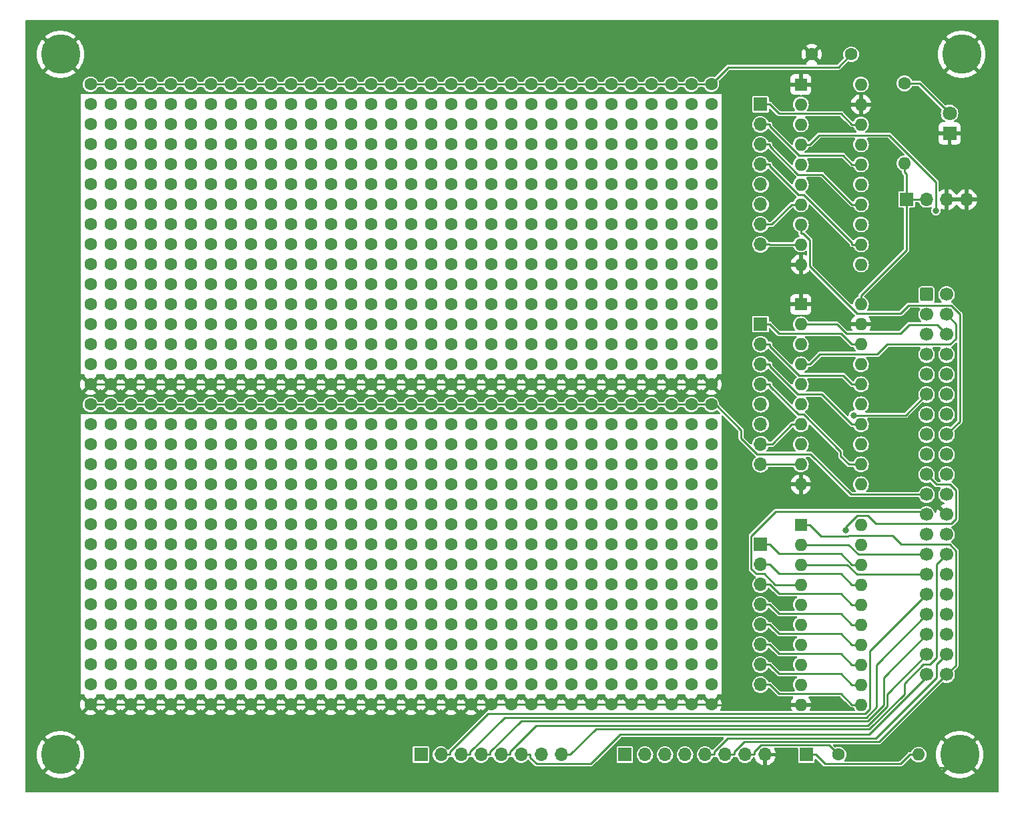
<source format=gbr>
%TF.GenerationSoftware,KiCad,Pcbnew,(7.0.0)*%
%TF.CreationDate,2023-03-05T15:13:49+10:30*%
%TF.ProjectId,ProtoBoard,50726f74-6f42-46f6-9172-642e6b696361,rev?*%
%TF.SameCoordinates,Original*%
%TF.FileFunction,Copper,L1,Top*%
%TF.FilePolarity,Positive*%
%FSLAX46Y46*%
G04 Gerber Fmt 4.6, Leading zero omitted, Abs format (unit mm)*
G04 Created by KiCad (PCBNEW (7.0.0)) date 2023-03-05 15:13:49*
%MOMM*%
%LPD*%
G01*
G04 APERTURE LIST*
G04 Aperture macros list*
%AMRoundRect*
0 Rectangle with rounded corners*
0 $1 Rounding radius*
0 $2 $3 $4 $5 $6 $7 $8 $9 X,Y pos of 4 corners*
0 Add a 4 corners polygon primitive as box body*
4,1,4,$2,$3,$4,$5,$6,$7,$8,$9,$2,$3,0*
0 Add four circle primitives for the rounded corners*
1,1,$1+$1,$2,$3*
1,1,$1+$1,$4,$5*
1,1,$1+$1,$6,$7*
1,1,$1+$1,$8,$9*
0 Add four rect primitives between the rounded corners*
20,1,$1+$1,$2,$3,$4,$5,0*
20,1,$1+$1,$4,$5,$6,$7,0*
20,1,$1+$1,$6,$7,$8,$9,0*
20,1,$1+$1,$8,$9,$2,$3,0*%
G04 Aperture macros list end*
%TA.AperFunction,ComponentPad*%
%ADD10C,1.600000*%
%TD*%
%TA.AperFunction,ComponentPad*%
%ADD11R,1.600000X1.600000*%
%TD*%
%TA.AperFunction,ComponentPad*%
%ADD12O,1.600000X1.600000*%
%TD*%
%TA.AperFunction,ComponentPad*%
%ADD13R,1.700000X1.700000*%
%TD*%
%TA.AperFunction,ComponentPad*%
%ADD14RoundRect,0.250000X-0.600000X-0.600000X0.600000X-0.600000X0.600000X0.600000X-0.600000X0.600000X0*%
%TD*%
%TA.AperFunction,ComponentPad*%
%ADD15C,1.700000*%
%TD*%
%TA.AperFunction,ComponentPad*%
%ADD16O,1.700000X1.700000*%
%TD*%
%TA.AperFunction,ComponentPad*%
%ADD17C,5.000000*%
%TD*%
%TA.AperFunction,ComponentPad*%
%ADD18R,1.800000X1.800000*%
%TD*%
%TA.AperFunction,ComponentPad*%
%ADD19C,1.800000*%
%TD*%
%TA.AperFunction,ViaPad*%
%ADD20C,0.800000*%
%TD*%
%TA.AperFunction,Conductor*%
%ADD21C,0.250000*%
%TD*%
G04 APERTURE END LIST*
D10*
%TO.P,G8,1*%
%TO.N,N/C*%
X156083000Y-74168000D03*
%TO.P,G8,2*%
X156083000Y-76708000D03*
%TO.P,G8,3*%
X156083000Y-79248000D03*
%TO.P,G8,4*%
X156083000Y-81788000D03*
%TO.P,G8,5*%
X156083000Y-84328000D03*
%TO.P,G8,6*%
X156083000Y-86868000D03*
%TO.P,G8,7*%
X156083000Y-89408000D03*
%TO.P,G8,8*%
%TO.N,GND*%
X156083000Y-91948000D03*
%TO.P,G8,9*%
%TO.N,N/C*%
X158623000Y-74168000D03*
%TO.P,G8,10*%
X158623000Y-76708000D03*
%TO.P,G8,11*%
X158623000Y-79248000D03*
%TO.P,G8,12*%
X158623000Y-81788000D03*
%TO.P,G8,13*%
X158623000Y-84328000D03*
%TO.P,G8,14*%
X158623000Y-86868000D03*
%TO.P,G8,15*%
X158623000Y-89408000D03*
%TO.P,G8,16*%
%TO.N,GND*%
X158623000Y-91948000D03*
%TO.P,G8,17*%
%TO.N,N/C*%
X161163000Y-74168000D03*
%TO.P,G8,18*%
X161163000Y-76708000D03*
%TO.P,G8,19*%
X161163000Y-79248000D03*
%TO.P,G8,20*%
X161163000Y-81788000D03*
%TO.P,G8,21*%
X161163000Y-84328000D03*
%TO.P,G8,22*%
X161163000Y-86868000D03*
%TO.P,G8,23*%
X161163000Y-89408000D03*
%TO.P,G8,24*%
%TO.N,GND*%
X161163000Y-91948000D03*
%TO.P,G8,25*%
%TO.N,N/C*%
X163703000Y-74168000D03*
%TO.P,G8,26*%
X163703000Y-76708000D03*
%TO.P,G8,27*%
X163703000Y-79248000D03*
%TO.P,G8,28*%
X163703000Y-81788000D03*
%TO.P,G8,29*%
X163703000Y-84328000D03*
%TO.P,G8,30*%
X163703000Y-86868000D03*
%TO.P,G8,31*%
X163703000Y-89408000D03*
%TO.P,G8,32*%
%TO.N,GND*%
X163703000Y-91948000D03*
%TO.P,G8,33*%
%TO.N,N/C*%
X166243000Y-74168000D03*
%TO.P,G8,34*%
X166243000Y-76708000D03*
%TO.P,G8,35*%
X166243000Y-79248000D03*
%TO.P,G8,36*%
X166243000Y-81788000D03*
%TO.P,G8,37*%
X166243000Y-84328000D03*
%TO.P,G8,38*%
X166243000Y-86868000D03*
%TO.P,G8,39*%
X166243000Y-89408000D03*
%TO.P,G8,40*%
%TO.N,GND*%
X166243000Y-91948000D03*
%TO.P,G8,41*%
%TO.N,N/C*%
X168783000Y-74168000D03*
%TO.P,G8,42*%
X168783000Y-76708000D03*
%TO.P,G8,43*%
X168783000Y-79248000D03*
%TO.P,G8,44*%
X168783000Y-81788000D03*
%TO.P,G8,45*%
X168783000Y-84328000D03*
%TO.P,G8,46*%
X168783000Y-86868000D03*
%TO.P,G8,47*%
X168783000Y-89408000D03*
%TO.P,G8,48*%
%TO.N,GND*%
X168783000Y-91948000D03*
%TO.P,G8,49*%
%TO.N,N/C*%
X171323000Y-74168000D03*
%TO.P,G8,50*%
X171323000Y-76708000D03*
%TO.P,G8,51*%
X171323000Y-79248000D03*
%TO.P,G8,52*%
X171323000Y-81788000D03*
%TO.P,G8,53*%
X171323000Y-84328000D03*
%TO.P,G8,54*%
X171323000Y-86868000D03*
%TO.P,G8,55*%
X171323000Y-89408000D03*
%TO.P,G8,56*%
%TO.N,GND*%
X171323000Y-91948000D03*
%TO.P,G8,57*%
%TO.N,N/C*%
X173863000Y-74168000D03*
%TO.P,G8,58*%
X173863000Y-76708000D03*
%TO.P,G8,59*%
X173863000Y-79248000D03*
%TO.P,G8,60*%
X173863000Y-81788000D03*
%TO.P,G8,61*%
X173863000Y-84328000D03*
%TO.P,G8,62*%
X173863000Y-86868000D03*
%TO.P,G8,63*%
X173863000Y-89408000D03*
%TO.P,G8,64*%
%TO.N,GND*%
X173863000Y-91948000D03*
%TD*%
%TO.P,G9,1*%
%TO.N,+5V*%
X95123000Y-94488000D03*
%TO.P,G9,2*%
%TO.N,N/C*%
X95123000Y-97028000D03*
%TO.P,G9,3*%
X95123000Y-99568000D03*
%TO.P,G9,4*%
X95123000Y-102108000D03*
%TO.P,G9,5*%
X95123000Y-104648000D03*
%TO.P,G9,6*%
X95123000Y-107188000D03*
%TO.P,G9,7*%
X95123000Y-109728000D03*
%TO.P,G9,8*%
X95123000Y-112268000D03*
%TO.P,G9,9*%
%TO.N,+5V*%
X97663000Y-94488000D03*
%TO.P,G9,10*%
%TO.N,N/C*%
X97663000Y-97028000D03*
%TO.P,G9,11*%
X97663000Y-99568000D03*
%TO.P,G9,12*%
X97663000Y-102108000D03*
%TO.P,G9,13*%
X97663000Y-104648000D03*
%TO.P,G9,14*%
X97663000Y-107188000D03*
%TO.P,G9,15*%
X97663000Y-109728000D03*
%TO.P,G9,16*%
X97663000Y-112268000D03*
%TO.P,G9,17*%
%TO.N,+5V*%
X100203000Y-94488000D03*
%TO.P,G9,18*%
%TO.N,N/C*%
X100203000Y-97028000D03*
%TO.P,G9,19*%
X100203000Y-99568000D03*
%TO.P,G9,20*%
X100203000Y-102108000D03*
%TO.P,G9,21*%
X100203000Y-104648000D03*
%TO.P,G9,22*%
X100203000Y-107188000D03*
%TO.P,G9,23*%
X100203000Y-109728000D03*
%TO.P,G9,24*%
X100203000Y-112268000D03*
%TO.P,G9,25*%
%TO.N,+5V*%
X102743000Y-94488000D03*
%TO.P,G9,26*%
%TO.N,N/C*%
X102743000Y-97028000D03*
%TO.P,G9,27*%
X102743000Y-99568000D03*
%TO.P,G9,28*%
X102743000Y-102108000D03*
%TO.P,G9,29*%
X102743000Y-104648000D03*
%TO.P,G9,30*%
X102743000Y-107188000D03*
%TO.P,G9,31*%
X102743000Y-109728000D03*
%TO.P,G9,32*%
X102743000Y-112268000D03*
%TO.P,G9,33*%
%TO.N,+5V*%
X105283000Y-94488000D03*
%TO.P,G9,34*%
%TO.N,N/C*%
X105283000Y-97028000D03*
%TO.P,G9,35*%
X105283000Y-99568000D03*
%TO.P,G9,36*%
X105283000Y-102108000D03*
%TO.P,G9,37*%
X105283000Y-104648000D03*
%TO.P,G9,38*%
X105283000Y-107188000D03*
%TO.P,G9,39*%
X105283000Y-109728000D03*
%TO.P,G9,40*%
X105283000Y-112268000D03*
%TO.P,G9,41*%
%TO.N,+5V*%
X107823000Y-94488000D03*
%TO.P,G9,42*%
%TO.N,N/C*%
X107823000Y-97028000D03*
%TO.P,G9,43*%
X107823000Y-99568000D03*
%TO.P,G9,44*%
X107823000Y-102108000D03*
%TO.P,G9,45*%
X107823000Y-104648000D03*
%TO.P,G9,46*%
X107823000Y-107188000D03*
%TO.P,G9,47*%
X107823000Y-109728000D03*
%TO.P,G9,48*%
X107823000Y-112268000D03*
%TO.P,G9,49*%
%TO.N,+5V*%
X110363000Y-94488000D03*
%TO.P,G9,50*%
%TO.N,N/C*%
X110363000Y-97028000D03*
%TO.P,G9,51*%
X110363000Y-99568000D03*
%TO.P,G9,52*%
X110363000Y-102108000D03*
%TO.P,G9,53*%
X110363000Y-104648000D03*
%TO.P,G9,54*%
X110363000Y-107188000D03*
%TO.P,G9,55*%
X110363000Y-109728000D03*
%TO.P,G9,56*%
X110363000Y-112268000D03*
%TO.P,G9,57*%
%TO.N,+5V*%
X112903000Y-94488000D03*
%TO.P,G9,58*%
%TO.N,N/C*%
X112903000Y-97028000D03*
%TO.P,G9,59*%
X112903000Y-99568000D03*
%TO.P,G9,60*%
X112903000Y-102108000D03*
%TO.P,G9,61*%
X112903000Y-104648000D03*
%TO.P,G9,62*%
X112903000Y-107188000D03*
%TO.P,G9,63*%
X112903000Y-109728000D03*
%TO.P,G9,64*%
X112903000Y-112268000D03*
%TD*%
D11*
%TO.P,U1,1,A->B*%
%TO.N,/~{RD}*%
X185226799Y-109732999D03*
D12*
%TO.P,U1,2,A0*%
%TO.N,/D0*%
X185226799Y-112272999D03*
%TO.P,U1,3,A1*%
%TO.N,/D1*%
X185226799Y-114812999D03*
%TO.P,U1,4,A2*%
%TO.N,/D2*%
X185226799Y-117352999D03*
%TO.P,U1,5,A3*%
%TO.N,/D3*%
X185226799Y-119892999D03*
%TO.P,U1,6,A4*%
%TO.N,/D4*%
X185226799Y-122432999D03*
%TO.P,U1,7,A5*%
%TO.N,/D5*%
X185226799Y-124972999D03*
%TO.P,U1,8,A6*%
%TO.N,/D6*%
X185226799Y-127512999D03*
%TO.P,U1,9,A7*%
%TO.N,/D7*%
X185226799Y-130052999D03*
%TO.P,U1,10,GND*%
%TO.N,GND*%
X185226799Y-132592999D03*
%TO.P,U1,11,B7*%
%TO.N,/_D7*%
X192846799Y-132592999D03*
%TO.P,U1,12,B6*%
%TO.N,/_D6*%
X192846799Y-130052999D03*
%TO.P,U1,13,B5*%
%TO.N,/_D5*%
X192846799Y-127512999D03*
%TO.P,U1,14,B4*%
%TO.N,/_D4*%
X192846799Y-124972999D03*
%TO.P,U1,15,B3*%
%TO.N,/_D3*%
X192846799Y-122432999D03*
%TO.P,U1,16,B2*%
%TO.N,/_D2*%
X192846799Y-119892999D03*
%TO.P,U1,17,B1*%
%TO.N,/_D1*%
X192846799Y-117352999D03*
%TO.P,U1,18,B0*%
%TO.N,/_D0*%
X192846799Y-114812999D03*
%TO.P,U1,19,CE*%
%TO.N,Net-(J2-Pad1)*%
X192846799Y-112272999D03*
%TO.P,U1,20,VCC*%
%TO.N,+5V*%
X192846799Y-109732999D03*
%TD*%
D10*
%TO.P,G4,1*%
%TO.N,+5V*%
X156083000Y-53848000D03*
%TO.P,G4,2*%
%TO.N,N/C*%
X156083000Y-56388000D03*
%TO.P,G4,3*%
X156083000Y-58928000D03*
%TO.P,G4,4*%
X156083000Y-61468000D03*
%TO.P,G4,5*%
X156083000Y-64008000D03*
%TO.P,G4,6*%
X156083000Y-66548000D03*
%TO.P,G4,7*%
X156083000Y-69088000D03*
%TO.P,G4,8*%
X156083000Y-71628000D03*
%TO.P,G4,9*%
%TO.N,+5V*%
X158623000Y-53848000D03*
%TO.P,G4,10*%
%TO.N,N/C*%
X158623000Y-56388000D03*
%TO.P,G4,11*%
X158623000Y-58928000D03*
%TO.P,G4,12*%
X158623000Y-61468000D03*
%TO.P,G4,13*%
X158623000Y-64008000D03*
%TO.P,G4,14*%
X158623000Y-66548000D03*
%TO.P,G4,15*%
X158623000Y-69088000D03*
%TO.P,G4,16*%
X158623000Y-71628000D03*
%TO.P,G4,17*%
%TO.N,+5V*%
X161163000Y-53848000D03*
%TO.P,G4,18*%
%TO.N,N/C*%
X161163000Y-56388000D03*
%TO.P,G4,19*%
X161163000Y-58928000D03*
%TO.P,G4,20*%
X161163000Y-61468000D03*
%TO.P,G4,21*%
X161163000Y-64008000D03*
%TO.P,G4,22*%
X161163000Y-66548000D03*
%TO.P,G4,23*%
X161163000Y-69088000D03*
%TO.P,G4,24*%
X161163000Y-71628000D03*
%TO.P,G4,25*%
%TO.N,+5V*%
X163703000Y-53848000D03*
%TO.P,G4,26*%
%TO.N,N/C*%
X163703000Y-56388000D03*
%TO.P,G4,27*%
X163703000Y-58928000D03*
%TO.P,G4,28*%
X163703000Y-61468000D03*
%TO.P,G4,29*%
X163703000Y-64008000D03*
%TO.P,G4,30*%
X163703000Y-66548000D03*
%TO.P,G4,31*%
X163703000Y-69088000D03*
%TO.P,G4,32*%
X163703000Y-71628000D03*
%TO.P,G4,33*%
%TO.N,+5V*%
X166243000Y-53848000D03*
%TO.P,G4,34*%
%TO.N,N/C*%
X166243000Y-56388000D03*
%TO.P,G4,35*%
X166243000Y-58928000D03*
%TO.P,G4,36*%
X166243000Y-61468000D03*
%TO.P,G4,37*%
X166243000Y-64008000D03*
%TO.P,G4,38*%
X166243000Y-66548000D03*
%TO.P,G4,39*%
X166243000Y-69088000D03*
%TO.P,G4,40*%
X166243000Y-71628000D03*
%TO.P,G4,41*%
%TO.N,+5V*%
X168783000Y-53848000D03*
%TO.P,G4,42*%
%TO.N,N/C*%
X168783000Y-56388000D03*
%TO.P,G4,43*%
X168783000Y-58928000D03*
%TO.P,G4,44*%
X168783000Y-61468000D03*
%TO.P,G4,45*%
X168783000Y-64008000D03*
%TO.P,G4,46*%
X168783000Y-66548000D03*
%TO.P,G4,47*%
X168783000Y-69088000D03*
%TO.P,G4,48*%
X168783000Y-71628000D03*
%TO.P,G4,49*%
%TO.N,+5V*%
X171323000Y-53848000D03*
%TO.P,G4,50*%
%TO.N,N/C*%
X171323000Y-56388000D03*
%TO.P,G4,51*%
X171323000Y-58928000D03*
%TO.P,G4,52*%
X171323000Y-61468000D03*
%TO.P,G4,53*%
X171323000Y-64008000D03*
%TO.P,G4,54*%
X171323000Y-66548000D03*
%TO.P,G4,55*%
X171323000Y-69088000D03*
%TO.P,G4,56*%
X171323000Y-71628000D03*
%TO.P,G4,57*%
%TO.N,+5V*%
X173863000Y-53848000D03*
%TO.P,G4,58*%
%TO.N,N/C*%
X173863000Y-56388000D03*
%TO.P,G4,59*%
X173863000Y-58928000D03*
%TO.P,G4,60*%
X173863000Y-61468000D03*
%TO.P,G4,61*%
X173863000Y-64008000D03*
%TO.P,G4,62*%
X173863000Y-66548000D03*
%TO.P,G4,63*%
X173863000Y-69088000D03*
%TO.P,G4,64*%
X173863000Y-71628000D03*
%TD*%
%TO.P,G15,1*%
%TO.N,N/C*%
X135763000Y-114808000D03*
%TO.P,G15,2*%
X135763000Y-117348000D03*
%TO.P,G15,3*%
X135763000Y-119888000D03*
%TO.P,G15,4*%
X135763000Y-122428000D03*
%TO.P,G15,5*%
X135763000Y-124968000D03*
%TO.P,G15,6*%
X135763000Y-127508000D03*
%TO.P,G15,7*%
X135763000Y-130048000D03*
%TO.P,G15,8*%
%TO.N,GND*%
X135763000Y-132588000D03*
%TO.P,G15,9*%
%TO.N,N/C*%
X138303000Y-114808000D03*
%TO.P,G15,10*%
X138303000Y-117348000D03*
%TO.P,G15,11*%
X138303000Y-119888000D03*
%TO.P,G15,12*%
X138303000Y-122428000D03*
%TO.P,G15,13*%
X138303000Y-124968000D03*
%TO.P,G15,14*%
X138303000Y-127508000D03*
%TO.P,G15,15*%
X138303000Y-130048000D03*
%TO.P,G15,16*%
%TO.N,GND*%
X138303000Y-132588000D03*
%TO.P,G15,17*%
%TO.N,N/C*%
X140843000Y-114808000D03*
%TO.P,G15,18*%
X140843000Y-117348000D03*
%TO.P,G15,19*%
X140843000Y-119888000D03*
%TO.P,G15,20*%
X140843000Y-122428000D03*
%TO.P,G15,21*%
X140843000Y-124968000D03*
%TO.P,G15,22*%
X140843000Y-127508000D03*
%TO.P,G15,23*%
X140843000Y-130048000D03*
%TO.P,G15,24*%
%TO.N,GND*%
X140843000Y-132588000D03*
%TO.P,G15,25*%
%TO.N,N/C*%
X143383000Y-114808000D03*
%TO.P,G15,26*%
X143383000Y-117348000D03*
%TO.P,G15,27*%
X143383000Y-119888000D03*
%TO.P,G15,28*%
X143383000Y-122428000D03*
%TO.P,G15,29*%
X143383000Y-124968000D03*
%TO.P,G15,30*%
X143383000Y-127508000D03*
%TO.P,G15,31*%
X143383000Y-130048000D03*
%TO.P,G15,32*%
%TO.N,GND*%
X143383000Y-132588000D03*
%TO.P,G15,33*%
%TO.N,N/C*%
X145923000Y-114808000D03*
%TO.P,G15,34*%
X145923000Y-117348000D03*
%TO.P,G15,35*%
X145923000Y-119888000D03*
%TO.P,G15,36*%
X145923000Y-122428000D03*
%TO.P,G15,37*%
X145923000Y-124968000D03*
%TO.P,G15,38*%
X145923000Y-127508000D03*
%TO.P,G15,39*%
X145923000Y-130048000D03*
%TO.P,G15,40*%
%TO.N,GND*%
X145923000Y-132588000D03*
%TO.P,G15,41*%
%TO.N,N/C*%
X148463000Y-114808000D03*
%TO.P,G15,42*%
X148463000Y-117348000D03*
%TO.P,G15,43*%
X148463000Y-119888000D03*
%TO.P,G15,44*%
X148463000Y-122428000D03*
%TO.P,G15,45*%
X148463000Y-124968000D03*
%TO.P,G15,46*%
X148463000Y-127508000D03*
%TO.P,G15,47*%
X148463000Y-130048000D03*
%TO.P,G15,48*%
%TO.N,GND*%
X148463000Y-132588000D03*
%TO.P,G15,49*%
%TO.N,N/C*%
X151003000Y-114808000D03*
%TO.P,G15,50*%
X151003000Y-117348000D03*
%TO.P,G15,51*%
X151003000Y-119888000D03*
%TO.P,G15,52*%
X151003000Y-122428000D03*
%TO.P,G15,53*%
X151003000Y-124968000D03*
%TO.P,G15,54*%
X151003000Y-127508000D03*
%TO.P,G15,55*%
X151003000Y-130048000D03*
%TO.P,G15,56*%
%TO.N,GND*%
X151003000Y-132588000D03*
%TO.P,G15,57*%
%TO.N,N/C*%
X153543000Y-114808000D03*
%TO.P,G15,58*%
X153543000Y-117348000D03*
%TO.P,G15,59*%
X153543000Y-119888000D03*
%TO.P,G15,60*%
X153543000Y-122428000D03*
%TO.P,G15,61*%
X153543000Y-124968000D03*
%TO.P,G15,62*%
X153543000Y-127508000D03*
%TO.P,G15,63*%
X153543000Y-130048000D03*
%TO.P,G15,64*%
%TO.N,GND*%
X153543000Y-132588000D03*
%TD*%
%TO.P,G11,1*%
%TO.N,+5V*%
X135763000Y-94488000D03*
%TO.P,G11,2*%
%TO.N,N/C*%
X135763000Y-97028000D03*
%TO.P,G11,3*%
X135763000Y-99568000D03*
%TO.P,G11,4*%
X135763000Y-102108000D03*
%TO.P,G11,5*%
X135763000Y-104648000D03*
%TO.P,G11,6*%
X135763000Y-107188000D03*
%TO.P,G11,7*%
X135763000Y-109728000D03*
%TO.P,G11,8*%
X135763000Y-112268000D03*
%TO.P,G11,9*%
%TO.N,+5V*%
X138303000Y-94488000D03*
%TO.P,G11,10*%
%TO.N,N/C*%
X138303000Y-97028000D03*
%TO.P,G11,11*%
X138303000Y-99568000D03*
%TO.P,G11,12*%
X138303000Y-102108000D03*
%TO.P,G11,13*%
X138303000Y-104648000D03*
%TO.P,G11,14*%
X138303000Y-107188000D03*
%TO.P,G11,15*%
X138303000Y-109728000D03*
%TO.P,G11,16*%
X138303000Y-112268000D03*
%TO.P,G11,17*%
%TO.N,+5V*%
X140843000Y-94488000D03*
%TO.P,G11,18*%
%TO.N,N/C*%
X140843000Y-97028000D03*
%TO.P,G11,19*%
X140843000Y-99568000D03*
%TO.P,G11,20*%
X140843000Y-102108000D03*
%TO.P,G11,21*%
X140843000Y-104648000D03*
%TO.P,G11,22*%
X140843000Y-107188000D03*
%TO.P,G11,23*%
X140843000Y-109728000D03*
%TO.P,G11,24*%
X140843000Y-112268000D03*
%TO.P,G11,25*%
%TO.N,+5V*%
X143383000Y-94488000D03*
%TO.P,G11,26*%
%TO.N,N/C*%
X143383000Y-97028000D03*
%TO.P,G11,27*%
X143383000Y-99568000D03*
%TO.P,G11,28*%
X143383000Y-102108000D03*
%TO.P,G11,29*%
X143383000Y-104648000D03*
%TO.P,G11,30*%
X143383000Y-107188000D03*
%TO.P,G11,31*%
X143383000Y-109728000D03*
%TO.P,G11,32*%
X143383000Y-112268000D03*
%TO.P,G11,33*%
%TO.N,+5V*%
X145923000Y-94488000D03*
%TO.P,G11,34*%
%TO.N,N/C*%
X145923000Y-97028000D03*
%TO.P,G11,35*%
X145923000Y-99568000D03*
%TO.P,G11,36*%
X145923000Y-102108000D03*
%TO.P,G11,37*%
X145923000Y-104648000D03*
%TO.P,G11,38*%
X145923000Y-107188000D03*
%TO.P,G11,39*%
X145923000Y-109728000D03*
%TO.P,G11,40*%
X145923000Y-112268000D03*
%TO.P,G11,41*%
%TO.N,+5V*%
X148463000Y-94488000D03*
%TO.P,G11,42*%
%TO.N,N/C*%
X148463000Y-97028000D03*
%TO.P,G11,43*%
X148463000Y-99568000D03*
%TO.P,G11,44*%
X148463000Y-102108000D03*
%TO.P,G11,45*%
X148463000Y-104648000D03*
%TO.P,G11,46*%
X148463000Y-107188000D03*
%TO.P,G11,47*%
X148463000Y-109728000D03*
%TO.P,G11,48*%
X148463000Y-112268000D03*
%TO.P,G11,49*%
%TO.N,+5V*%
X151003000Y-94488000D03*
%TO.P,G11,50*%
%TO.N,N/C*%
X151003000Y-97028000D03*
%TO.P,G11,51*%
X151003000Y-99568000D03*
%TO.P,G11,52*%
X151003000Y-102108000D03*
%TO.P,G11,53*%
X151003000Y-104648000D03*
%TO.P,G11,54*%
X151003000Y-107188000D03*
%TO.P,G11,55*%
X151003000Y-109728000D03*
%TO.P,G11,56*%
X151003000Y-112268000D03*
%TO.P,G11,57*%
%TO.N,+5V*%
X153543000Y-94488000D03*
%TO.P,G11,58*%
%TO.N,N/C*%
X153543000Y-97028000D03*
%TO.P,G11,59*%
X153543000Y-99568000D03*
%TO.P,G11,60*%
X153543000Y-102108000D03*
%TO.P,G11,61*%
X153543000Y-104648000D03*
%TO.P,G11,62*%
X153543000Y-107188000D03*
%TO.P,G11,63*%
X153543000Y-109728000D03*
%TO.P,G11,64*%
X153543000Y-112268000D03*
%TD*%
D13*
%TO.P,J2,1,Pin_1*%
%TO.N,Net-(J2-Pad1)*%
X185927999Y-138937999D03*
%TD*%
D14*
%TO.P,J1,1,Pin_1*%
%TO.N,/A11*%
X201168000Y-80518000D03*
D15*
%TO.P,J1,2,Pin_2*%
%TO.N,/A12*%
X201168000Y-83058000D03*
%TO.P,J1,3,Pin_3*%
%TO.N,/A13*%
X201168000Y-85598000D03*
%TO.P,J1,4,Pin_4*%
%TO.N,/A14*%
X201168000Y-88138000D03*
%TO.P,J1,5,Pin_5*%
%TO.N,/A15*%
X201168000Y-90678000D03*
%TO.P,J1,6,Pin_6*%
%TO.N,/CLK*%
X201168000Y-93218000D03*
%TO.P,J1,7,Pin_7*%
%TO.N,/D4*%
X201168000Y-95758000D03*
%TO.P,J1,8,Pin_8*%
%TO.N,/D3*%
X201168000Y-98298000D03*
%TO.P,J1,9,Pin_9*%
%TO.N,/D5*%
X201168000Y-100838000D03*
%TO.P,J1,10,Pin_10*%
%TO.N,/D6*%
X201168000Y-103378000D03*
%TO.P,J1,11,Pin_11*%
%TO.N,+5V*%
X201168000Y-105918000D03*
%TO.P,J1,12,Pin_12*%
%TO.N,/D2*%
X201168000Y-108458000D03*
%TO.P,J1,13,Pin_13*%
%TO.N,/D7*%
X201168000Y-110998000D03*
%TO.P,J1,14,Pin_14*%
%TO.N,/D0*%
X201168000Y-113538000D03*
%TO.P,J1,15,Pin_15*%
%TO.N,/D1*%
X201168000Y-116078000D03*
%TO.P,J1,16,Pin_16*%
%TO.N,/~{INT}*%
X201168000Y-118618000D03*
%TO.P,J1,17,Pin_17*%
%TO.N,/~{NMI}*%
X201168000Y-121158000D03*
%TO.P,J1,18,Pin_18*%
%TO.N,/~{HALT}*%
X201168000Y-123698000D03*
%TO.P,J1,19,Pin_19*%
%TO.N,/~{MREQ}*%
X201168000Y-126238000D03*
%TO.P,J1,20,Pin_20*%
%TO.N,/~{IORQ}*%
X201168000Y-128778000D03*
%TO.P,J1,21,Pin_21*%
%TO.N,/~{RD}*%
X203708000Y-128778000D03*
%TO.P,J1,22,Pin_22*%
%TO.N,/~{WR}*%
X203708000Y-126238000D03*
%TO.P,J1,23,Pin_23*%
%TO.N,/~{BUSAK}*%
X203708000Y-123698000D03*
%TO.P,J1,24,Pin_24*%
%TO.N,/~{WAIT}*%
X203708000Y-121158000D03*
%TO.P,J1,25,Pin_25*%
%TO.N,/~{BUSRQ}*%
X203708000Y-118618000D03*
%TO.P,J1,26,Pin_26*%
%TO.N,/~{RST}*%
X203708000Y-116078000D03*
%TO.P,J1,27,Pin_27*%
%TO.N,/~{M1}*%
X203708000Y-113538000D03*
%TO.P,J1,28,Pin_28*%
%TO.N,/~{RFSH}*%
X203708000Y-110998000D03*
%TO.P,J1,29,Pin_29*%
%TO.N,GND*%
X203708000Y-108458000D03*
%TO.P,J1,30,Pin_30*%
%TO.N,/A0*%
X203708000Y-105918000D03*
%TO.P,J1,31,Pin_31*%
%TO.N,/A1*%
X203708000Y-103378000D03*
%TO.P,J1,32,Pin_32*%
%TO.N,/A2*%
X203708000Y-100838000D03*
%TO.P,J1,33,Pin_33*%
%TO.N,/A3*%
X203708000Y-98298000D03*
%TO.P,J1,34,Pin_34*%
%TO.N,/A4*%
X203708000Y-95758000D03*
%TO.P,J1,35,Pin_35*%
%TO.N,/A5*%
X203708000Y-93218000D03*
%TO.P,J1,36,Pin_36*%
%TO.N,/A6*%
X203708000Y-90678000D03*
%TO.P,J1,37,Pin_37*%
%TO.N,/A7*%
X203708000Y-88138000D03*
%TO.P,J1,38,Pin_38*%
%TO.N,/A8*%
X203708000Y-85598000D03*
%TO.P,J1,39,Pin_39*%
%TO.N,/A9*%
X203708000Y-83058000D03*
%TO.P,J1,40,Pin_40*%
%TO.N,/A10*%
X203708000Y-80518000D03*
%TD*%
D10*
%TO.P,R2,1*%
%TO.N,Net-(D1-Pad2)*%
X198374000Y-53721000D03*
D12*
%TO.P,R2,2*%
%TO.N,+5V*%
X198373999Y-63880999D03*
%TD*%
D13*
%TO.P,J4,1,Pin_1*%
%TO.N,+5V*%
X198637999Y-68452999D03*
D16*
%TO.P,J4,2,Pin_2*%
X201177999Y-68452999D03*
%TO.P,J4,3,Pin_3*%
%TO.N,GND*%
X203717999Y-68452999D03*
%TO.P,J4,4,Pin_4*%
X206257999Y-68452999D03*
%TD*%
D10*
%TO.P,G5,1*%
%TO.N,N/C*%
X95123000Y-74168000D03*
%TO.P,G5,2*%
X95123000Y-76708000D03*
%TO.P,G5,3*%
X95123000Y-79248000D03*
%TO.P,G5,4*%
X95123000Y-81788000D03*
%TO.P,G5,5*%
X95123000Y-84328000D03*
%TO.P,G5,6*%
X95123000Y-86868000D03*
%TO.P,G5,7*%
X95123000Y-89408000D03*
%TO.P,G5,8*%
%TO.N,GND*%
X95123000Y-91948000D03*
%TO.P,G5,9*%
%TO.N,N/C*%
X97663000Y-74168000D03*
%TO.P,G5,10*%
X97663000Y-76708000D03*
%TO.P,G5,11*%
X97663000Y-79248000D03*
%TO.P,G5,12*%
X97663000Y-81788000D03*
%TO.P,G5,13*%
X97663000Y-84328000D03*
%TO.P,G5,14*%
X97663000Y-86868000D03*
%TO.P,G5,15*%
X97663000Y-89408000D03*
%TO.P,G5,16*%
%TO.N,GND*%
X97663000Y-91948000D03*
%TO.P,G5,17*%
%TO.N,N/C*%
X100203000Y-74168000D03*
%TO.P,G5,18*%
X100203000Y-76708000D03*
%TO.P,G5,19*%
X100203000Y-79248000D03*
%TO.P,G5,20*%
X100203000Y-81788000D03*
%TO.P,G5,21*%
X100203000Y-84328000D03*
%TO.P,G5,22*%
X100203000Y-86868000D03*
%TO.P,G5,23*%
X100203000Y-89408000D03*
%TO.P,G5,24*%
%TO.N,GND*%
X100203000Y-91948000D03*
%TO.P,G5,25*%
%TO.N,N/C*%
X102743000Y-74168000D03*
%TO.P,G5,26*%
X102743000Y-76708000D03*
%TO.P,G5,27*%
X102743000Y-79248000D03*
%TO.P,G5,28*%
X102743000Y-81788000D03*
%TO.P,G5,29*%
X102743000Y-84328000D03*
%TO.P,G5,30*%
X102743000Y-86868000D03*
%TO.P,G5,31*%
X102743000Y-89408000D03*
%TO.P,G5,32*%
%TO.N,GND*%
X102743000Y-91948000D03*
%TO.P,G5,33*%
%TO.N,N/C*%
X105283000Y-74168000D03*
%TO.P,G5,34*%
X105283000Y-76708000D03*
%TO.P,G5,35*%
X105283000Y-79248000D03*
%TO.P,G5,36*%
X105283000Y-81788000D03*
%TO.P,G5,37*%
X105283000Y-84328000D03*
%TO.P,G5,38*%
X105283000Y-86868000D03*
%TO.P,G5,39*%
X105283000Y-89408000D03*
%TO.P,G5,40*%
%TO.N,GND*%
X105283000Y-91948000D03*
%TO.P,G5,41*%
%TO.N,N/C*%
X107823000Y-74168000D03*
%TO.P,G5,42*%
X107823000Y-76708000D03*
%TO.P,G5,43*%
X107823000Y-79248000D03*
%TO.P,G5,44*%
X107823000Y-81788000D03*
%TO.P,G5,45*%
X107823000Y-84328000D03*
%TO.P,G5,46*%
X107823000Y-86868000D03*
%TO.P,G5,47*%
X107823000Y-89408000D03*
%TO.P,G5,48*%
%TO.N,GND*%
X107823000Y-91948000D03*
%TO.P,G5,49*%
%TO.N,N/C*%
X110363000Y-74168000D03*
%TO.P,G5,50*%
X110363000Y-76708000D03*
%TO.P,G5,51*%
X110363000Y-79248000D03*
%TO.P,G5,52*%
X110363000Y-81788000D03*
%TO.P,G5,53*%
X110363000Y-84328000D03*
%TO.P,G5,54*%
X110363000Y-86868000D03*
%TO.P,G5,55*%
X110363000Y-89408000D03*
%TO.P,G5,56*%
%TO.N,GND*%
X110363000Y-91948000D03*
%TO.P,G5,57*%
%TO.N,N/C*%
X112903000Y-74168000D03*
%TO.P,G5,58*%
X112903000Y-76708000D03*
%TO.P,G5,59*%
X112903000Y-79248000D03*
%TO.P,G5,60*%
X112903000Y-81788000D03*
%TO.P,G5,61*%
X112903000Y-84328000D03*
%TO.P,G5,62*%
X112903000Y-86868000D03*
%TO.P,G5,63*%
X112903000Y-89408000D03*
%TO.P,G5,64*%
%TO.N,GND*%
X112903000Y-91948000D03*
%TD*%
%TO.P,G14,1*%
%TO.N,N/C*%
X115443000Y-114808000D03*
%TO.P,G14,2*%
X115443000Y-117348000D03*
%TO.P,G14,3*%
X115443000Y-119888000D03*
%TO.P,G14,4*%
X115443000Y-122428000D03*
%TO.P,G14,5*%
X115443000Y-124968000D03*
%TO.P,G14,6*%
X115443000Y-127508000D03*
%TO.P,G14,7*%
X115443000Y-130048000D03*
%TO.P,G14,8*%
%TO.N,GND*%
X115443000Y-132588000D03*
%TO.P,G14,9*%
%TO.N,N/C*%
X117983000Y-114808000D03*
%TO.P,G14,10*%
X117983000Y-117348000D03*
%TO.P,G14,11*%
X117983000Y-119888000D03*
%TO.P,G14,12*%
X117983000Y-122428000D03*
%TO.P,G14,13*%
X117983000Y-124968000D03*
%TO.P,G14,14*%
X117983000Y-127508000D03*
%TO.P,G14,15*%
X117983000Y-130048000D03*
%TO.P,G14,16*%
%TO.N,GND*%
X117983000Y-132588000D03*
%TO.P,G14,17*%
%TO.N,N/C*%
X120523000Y-114808000D03*
%TO.P,G14,18*%
X120523000Y-117348000D03*
%TO.P,G14,19*%
X120523000Y-119888000D03*
%TO.P,G14,20*%
X120523000Y-122428000D03*
%TO.P,G14,21*%
X120523000Y-124968000D03*
%TO.P,G14,22*%
X120523000Y-127508000D03*
%TO.P,G14,23*%
X120523000Y-130048000D03*
%TO.P,G14,24*%
%TO.N,GND*%
X120523000Y-132588000D03*
%TO.P,G14,25*%
%TO.N,N/C*%
X123063000Y-114808000D03*
%TO.P,G14,26*%
X123063000Y-117348000D03*
%TO.P,G14,27*%
X123063000Y-119888000D03*
%TO.P,G14,28*%
X123063000Y-122428000D03*
%TO.P,G14,29*%
X123063000Y-124968000D03*
%TO.P,G14,30*%
X123063000Y-127508000D03*
%TO.P,G14,31*%
X123063000Y-130048000D03*
%TO.P,G14,32*%
%TO.N,GND*%
X123063000Y-132588000D03*
%TO.P,G14,33*%
%TO.N,N/C*%
X125603000Y-114808000D03*
%TO.P,G14,34*%
X125603000Y-117348000D03*
%TO.P,G14,35*%
X125603000Y-119888000D03*
%TO.P,G14,36*%
X125603000Y-122428000D03*
%TO.P,G14,37*%
X125603000Y-124968000D03*
%TO.P,G14,38*%
X125603000Y-127508000D03*
%TO.P,G14,39*%
X125603000Y-130048000D03*
%TO.P,G14,40*%
%TO.N,GND*%
X125603000Y-132588000D03*
%TO.P,G14,41*%
%TO.N,N/C*%
X128143000Y-114808000D03*
%TO.P,G14,42*%
X128143000Y-117348000D03*
%TO.P,G14,43*%
X128143000Y-119888000D03*
%TO.P,G14,44*%
X128143000Y-122428000D03*
%TO.P,G14,45*%
X128143000Y-124968000D03*
%TO.P,G14,46*%
X128143000Y-127508000D03*
%TO.P,G14,47*%
X128143000Y-130048000D03*
%TO.P,G14,48*%
%TO.N,GND*%
X128143000Y-132588000D03*
%TO.P,G14,49*%
%TO.N,N/C*%
X130683000Y-114808000D03*
%TO.P,G14,50*%
X130683000Y-117348000D03*
%TO.P,G14,51*%
X130683000Y-119888000D03*
%TO.P,G14,52*%
X130683000Y-122428000D03*
%TO.P,G14,53*%
X130683000Y-124968000D03*
%TO.P,G14,54*%
X130683000Y-127508000D03*
%TO.P,G14,55*%
X130683000Y-130048000D03*
%TO.P,G14,56*%
%TO.N,GND*%
X130683000Y-132588000D03*
%TO.P,G14,57*%
%TO.N,N/C*%
X133223000Y-114808000D03*
%TO.P,G14,58*%
X133223000Y-117348000D03*
%TO.P,G14,59*%
X133223000Y-119888000D03*
%TO.P,G14,60*%
X133223000Y-122428000D03*
%TO.P,G14,61*%
X133223000Y-124968000D03*
%TO.P,G14,62*%
X133223000Y-127508000D03*
%TO.P,G14,63*%
X133223000Y-130048000D03*
%TO.P,G14,64*%
%TO.N,GND*%
X133223000Y-132588000D03*
%TD*%
D13*
%TO.P,J8,1,Pin_1*%
%TO.N,/~{RST}*%
X162905199Y-138937999D03*
D16*
%TO.P,J8,2,Pin_2*%
%TO.N,/~{BUSRQ}*%
X165445199Y-138937999D03*
%TO.P,J8,3,Pin_3*%
%TO.N,/~{WAIT}*%
X167985199Y-138937999D03*
%TO.P,J8,4,Pin_4*%
%TO.N,/~{BUSAK}*%
X170525199Y-138937999D03*
%TO.P,J8,5,Pin_5*%
%TO.N,/~{WR}*%
X173065199Y-138937999D03*
%TO.P,J8,6,Pin_6*%
%TO.N,/~{RD}*%
X175605199Y-138937999D03*
%TO.P,J8,7,Pin_7*%
%TO.N,+5V*%
X178145199Y-138937999D03*
%TO.P,J8,8,Pin_8*%
%TO.N,GND*%
X180685199Y-138937999D03*
%TD*%
D17*
%TO.P,H2,1,1*%
%TO.N,GND*%
X91313000Y-138938000D03*
%TD*%
%TO.P,H1,1,1*%
%TO.N,GND*%
X205359000Y-138938000D03*
%TD*%
D10*
%TO.P,G7,1*%
%TO.N,N/C*%
X135763000Y-74168000D03*
%TO.P,G7,2*%
X135763000Y-76708000D03*
%TO.P,G7,3*%
X135763000Y-79248000D03*
%TO.P,G7,4*%
X135763000Y-81788000D03*
%TO.P,G7,5*%
X135763000Y-84328000D03*
%TO.P,G7,6*%
X135763000Y-86868000D03*
%TO.P,G7,7*%
X135763000Y-89408000D03*
%TO.P,G7,8*%
%TO.N,GND*%
X135763000Y-91948000D03*
%TO.P,G7,9*%
%TO.N,N/C*%
X138303000Y-74168000D03*
%TO.P,G7,10*%
X138303000Y-76708000D03*
%TO.P,G7,11*%
X138303000Y-79248000D03*
%TO.P,G7,12*%
X138303000Y-81788000D03*
%TO.P,G7,13*%
X138303000Y-84328000D03*
%TO.P,G7,14*%
X138303000Y-86868000D03*
%TO.P,G7,15*%
X138303000Y-89408000D03*
%TO.P,G7,16*%
%TO.N,GND*%
X138303000Y-91948000D03*
%TO.P,G7,17*%
%TO.N,N/C*%
X140843000Y-74168000D03*
%TO.P,G7,18*%
X140843000Y-76708000D03*
%TO.P,G7,19*%
X140843000Y-79248000D03*
%TO.P,G7,20*%
X140843000Y-81788000D03*
%TO.P,G7,21*%
X140843000Y-84328000D03*
%TO.P,G7,22*%
X140843000Y-86868000D03*
%TO.P,G7,23*%
X140843000Y-89408000D03*
%TO.P,G7,24*%
%TO.N,GND*%
X140843000Y-91948000D03*
%TO.P,G7,25*%
%TO.N,N/C*%
X143383000Y-74168000D03*
%TO.P,G7,26*%
X143383000Y-76708000D03*
%TO.P,G7,27*%
X143383000Y-79248000D03*
%TO.P,G7,28*%
X143383000Y-81788000D03*
%TO.P,G7,29*%
X143383000Y-84328000D03*
%TO.P,G7,30*%
X143383000Y-86868000D03*
%TO.P,G7,31*%
X143383000Y-89408000D03*
%TO.P,G7,32*%
%TO.N,GND*%
X143383000Y-91948000D03*
%TO.P,G7,33*%
%TO.N,N/C*%
X145923000Y-74168000D03*
%TO.P,G7,34*%
X145923000Y-76708000D03*
%TO.P,G7,35*%
X145923000Y-79248000D03*
%TO.P,G7,36*%
X145923000Y-81788000D03*
%TO.P,G7,37*%
X145923000Y-84328000D03*
%TO.P,G7,38*%
X145923000Y-86868000D03*
%TO.P,G7,39*%
X145923000Y-89408000D03*
%TO.P,G7,40*%
%TO.N,GND*%
X145923000Y-91948000D03*
%TO.P,G7,41*%
%TO.N,N/C*%
X148463000Y-74168000D03*
%TO.P,G7,42*%
X148463000Y-76708000D03*
%TO.P,G7,43*%
X148463000Y-79248000D03*
%TO.P,G7,44*%
X148463000Y-81788000D03*
%TO.P,G7,45*%
X148463000Y-84328000D03*
%TO.P,G7,46*%
X148463000Y-86868000D03*
%TO.P,G7,47*%
X148463000Y-89408000D03*
%TO.P,G7,48*%
%TO.N,GND*%
X148463000Y-91948000D03*
%TO.P,G7,49*%
%TO.N,N/C*%
X151003000Y-74168000D03*
%TO.P,G7,50*%
X151003000Y-76708000D03*
%TO.P,G7,51*%
X151003000Y-79248000D03*
%TO.P,G7,52*%
X151003000Y-81788000D03*
%TO.P,G7,53*%
X151003000Y-84328000D03*
%TO.P,G7,54*%
X151003000Y-86868000D03*
%TO.P,G7,55*%
X151003000Y-89408000D03*
%TO.P,G7,56*%
%TO.N,GND*%
X151003000Y-91948000D03*
%TO.P,G7,57*%
%TO.N,N/C*%
X153543000Y-74168000D03*
%TO.P,G7,58*%
X153543000Y-76708000D03*
%TO.P,G7,59*%
X153543000Y-79248000D03*
%TO.P,G7,60*%
X153543000Y-81788000D03*
%TO.P,G7,61*%
X153543000Y-84328000D03*
%TO.P,G7,62*%
X153543000Y-86868000D03*
%TO.P,G7,63*%
X153543000Y-89408000D03*
%TO.P,G7,64*%
%TO.N,GND*%
X153543000Y-91948000D03*
%TD*%
%TO.P,G6,1*%
%TO.N,N/C*%
X115443000Y-74168000D03*
%TO.P,G6,2*%
X115443000Y-76708000D03*
%TO.P,G6,3*%
X115443000Y-79248000D03*
%TO.P,G6,4*%
X115443000Y-81788000D03*
%TO.P,G6,5*%
X115443000Y-84328000D03*
%TO.P,G6,6*%
X115443000Y-86868000D03*
%TO.P,G6,7*%
X115443000Y-89408000D03*
%TO.P,G6,8*%
%TO.N,GND*%
X115443000Y-91948000D03*
%TO.P,G6,9*%
%TO.N,N/C*%
X117983000Y-74168000D03*
%TO.P,G6,10*%
X117983000Y-76708000D03*
%TO.P,G6,11*%
X117983000Y-79248000D03*
%TO.P,G6,12*%
X117983000Y-81788000D03*
%TO.P,G6,13*%
X117983000Y-84328000D03*
%TO.P,G6,14*%
X117983000Y-86868000D03*
%TO.P,G6,15*%
X117983000Y-89408000D03*
%TO.P,G6,16*%
%TO.N,GND*%
X117983000Y-91948000D03*
%TO.P,G6,17*%
%TO.N,N/C*%
X120523000Y-74168000D03*
%TO.P,G6,18*%
X120523000Y-76708000D03*
%TO.P,G6,19*%
X120523000Y-79248000D03*
%TO.P,G6,20*%
X120523000Y-81788000D03*
%TO.P,G6,21*%
X120523000Y-84328000D03*
%TO.P,G6,22*%
X120523000Y-86868000D03*
%TO.P,G6,23*%
X120523000Y-89408000D03*
%TO.P,G6,24*%
%TO.N,GND*%
X120523000Y-91948000D03*
%TO.P,G6,25*%
%TO.N,N/C*%
X123063000Y-74168000D03*
%TO.P,G6,26*%
X123063000Y-76708000D03*
%TO.P,G6,27*%
X123063000Y-79248000D03*
%TO.P,G6,28*%
X123063000Y-81788000D03*
%TO.P,G6,29*%
X123063000Y-84328000D03*
%TO.P,G6,30*%
X123063000Y-86868000D03*
%TO.P,G6,31*%
X123063000Y-89408000D03*
%TO.P,G6,32*%
%TO.N,GND*%
X123063000Y-91948000D03*
%TO.P,G6,33*%
%TO.N,N/C*%
X125603000Y-74168000D03*
%TO.P,G6,34*%
X125603000Y-76708000D03*
%TO.P,G6,35*%
X125603000Y-79248000D03*
%TO.P,G6,36*%
X125603000Y-81788000D03*
%TO.P,G6,37*%
X125603000Y-84328000D03*
%TO.P,G6,38*%
X125603000Y-86868000D03*
%TO.P,G6,39*%
X125603000Y-89408000D03*
%TO.P,G6,40*%
%TO.N,GND*%
X125603000Y-91948000D03*
%TO.P,G6,41*%
%TO.N,N/C*%
X128143000Y-74168000D03*
%TO.P,G6,42*%
X128143000Y-76708000D03*
%TO.P,G6,43*%
X128143000Y-79248000D03*
%TO.P,G6,44*%
X128143000Y-81788000D03*
%TO.P,G6,45*%
X128143000Y-84328000D03*
%TO.P,G6,46*%
X128143000Y-86868000D03*
%TO.P,G6,47*%
X128143000Y-89408000D03*
%TO.P,G6,48*%
%TO.N,GND*%
X128143000Y-91948000D03*
%TO.P,G6,49*%
%TO.N,N/C*%
X130683000Y-74168000D03*
%TO.P,G6,50*%
X130683000Y-76708000D03*
%TO.P,G6,51*%
X130683000Y-79248000D03*
%TO.P,G6,52*%
X130683000Y-81788000D03*
%TO.P,G6,53*%
X130683000Y-84328000D03*
%TO.P,G6,54*%
X130683000Y-86868000D03*
%TO.P,G6,55*%
X130683000Y-89408000D03*
%TO.P,G6,56*%
%TO.N,GND*%
X130683000Y-91948000D03*
%TO.P,G6,57*%
%TO.N,N/C*%
X133223000Y-74168000D03*
%TO.P,G6,58*%
X133223000Y-76708000D03*
%TO.P,G6,59*%
X133223000Y-79248000D03*
%TO.P,G6,60*%
X133223000Y-81788000D03*
%TO.P,G6,61*%
X133223000Y-84328000D03*
%TO.P,G6,62*%
X133223000Y-86868000D03*
%TO.P,G6,63*%
X133223000Y-89408000D03*
%TO.P,G6,64*%
%TO.N,GND*%
X133223000Y-91948000D03*
%TD*%
D17*
%TO.P,H3,1,1*%
%TO.N,GND*%
X205613000Y-50038000D03*
%TD*%
%TO.P,H4,1,1*%
%TO.N,GND*%
X91313000Y-50038000D03*
%TD*%
D13*
%TO.P,J7,1,Pin_1*%
%TO.N,/CLK*%
X137032999Y-138937999D03*
D16*
%TO.P,J7,2,Pin_2*%
%TO.N,/~{INT}*%
X139572999Y-138937999D03*
%TO.P,J7,3,Pin_3*%
%TO.N,/~{NMI}*%
X142112999Y-138937999D03*
%TO.P,J7,4,Pin_4*%
%TO.N,/~{HALT}*%
X144652999Y-138937999D03*
%TO.P,J7,5,Pin_5*%
%TO.N,/~{MREQ}*%
X147192999Y-138937999D03*
%TO.P,J7,6,Pin_6*%
%TO.N,/~{IORQ}*%
X149732999Y-138937999D03*
%TO.P,J7,7,Pin_7*%
%TO.N,/~{RFSH}*%
X152272999Y-138937999D03*
%TO.P,J7,8,Pin_8*%
%TO.N,/~{M1}*%
X154812999Y-138937999D03*
%TD*%
D13*
%TO.P,J6,1,Pin_1*%
%TO.N,/_A8*%
X180111399Y-84292199D03*
D16*
%TO.P,J6,2,Pin_2*%
%TO.N,/_A9*%
X180111399Y-86832199D03*
%TO.P,J6,3,Pin_3*%
%TO.N,/_A10*%
X180111399Y-89372199D03*
%TO.P,J6,4,Pin_4*%
%TO.N,/_A11*%
X180111399Y-91912199D03*
%TO.P,J6,5,Pin_5*%
%TO.N,/_A12*%
X180111399Y-94452199D03*
%TO.P,J6,6,Pin_6*%
%TO.N,/_A13*%
X180111399Y-96992199D03*
%TO.P,J6,7,Pin_7*%
%TO.N,/_A14*%
X180111399Y-99532199D03*
%TO.P,J6,8,Pin_8*%
%TO.N,/_A15*%
X180111399Y-102072199D03*
%TD*%
D10*
%TO.P,G2,1*%
%TO.N,+5V*%
X115443000Y-53848000D03*
%TO.P,G2,2*%
%TO.N,N/C*%
X115443000Y-56388000D03*
%TO.P,G2,3*%
X115443000Y-58928000D03*
%TO.P,G2,4*%
X115443000Y-61468000D03*
%TO.P,G2,5*%
X115443000Y-64008000D03*
%TO.P,G2,6*%
X115443000Y-66548000D03*
%TO.P,G2,7*%
X115443000Y-69088000D03*
%TO.P,G2,8*%
X115443000Y-71628000D03*
%TO.P,G2,9*%
%TO.N,+5V*%
X117983000Y-53848000D03*
%TO.P,G2,10*%
%TO.N,N/C*%
X117983000Y-56388000D03*
%TO.P,G2,11*%
X117983000Y-58928000D03*
%TO.P,G2,12*%
X117983000Y-61468000D03*
%TO.P,G2,13*%
X117983000Y-64008000D03*
%TO.P,G2,14*%
X117983000Y-66548000D03*
%TO.P,G2,15*%
X117983000Y-69088000D03*
%TO.P,G2,16*%
X117983000Y-71628000D03*
%TO.P,G2,17*%
%TO.N,+5V*%
X120523000Y-53848000D03*
%TO.P,G2,18*%
%TO.N,N/C*%
X120523000Y-56388000D03*
%TO.P,G2,19*%
X120523000Y-58928000D03*
%TO.P,G2,20*%
X120523000Y-61468000D03*
%TO.P,G2,21*%
X120523000Y-64008000D03*
%TO.P,G2,22*%
X120523000Y-66548000D03*
%TO.P,G2,23*%
X120523000Y-69088000D03*
%TO.P,G2,24*%
X120523000Y-71628000D03*
%TO.P,G2,25*%
%TO.N,+5V*%
X123063000Y-53848000D03*
%TO.P,G2,26*%
%TO.N,N/C*%
X123063000Y-56388000D03*
%TO.P,G2,27*%
X123063000Y-58928000D03*
%TO.P,G2,28*%
X123063000Y-61468000D03*
%TO.P,G2,29*%
X123063000Y-64008000D03*
%TO.P,G2,30*%
X123063000Y-66548000D03*
%TO.P,G2,31*%
X123063000Y-69088000D03*
%TO.P,G2,32*%
X123063000Y-71628000D03*
%TO.P,G2,33*%
%TO.N,+5V*%
X125603000Y-53848000D03*
%TO.P,G2,34*%
%TO.N,N/C*%
X125603000Y-56388000D03*
%TO.P,G2,35*%
X125603000Y-58928000D03*
%TO.P,G2,36*%
X125603000Y-61468000D03*
%TO.P,G2,37*%
X125603000Y-64008000D03*
%TO.P,G2,38*%
X125603000Y-66548000D03*
%TO.P,G2,39*%
X125603000Y-69088000D03*
%TO.P,G2,40*%
X125603000Y-71628000D03*
%TO.P,G2,41*%
%TO.N,+5V*%
X128143000Y-53848000D03*
%TO.P,G2,42*%
%TO.N,N/C*%
X128143000Y-56388000D03*
%TO.P,G2,43*%
X128143000Y-58928000D03*
%TO.P,G2,44*%
X128143000Y-61468000D03*
%TO.P,G2,45*%
X128143000Y-64008000D03*
%TO.P,G2,46*%
X128143000Y-66548000D03*
%TO.P,G2,47*%
X128143000Y-69088000D03*
%TO.P,G2,48*%
X128143000Y-71628000D03*
%TO.P,G2,49*%
%TO.N,+5V*%
X130683000Y-53848000D03*
%TO.P,G2,50*%
%TO.N,N/C*%
X130683000Y-56388000D03*
%TO.P,G2,51*%
X130683000Y-58928000D03*
%TO.P,G2,52*%
X130683000Y-61468000D03*
%TO.P,G2,53*%
X130683000Y-64008000D03*
%TO.P,G2,54*%
X130683000Y-66548000D03*
%TO.P,G2,55*%
X130683000Y-69088000D03*
%TO.P,G2,56*%
X130683000Y-71628000D03*
%TO.P,G2,57*%
%TO.N,+5V*%
X133223000Y-53848000D03*
%TO.P,G2,58*%
%TO.N,N/C*%
X133223000Y-56388000D03*
%TO.P,G2,59*%
X133223000Y-58928000D03*
%TO.P,G2,60*%
X133223000Y-61468000D03*
%TO.P,G2,61*%
X133223000Y-64008000D03*
%TO.P,G2,62*%
X133223000Y-66548000D03*
%TO.P,G2,63*%
X133223000Y-69088000D03*
%TO.P,G2,64*%
X133223000Y-71628000D03*
%TD*%
D13*
%TO.P,J3,1,Pin_1*%
%TO.N,/_D0*%
X180111399Y-112267999D03*
D16*
%TO.P,J3,2,Pin_2*%
%TO.N,/_D1*%
X180111399Y-114807999D03*
%TO.P,J3,3,Pin_3*%
%TO.N,/_D2*%
X180111399Y-117347999D03*
%TO.P,J3,4,Pin_4*%
%TO.N,/_D3*%
X180111399Y-119887999D03*
%TO.P,J3,5,Pin_5*%
%TO.N,/_D4*%
X180111399Y-122427999D03*
%TO.P,J3,6,Pin_6*%
%TO.N,/_D5*%
X180111399Y-124967999D03*
%TO.P,J3,7,Pin_7*%
%TO.N,/_D6*%
X180111399Y-127507999D03*
%TO.P,J3,8,Pin_8*%
%TO.N,/_D7*%
X180111399Y-130047999D03*
%TD*%
D10*
%TO.P,G13,1*%
%TO.N,N/C*%
X95123000Y-114808000D03*
%TO.P,G13,2*%
X95123000Y-117348000D03*
%TO.P,G13,3*%
X95123000Y-119888000D03*
%TO.P,G13,4*%
X95123000Y-122428000D03*
%TO.P,G13,5*%
X95123000Y-124968000D03*
%TO.P,G13,6*%
X95123000Y-127508000D03*
%TO.P,G13,7*%
X95123000Y-130048000D03*
%TO.P,G13,8*%
%TO.N,GND*%
X95123000Y-132588000D03*
%TO.P,G13,9*%
%TO.N,N/C*%
X97663000Y-114808000D03*
%TO.P,G13,10*%
X97663000Y-117348000D03*
%TO.P,G13,11*%
X97663000Y-119888000D03*
%TO.P,G13,12*%
X97663000Y-122428000D03*
%TO.P,G13,13*%
X97663000Y-124968000D03*
%TO.P,G13,14*%
X97663000Y-127508000D03*
%TO.P,G13,15*%
X97663000Y-130048000D03*
%TO.P,G13,16*%
%TO.N,GND*%
X97663000Y-132588000D03*
%TO.P,G13,17*%
%TO.N,N/C*%
X100203000Y-114808000D03*
%TO.P,G13,18*%
X100203000Y-117348000D03*
%TO.P,G13,19*%
X100203000Y-119888000D03*
%TO.P,G13,20*%
X100203000Y-122428000D03*
%TO.P,G13,21*%
X100203000Y-124968000D03*
%TO.P,G13,22*%
X100203000Y-127508000D03*
%TO.P,G13,23*%
X100203000Y-130048000D03*
%TO.P,G13,24*%
%TO.N,GND*%
X100203000Y-132588000D03*
%TO.P,G13,25*%
%TO.N,N/C*%
X102743000Y-114808000D03*
%TO.P,G13,26*%
X102743000Y-117348000D03*
%TO.P,G13,27*%
X102743000Y-119888000D03*
%TO.P,G13,28*%
X102743000Y-122428000D03*
%TO.P,G13,29*%
X102743000Y-124968000D03*
%TO.P,G13,30*%
X102743000Y-127508000D03*
%TO.P,G13,31*%
X102743000Y-130048000D03*
%TO.P,G13,32*%
%TO.N,GND*%
X102743000Y-132588000D03*
%TO.P,G13,33*%
%TO.N,N/C*%
X105283000Y-114808000D03*
%TO.P,G13,34*%
X105283000Y-117348000D03*
%TO.P,G13,35*%
X105283000Y-119888000D03*
%TO.P,G13,36*%
X105283000Y-122428000D03*
%TO.P,G13,37*%
X105283000Y-124968000D03*
%TO.P,G13,38*%
X105283000Y-127508000D03*
%TO.P,G13,39*%
X105283000Y-130048000D03*
%TO.P,G13,40*%
%TO.N,GND*%
X105283000Y-132588000D03*
%TO.P,G13,41*%
%TO.N,N/C*%
X107823000Y-114808000D03*
%TO.P,G13,42*%
X107823000Y-117348000D03*
%TO.P,G13,43*%
X107823000Y-119888000D03*
%TO.P,G13,44*%
X107823000Y-122428000D03*
%TO.P,G13,45*%
X107823000Y-124968000D03*
%TO.P,G13,46*%
X107823000Y-127508000D03*
%TO.P,G13,47*%
X107823000Y-130048000D03*
%TO.P,G13,48*%
%TO.N,GND*%
X107823000Y-132588000D03*
%TO.P,G13,49*%
%TO.N,N/C*%
X110363000Y-114808000D03*
%TO.P,G13,50*%
X110363000Y-117348000D03*
%TO.P,G13,51*%
X110363000Y-119888000D03*
%TO.P,G13,52*%
X110363000Y-122428000D03*
%TO.P,G13,53*%
X110363000Y-124968000D03*
%TO.P,G13,54*%
X110363000Y-127508000D03*
%TO.P,G13,55*%
X110363000Y-130048000D03*
%TO.P,G13,56*%
%TO.N,GND*%
X110363000Y-132588000D03*
%TO.P,G13,57*%
%TO.N,N/C*%
X112903000Y-114808000D03*
%TO.P,G13,58*%
X112903000Y-117348000D03*
%TO.P,G13,59*%
X112903000Y-119888000D03*
%TO.P,G13,60*%
X112903000Y-122428000D03*
%TO.P,G13,61*%
X112903000Y-124968000D03*
%TO.P,G13,62*%
X112903000Y-127508000D03*
%TO.P,G13,63*%
X112903000Y-130048000D03*
%TO.P,G13,64*%
%TO.N,GND*%
X112903000Y-132588000D03*
%TD*%
%TO.P,G10,1*%
%TO.N,+5V*%
X115443000Y-94488000D03*
%TO.P,G10,2*%
%TO.N,N/C*%
X115443000Y-97028000D03*
%TO.P,G10,3*%
X115443000Y-99568000D03*
%TO.P,G10,4*%
X115443000Y-102108000D03*
%TO.P,G10,5*%
X115443000Y-104648000D03*
%TO.P,G10,6*%
X115443000Y-107188000D03*
%TO.P,G10,7*%
X115443000Y-109728000D03*
%TO.P,G10,8*%
X115443000Y-112268000D03*
%TO.P,G10,9*%
%TO.N,+5V*%
X117983000Y-94488000D03*
%TO.P,G10,10*%
%TO.N,N/C*%
X117983000Y-97028000D03*
%TO.P,G10,11*%
X117983000Y-99568000D03*
%TO.P,G10,12*%
X117983000Y-102108000D03*
%TO.P,G10,13*%
X117983000Y-104648000D03*
%TO.P,G10,14*%
X117983000Y-107188000D03*
%TO.P,G10,15*%
X117983000Y-109728000D03*
%TO.P,G10,16*%
X117983000Y-112268000D03*
%TO.P,G10,17*%
%TO.N,+5V*%
X120523000Y-94488000D03*
%TO.P,G10,18*%
%TO.N,N/C*%
X120523000Y-97028000D03*
%TO.P,G10,19*%
X120523000Y-99568000D03*
%TO.P,G10,20*%
X120523000Y-102108000D03*
%TO.P,G10,21*%
X120523000Y-104648000D03*
%TO.P,G10,22*%
X120523000Y-107188000D03*
%TO.P,G10,23*%
X120523000Y-109728000D03*
%TO.P,G10,24*%
X120523000Y-112268000D03*
%TO.P,G10,25*%
%TO.N,+5V*%
X123063000Y-94488000D03*
%TO.P,G10,26*%
%TO.N,N/C*%
X123063000Y-97028000D03*
%TO.P,G10,27*%
X123063000Y-99568000D03*
%TO.P,G10,28*%
X123063000Y-102108000D03*
%TO.P,G10,29*%
X123063000Y-104648000D03*
%TO.P,G10,30*%
X123063000Y-107188000D03*
%TO.P,G10,31*%
X123063000Y-109728000D03*
%TO.P,G10,32*%
X123063000Y-112268000D03*
%TO.P,G10,33*%
%TO.N,+5V*%
X125603000Y-94488000D03*
%TO.P,G10,34*%
%TO.N,N/C*%
X125603000Y-97028000D03*
%TO.P,G10,35*%
X125603000Y-99568000D03*
%TO.P,G10,36*%
X125603000Y-102108000D03*
%TO.P,G10,37*%
X125603000Y-104648000D03*
%TO.P,G10,38*%
X125603000Y-107188000D03*
%TO.P,G10,39*%
X125603000Y-109728000D03*
%TO.P,G10,40*%
X125603000Y-112268000D03*
%TO.P,G10,41*%
%TO.N,+5V*%
X128143000Y-94488000D03*
%TO.P,G10,42*%
%TO.N,N/C*%
X128143000Y-97028000D03*
%TO.P,G10,43*%
X128143000Y-99568000D03*
%TO.P,G10,44*%
X128143000Y-102108000D03*
%TO.P,G10,45*%
X128143000Y-104648000D03*
%TO.P,G10,46*%
X128143000Y-107188000D03*
%TO.P,G10,47*%
X128143000Y-109728000D03*
%TO.P,G10,48*%
X128143000Y-112268000D03*
%TO.P,G10,49*%
%TO.N,+5V*%
X130683000Y-94488000D03*
%TO.P,G10,50*%
%TO.N,N/C*%
X130683000Y-97028000D03*
%TO.P,G10,51*%
X130683000Y-99568000D03*
%TO.P,G10,52*%
X130683000Y-102108000D03*
%TO.P,G10,53*%
X130683000Y-104648000D03*
%TO.P,G10,54*%
X130683000Y-107188000D03*
%TO.P,G10,55*%
X130683000Y-109728000D03*
%TO.P,G10,56*%
X130683000Y-112268000D03*
%TO.P,G10,57*%
%TO.N,+5V*%
X133223000Y-94488000D03*
%TO.P,G10,58*%
%TO.N,N/C*%
X133223000Y-97028000D03*
%TO.P,G10,59*%
X133223000Y-99568000D03*
%TO.P,G10,60*%
X133223000Y-102108000D03*
%TO.P,G10,61*%
X133223000Y-104648000D03*
%TO.P,G10,62*%
X133223000Y-107188000D03*
%TO.P,G10,63*%
X133223000Y-109728000D03*
%TO.P,G10,64*%
X133223000Y-112268000D03*
%TD*%
D13*
%TO.P,J5,1,Pin_1*%
%TO.N,/_A0*%
X180111399Y-56387999D03*
D16*
%TO.P,J5,2,Pin_2*%
%TO.N,/_A1*%
X180111399Y-58927999D03*
%TO.P,J5,3,Pin_3*%
%TO.N,/_A2*%
X180111399Y-61467999D03*
%TO.P,J5,4,Pin_4*%
%TO.N,/_A3*%
X180111399Y-64007999D03*
%TO.P,J5,5,Pin_5*%
%TO.N,/_A4*%
X180111399Y-66547999D03*
%TO.P,J5,6,Pin_6*%
%TO.N,/_A5*%
X180111399Y-69087999D03*
%TO.P,J5,7,Pin_7*%
%TO.N,/_A6*%
X180111399Y-71627999D03*
%TO.P,J5,8,Pin_8*%
%TO.N,/_A7*%
X180111399Y-74167999D03*
%TD*%
D10*
%TO.P,G12,1*%
%TO.N,+5V*%
X156083000Y-94488000D03*
%TO.P,G12,2*%
%TO.N,N/C*%
X156083000Y-97028000D03*
%TO.P,G12,3*%
X156083000Y-99568000D03*
%TO.P,G12,4*%
X156083000Y-102108000D03*
%TO.P,G12,5*%
X156083000Y-104648000D03*
%TO.P,G12,6*%
X156083000Y-107188000D03*
%TO.P,G12,7*%
X156083000Y-109728000D03*
%TO.P,G12,8*%
X156083000Y-112268000D03*
%TO.P,G12,9*%
%TO.N,+5V*%
X158623000Y-94488000D03*
%TO.P,G12,10*%
%TO.N,N/C*%
X158623000Y-97028000D03*
%TO.P,G12,11*%
X158623000Y-99568000D03*
%TO.P,G12,12*%
X158623000Y-102108000D03*
%TO.P,G12,13*%
X158623000Y-104648000D03*
%TO.P,G12,14*%
X158623000Y-107188000D03*
%TO.P,G12,15*%
X158623000Y-109728000D03*
%TO.P,G12,16*%
X158623000Y-112268000D03*
%TO.P,G12,17*%
%TO.N,+5V*%
X161163000Y-94488000D03*
%TO.P,G12,18*%
%TO.N,N/C*%
X161163000Y-97028000D03*
%TO.P,G12,19*%
X161163000Y-99568000D03*
%TO.P,G12,20*%
X161163000Y-102108000D03*
%TO.P,G12,21*%
X161163000Y-104648000D03*
%TO.P,G12,22*%
X161163000Y-107188000D03*
%TO.P,G12,23*%
X161163000Y-109728000D03*
%TO.P,G12,24*%
X161163000Y-112268000D03*
%TO.P,G12,25*%
%TO.N,+5V*%
X163703000Y-94488000D03*
%TO.P,G12,26*%
%TO.N,N/C*%
X163703000Y-97028000D03*
%TO.P,G12,27*%
X163703000Y-99568000D03*
%TO.P,G12,28*%
X163703000Y-102108000D03*
%TO.P,G12,29*%
X163703000Y-104648000D03*
%TO.P,G12,30*%
X163703000Y-107188000D03*
%TO.P,G12,31*%
X163703000Y-109728000D03*
%TO.P,G12,32*%
X163703000Y-112268000D03*
%TO.P,G12,33*%
%TO.N,+5V*%
X166243000Y-94488000D03*
%TO.P,G12,34*%
%TO.N,N/C*%
X166243000Y-97028000D03*
%TO.P,G12,35*%
X166243000Y-99568000D03*
%TO.P,G12,36*%
X166243000Y-102108000D03*
%TO.P,G12,37*%
X166243000Y-104648000D03*
%TO.P,G12,38*%
X166243000Y-107188000D03*
%TO.P,G12,39*%
X166243000Y-109728000D03*
%TO.P,G12,40*%
X166243000Y-112268000D03*
%TO.P,G12,41*%
%TO.N,+5V*%
X168783000Y-94488000D03*
%TO.P,G12,42*%
%TO.N,N/C*%
X168783000Y-97028000D03*
%TO.P,G12,43*%
X168783000Y-99568000D03*
%TO.P,G12,44*%
X168783000Y-102108000D03*
%TO.P,G12,45*%
X168783000Y-104648000D03*
%TO.P,G12,46*%
X168783000Y-107188000D03*
%TO.P,G12,47*%
X168783000Y-109728000D03*
%TO.P,G12,48*%
X168783000Y-112268000D03*
%TO.P,G12,49*%
%TO.N,+5V*%
X171323000Y-94488000D03*
%TO.P,G12,50*%
%TO.N,N/C*%
X171323000Y-97028000D03*
%TO.P,G12,51*%
X171323000Y-99568000D03*
%TO.P,G12,52*%
X171323000Y-102108000D03*
%TO.P,G12,53*%
X171323000Y-104648000D03*
%TO.P,G12,54*%
X171323000Y-107188000D03*
%TO.P,G12,55*%
X171323000Y-109728000D03*
%TO.P,G12,56*%
X171323000Y-112268000D03*
%TO.P,G12,57*%
%TO.N,+5V*%
X173863000Y-94488000D03*
%TO.P,G12,58*%
%TO.N,N/C*%
X173863000Y-97028000D03*
%TO.P,G12,59*%
X173863000Y-99568000D03*
%TO.P,G12,60*%
X173863000Y-102108000D03*
%TO.P,G12,61*%
X173863000Y-104648000D03*
%TO.P,G12,62*%
X173863000Y-107188000D03*
%TO.P,G12,63*%
X173863000Y-109728000D03*
%TO.P,G12,64*%
X173863000Y-112268000D03*
%TD*%
%TO.P,G16,1*%
%TO.N,N/C*%
X156083000Y-114808000D03*
%TO.P,G16,2*%
X156083000Y-117348000D03*
%TO.P,G16,3*%
X156083000Y-119888000D03*
%TO.P,G16,4*%
X156083000Y-122428000D03*
%TO.P,G16,5*%
X156083000Y-124968000D03*
%TO.P,G16,6*%
X156083000Y-127508000D03*
%TO.P,G16,7*%
X156083000Y-130048000D03*
%TO.P,G16,8*%
%TO.N,GND*%
X156083000Y-132588000D03*
%TO.P,G16,9*%
%TO.N,N/C*%
X158623000Y-114808000D03*
%TO.P,G16,10*%
X158623000Y-117348000D03*
%TO.P,G16,11*%
X158623000Y-119888000D03*
%TO.P,G16,12*%
X158623000Y-122428000D03*
%TO.P,G16,13*%
X158623000Y-124968000D03*
%TO.P,G16,14*%
X158623000Y-127508000D03*
%TO.P,G16,15*%
X158623000Y-130048000D03*
%TO.P,G16,16*%
%TO.N,GND*%
X158623000Y-132588000D03*
%TO.P,G16,17*%
%TO.N,N/C*%
X161163000Y-114808000D03*
%TO.P,G16,18*%
X161163000Y-117348000D03*
%TO.P,G16,19*%
X161163000Y-119888000D03*
%TO.P,G16,20*%
X161163000Y-122428000D03*
%TO.P,G16,21*%
X161163000Y-124968000D03*
%TO.P,G16,22*%
X161163000Y-127508000D03*
%TO.P,G16,23*%
X161163000Y-130048000D03*
%TO.P,G16,24*%
%TO.N,GND*%
X161163000Y-132588000D03*
%TO.P,G16,25*%
%TO.N,N/C*%
X163703000Y-114808000D03*
%TO.P,G16,26*%
X163703000Y-117348000D03*
%TO.P,G16,27*%
X163703000Y-119888000D03*
%TO.P,G16,28*%
X163703000Y-122428000D03*
%TO.P,G16,29*%
X163703000Y-124968000D03*
%TO.P,G16,30*%
X163703000Y-127508000D03*
%TO.P,G16,31*%
X163703000Y-130048000D03*
%TO.P,G16,32*%
%TO.N,GND*%
X163703000Y-132588000D03*
%TO.P,G16,33*%
%TO.N,N/C*%
X166243000Y-114808000D03*
%TO.P,G16,34*%
X166243000Y-117348000D03*
%TO.P,G16,35*%
X166243000Y-119888000D03*
%TO.P,G16,36*%
X166243000Y-122428000D03*
%TO.P,G16,37*%
X166243000Y-124968000D03*
%TO.P,G16,38*%
X166243000Y-127508000D03*
%TO.P,G16,39*%
X166243000Y-130048000D03*
%TO.P,G16,40*%
%TO.N,GND*%
X166243000Y-132588000D03*
%TO.P,G16,41*%
%TO.N,N/C*%
X168783000Y-114808000D03*
%TO.P,G16,42*%
X168783000Y-117348000D03*
%TO.P,G16,43*%
X168783000Y-119888000D03*
%TO.P,G16,44*%
X168783000Y-122428000D03*
%TO.P,G16,45*%
X168783000Y-124968000D03*
%TO.P,G16,46*%
X168783000Y-127508000D03*
%TO.P,G16,47*%
X168783000Y-130048000D03*
%TO.P,G16,48*%
%TO.N,GND*%
X168783000Y-132588000D03*
%TO.P,G16,49*%
%TO.N,N/C*%
X171323000Y-114808000D03*
%TO.P,G16,50*%
X171323000Y-117348000D03*
%TO.P,G16,51*%
X171323000Y-119888000D03*
%TO.P,G16,52*%
X171323000Y-122428000D03*
%TO.P,G16,53*%
X171323000Y-124968000D03*
%TO.P,G16,54*%
X171323000Y-127508000D03*
%TO.P,G16,55*%
X171323000Y-130048000D03*
%TO.P,G16,56*%
%TO.N,GND*%
X171323000Y-132588000D03*
%TO.P,G16,57*%
%TO.N,N/C*%
X173863000Y-114808000D03*
%TO.P,G16,58*%
X173863000Y-117348000D03*
%TO.P,G16,59*%
X173863000Y-119888000D03*
%TO.P,G16,60*%
X173863000Y-122428000D03*
%TO.P,G16,61*%
X173863000Y-124968000D03*
%TO.P,G16,62*%
X173863000Y-127508000D03*
%TO.P,G16,63*%
X173863000Y-130048000D03*
%TO.P,G16,64*%
%TO.N,GND*%
X173863000Y-132588000D03*
%TD*%
D18*
%TO.P,D1,1,K*%
%TO.N,GND*%
X204088999Y-60070999D03*
D19*
%TO.P,D1,2,A*%
%TO.N,Net-(D1-Pad2)*%
X204089000Y-57531000D03*
%TD*%
D10*
%TO.P,R1,1*%
%TO.N,+5V*%
X189992000Y-138938000D03*
D12*
%TO.P,R1,2*%
%TO.N,Net-(J2-Pad1)*%
X200151999Y-138937999D03*
%TD*%
D11*
%TO.P,U2,1,1OE*%
%TO.N,GND*%
X185226799Y-53852999D03*
D12*
%TO.P,U2,2,1A0*%
%TO.N,/A0*%
X185226799Y-56392999D03*
%TO.P,U2,3,2Y0*%
%TO.N,/_A4*%
X185226799Y-58932999D03*
%TO.P,U2,4,1A1*%
%TO.N,/A1*%
X185226799Y-61472999D03*
%TO.P,U2,5,2Y1*%
%TO.N,/_A5*%
X185226799Y-64012999D03*
%TO.P,U2,6,1A2*%
%TO.N,/A2*%
X185226799Y-66552999D03*
%TO.P,U2,7,2Y2*%
%TO.N,/_A6*%
X185226799Y-69092999D03*
%TO.P,U2,8,1A3*%
%TO.N,/A3*%
X185226799Y-71632999D03*
%TO.P,U2,9,2Y3*%
%TO.N,/_A7*%
X185226799Y-74172999D03*
%TO.P,U2,10,GND*%
%TO.N,GND*%
X185226799Y-76712999D03*
%TO.P,U2,11,2A3*%
%TO.N,/A7*%
X192846799Y-76712999D03*
%TO.P,U2,12,1Y3*%
%TO.N,/_A3*%
X192846799Y-74172999D03*
%TO.P,U2,13,2A2*%
%TO.N,/A6*%
X192846799Y-71632999D03*
%TO.P,U2,14,1Y2*%
%TO.N,/_A2*%
X192846799Y-69092999D03*
%TO.P,U2,15,2A1*%
%TO.N,/A5*%
X192846799Y-66552999D03*
%TO.P,U2,16,1Y1*%
%TO.N,/_A1*%
X192846799Y-64012999D03*
%TO.P,U2,17,2A0*%
%TO.N,/A4*%
X192846799Y-61472999D03*
%TO.P,U2,18,1Y0*%
%TO.N,/_A0*%
X192846799Y-58932999D03*
%TO.P,U2,19,2OE*%
%TO.N,GND*%
X192846799Y-56392999D03*
%TO.P,U2,20,VCC*%
%TO.N,+5V*%
X192846799Y-53852999D03*
%TD*%
D11*
%TO.P,U3,1,1OE*%
%TO.N,GND*%
X185226799Y-81767599D03*
D12*
%TO.P,U3,2,1A0*%
%TO.N,/A8*%
X185226799Y-84307599D03*
%TO.P,U3,3,2Y0*%
%TO.N,/_A12*%
X185226799Y-86847599D03*
%TO.P,U3,4,1A1*%
%TO.N,/A9*%
X185226799Y-89387599D03*
%TO.P,U3,5,2Y1*%
%TO.N,/_A13*%
X185226799Y-91927599D03*
%TO.P,U3,6,1A2*%
%TO.N,/A10*%
X185226799Y-94467599D03*
%TO.P,U3,7,2Y2*%
%TO.N,/_A14*%
X185226799Y-97007599D03*
%TO.P,U3,8,1A3*%
%TO.N,/A11*%
X185226799Y-99547599D03*
%TO.P,U3,9,2Y3*%
%TO.N,/_A15*%
X185226799Y-102087599D03*
%TO.P,U3,10,GND*%
%TO.N,GND*%
X185226799Y-104627599D03*
%TO.P,U3,11,2A3*%
%TO.N,/A15*%
X192846799Y-104627599D03*
%TO.P,U3,12,1Y3*%
%TO.N,/_A11*%
X192846799Y-102087599D03*
%TO.P,U3,13,2A2*%
%TO.N,/A14*%
X192846799Y-99547599D03*
%TO.P,U3,14,1Y2*%
%TO.N,/_A10*%
X192846799Y-97007599D03*
%TO.P,U3,15,2A1*%
%TO.N,/A13*%
X192846799Y-94467599D03*
%TO.P,U3,16,1Y1*%
%TO.N,/_A9*%
X192846799Y-91927599D03*
%TO.P,U3,17,2A0*%
%TO.N,/A12*%
X192846799Y-89387599D03*
%TO.P,U3,18,1Y0*%
%TO.N,/_A8*%
X192846799Y-86847599D03*
%TO.P,U3,19,2OE*%
%TO.N,GND*%
X192846799Y-84307599D03*
%TO.P,U3,20,VCC*%
%TO.N,+5V*%
X192846799Y-81767599D03*
%TD*%
D10*
%TO.P,G1,1*%
%TO.N,+5V*%
X95123000Y-53848000D03*
%TO.P,G1,2*%
%TO.N,N/C*%
X95123000Y-56388000D03*
%TO.P,G1,3*%
X95123000Y-58928000D03*
%TO.P,G1,4*%
X95123000Y-61468000D03*
%TO.P,G1,5*%
X95123000Y-64008000D03*
%TO.P,G1,6*%
X95123000Y-66548000D03*
%TO.P,G1,7*%
X95123000Y-69088000D03*
%TO.P,G1,8*%
X95123000Y-71628000D03*
%TO.P,G1,9*%
%TO.N,+5V*%
X97663000Y-53848000D03*
%TO.P,G1,10*%
%TO.N,N/C*%
X97663000Y-56388000D03*
%TO.P,G1,11*%
X97663000Y-58928000D03*
%TO.P,G1,12*%
X97663000Y-61468000D03*
%TO.P,G1,13*%
X97663000Y-64008000D03*
%TO.P,G1,14*%
X97663000Y-66548000D03*
%TO.P,G1,15*%
X97663000Y-69088000D03*
%TO.P,G1,16*%
X97663000Y-71628000D03*
%TO.P,G1,17*%
%TO.N,+5V*%
X100203000Y-53848000D03*
%TO.P,G1,18*%
%TO.N,N/C*%
X100203000Y-56388000D03*
%TO.P,G1,19*%
X100203000Y-58928000D03*
%TO.P,G1,20*%
X100203000Y-61468000D03*
%TO.P,G1,21*%
X100203000Y-64008000D03*
%TO.P,G1,22*%
X100203000Y-66548000D03*
%TO.P,G1,23*%
X100203000Y-69088000D03*
%TO.P,G1,24*%
X100203000Y-71628000D03*
%TO.P,G1,25*%
%TO.N,+5V*%
X102743000Y-53848000D03*
%TO.P,G1,26*%
%TO.N,N/C*%
X102743000Y-56388000D03*
%TO.P,G1,27*%
X102743000Y-58928000D03*
%TO.P,G1,28*%
X102743000Y-61468000D03*
%TO.P,G1,29*%
X102743000Y-64008000D03*
%TO.P,G1,30*%
X102743000Y-66548000D03*
%TO.P,G1,31*%
X102743000Y-69088000D03*
%TO.P,G1,32*%
X102743000Y-71628000D03*
%TO.P,G1,33*%
%TO.N,+5V*%
X105283000Y-53848000D03*
%TO.P,G1,34*%
%TO.N,N/C*%
X105283000Y-56388000D03*
%TO.P,G1,35*%
X105283000Y-58928000D03*
%TO.P,G1,36*%
X105283000Y-61468000D03*
%TO.P,G1,37*%
X105283000Y-64008000D03*
%TO.P,G1,38*%
X105283000Y-66548000D03*
%TO.P,G1,39*%
X105283000Y-69088000D03*
%TO.P,G1,40*%
X105283000Y-71628000D03*
%TO.P,G1,41*%
%TO.N,+5V*%
X107823000Y-53848000D03*
%TO.P,G1,42*%
%TO.N,N/C*%
X107823000Y-56388000D03*
%TO.P,G1,43*%
X107823000Y-58928000D03*
%TO.P,G1,44*%
X107823000Y-61468000D03*
%TO.P,G1,45*%
X107823000Y-64008000D03*
%TO.P,G1,46*%
X107823000Y-66548000D03*
%TO.P,G1,47*%
X107823000Y-69088000D03*
%TO.P,G1,48*%
X107823000Y-71628000D03*
%TO.P,G1,49*%
%TO.N,+5V*%
X110363000Y-53848000D03*
%TO.P,G1,50*%
%TO.N,N/C*%
X110363000Y-56388000D03*
%TO.P,G1,51*%
X110363000Y-58928000D03*
%TO.P,G1,52*%
X110363000Y-61468000D03*
%TO.P,G1,53*%
X110363000Y-64008000D03*
%TO.P,G1,54*%
X110363000Y-66548000D03*
%TO.P,G1,55*%
X110363000Y-69088000D03*
%TO.P,G1,56*%
X110363000Y-71628000D03*
%TO.P,G1,57*%
%TO.N,+5V*%
X112903000Y-53848000D03*
%TO.P,G1,58*%
%TO.N,N/C*%
X112903000Y-56388000D03*
%TO.P,G1,59*%
X112903000Y-58928000D03*
%TO.P,G1,60*%
X112903000Y-61468000D03*
%TO.P,G1,61*%
X112903000Y-64008000D03*
%TO.P,G1,62*%
X112903000Y-66548000D03*
%TO.P,G1,63*%
X112903000Y-69088000D03*
%TO.P,G1,64*%
X112903000Y-71628000D03*
%TD*%
%TO.P,C1,1*%
%TO.N,+5V*%
X191603000Y-50038000D03*
%TO.P,C1,2*%
%TO.N,GND*%
X186603000Y-50038000D03*
%TD*%
%TO.P,G3,1*%
%TO.N,+5V*%
X135763000Y-53848000D03*
%TO.P,G3,2*%
%TO.N,N/C*%
X135763000Y-56388000D03*
%TO.P,G3,3*%
X135763000Y-58928000D03*
%TO.P,G3,4*%
X135763000Y-61468000D03*
%TO.P,G3,5*%
X135763000Y-64008000D03*
%TO.P,G3,6*%
X135763000Y-66548000D03*
%TO.P,G3,7*%
X135763000Y-69088000D03*
%TO.P,G3,8*%
X135763000Y-71628000D03*
%TO.P,G3,9*%
%TO.N,+5V*%
X138303000Y-53848000D03*
%TO.P,G3,10*%
%TO.N,N/C*%
X138303000Y-56388000D03*
%TO.P,G3,11*%
X138303000Y-58928000D03*
%TO.P,G3,12*%
X138303000Y-61468000D03*
%TO.P,G3,13*%
X138303000Y-64008000D03*
%TO.P,G3,14*%
X138303000Y-66548000D03*
%TO.P,G3,15*%
X138303000Y-69088000D03*
%TO.P,G3,16*%
X138303000Y-71628000D03*
%TO.P,G3,17*%
%TO.N,+5V*%
X140843000Y-53848000D03*
%TO.P,G3,18*%
%TO.N,N/C*%
X140843000Y-56388000D03*
%TO.P,G3,19*%
X140843000Y-58928000D03*
%TO.P,G3,20*%
X140843000Y-61468000D03*
%TO.P,G3,21*%
X140843000Y-64008000D03*
%TO.P,G3,22*%
X140843000Y-66548000D03*
%TO.P,G3,23*%
X140843000Y-69088000D03*
%TO.P,G3,24*%
X140843000Y-71628000D03*
%TO.P,G3,25*%
%TO.N,+5V*%
X143383000Y-53848000D03*
%TO.P,G3,26*%
%TO.N,N/C*%
X143383000Y-56388000D03*
%TO.P,G3,27*%
X143383000Y-58928000D03*
%TO.P,G3,28*%
X143383000Y-61468000D03*
%TO.P,G3,29*%
X143383000Y-64008000D03*
%TO.P,G3,30*%
X143383000Y-66548000D03*
%TO.P,G3,31*%
X143383000Y-69088000D03*
%TO.P,G3,32*%
X143383000Y-71628000D03*
%TO.P,G3,33*%
%TO.N,+5V*%
X145923000Y-53848000D03*
%TO.P,G3,34*%
%TO.N,N/C*%
X145923000Y-56388000D03*
%TO.P,G3,35*%
X145923000Y-58928000D03*
%TO.P,G3,36*%
X145923000Y-61468000D03*
%TO.P,G3,37*%
X145923000Y-64008000D03*
%TO.P,G3,38*%
X145923000Y-66548000D03*
%TO.P,G3,39*%
X145923000Y-69088000D03*
%TO.P,G3,40*%
X145923000Y-71628000D03*
%TO.P,G3,41*%
%TO.N,+5V*%
X148463000Y-53848000D03*
%TO.P,G3,42*%
%TO.N,N/C*%
X148463000Y-56388000D03*
%TO.P,G3,43*%
X148463000Y-58928000D03*
%TO.P,G3,44*%
X148463000Y-61468000D03*
%TO.P,G3,45*%
X148463000Y-64008000D03*
%TO.P,G3,46*%
X148463000Y-66548000D03*
%TO.P,G3,47*%
X148463000Y-69088000D03*
%TO.P,G3,48*%
X148463000Y-71628000D03*
%TO.P,G3,49*%
%TO.N,+5V*%
X151003000Y-53848000D03*
%TO.P,G3,50*%
%TO.N,N/C*%
X151003000Y-56388000D03*
%TO.P,G3,51*%
X151003000Y-58928000D03*
%TO.P,G3,52*%
X151003000Y-61468000D03*
%TO.P,G3,53*%
X151003000Y-64008000D03*
%TO.P,G3,54*%
X151003000Y-66548000D03*
%TO.P,G3,55*%
X151003000Y-69088000D03*
%TO.P,G3,56*%
X151003000Y-71628000D03*
%TO.P,G3,57*%
%TO.N,+5V*%
X153543000Y-53848000D03*
%TO.P,G3,58*%
%TO.N,N/C*%
X153543000Y-56388000D03*
%TO.P,G3,59*%
X153543000Y-58928000D03*
%TO.P,G3,60*%
X153543000Y-61468000D03*
%TO.P,G3,61*%
X153543000Y-64008000D03*
%TO.P,G3,62*%
X153543000Y-66548000D03*
%TO.P,G3,63*%
X153543000Y-69088000D03*
%TO.P,G3,64*%
X153543000Y-71628000D03*
%TD*%
D20*
%TO.N,/CLK*%
X191906600Y-95844500D03*
%TO.N,/D6*%
X190930300Y-110459100D03*
%TO.N,/A1*%
X202353200Y-69868300D03*
%TD*%
D21*
%TO.N,/CLK*%
X198541500Y-95844500D02*
X201168000Y-93218000D01*
X191906600Y-95844500D02*
X198541500Y-95844500D01*
%TO.N,/D6*%
X204277900Y-109639800D02*
X194774800Y-109639800D01*
X204895300Y-105395200D02*
X204895300Y-109022400D01*
X192374600Y-108557600D02*
X190930300Y-110001900D01*
X204148100Y-104648000D02*
X204895300Y-105395200D01*
X193692600Y-108557600D02*
X192374600Y-108557600D01*
X204895300Y-109022400D02*
X204277900Y-109639800D01*
X190930300Y-110001900D02*
X190930300Y-110459100D01*
X194774800Y-109639800D02*
X193692600Y-108557600D01*
X202438000Y-104648000D02*
X204148100Y-104648000D01*
X201168000Y-103378000D02*
X202438000Y-104648000D01*
%TO.N,+5V*%
X192846800Y-80642500D02*
X198638000Y-74851300D01*
X161163000Y-53848000D02*
X158623000Y-53848000D01*
X145923000Y-94488000D02*
X143383000Y-94488000D01*
X201178000Y-68453000D02*
X200002900Y-68453000D01*
X110363000Y-53848000D02*
X107823000Y-53848000D01*
X148463000Y-53848000D02*
X145923000Y-53848000D01*
X125603000Y-94488000D02*
X123063000Y-94488000D01*
X177638300Y-98760200D02*
X177638300Y-97732500D01*
X177638300Y-97732500D02*
X174393800Y-94488000D01*
X100203000Y-94488000D02*
X97663000Y-94488000D01*
X133223000Y-53848000D02*
X130683000Y-53848000D01*
X179320300Y-138572700D02*
X179320300Y-138938000D01*
X140843000Y-53848000D02*
X138303000Y-53848000D01*
X97663000Y-53848000D02*
X95123000Y-53848000D01*
X158623000Y-53848000D02*
X156083000Y-53848000D01*
X102743000Y-94488000D02*
X100203000Y-94488000D01*
X120523000Y-94488000D02*
X117983000Y-94488000D01*
X156083000Y-94488000D02*
X153543000Y-94488000D01*
X148463000Y-94488000D02*
X145923000Y-94488000D01*
X97663000Y-94488000D02*
X95123000Y-94488000D01*
X102743000Y-53848000D02*
X100203000Y-53848000D01*
X174393800Y-94488000D02*
X173863000Y-94488000D01*
X105283000Y-53848000D02*
X102743000Y-53848000D01*
X173863000Y-53848000D02*
X171323000Y-53848000D01*
X151003000Y-94488000D02*
X148463000Y-94488000D01*
X186464800Y-100802200D02*
X179680300Y-100802200D01*
X163703000Y-94488000D02*
X161163000Y-94488000D01*
X135763000Y-53848000D02*
X133223000Y-53848000D01*
X166243000Y-53848000D02*
X163703000Y-53848000D01*
X143383000Y-53848000D02*
X140843000Y-53848000D01*
X198638000Y-65270100D02*
X198638000Y-68453000D01*
X198374000Y-65006100D02*
X198638000Y-65270100D01*
X161163000Y-94488000D02*
X158623000Y-94488000D01*
X171323000Y-53848000D02*
X168783000Y-53848000D01*
X153543000Y-94488000D02*
X151003000Y-94488000D01*
X100203000Y-53848000D02*
X97663000Y-53848000D01*
X198638000Y-68453000D02*
X200002900Y-68453000D01*
X179680300Y-100802200D02*
X177638300Y-98760200D01*
X151003000Y-53848000D02*
X153543000Y-53848000D01*
X123063000Y-94488000D02*
X120523000Y-94488000D01*
X138303000Y-94488000D02*
X135763000Y-94488000D01*
X189992000Y-138938000D02*
X188793500Y-137739500D01*
X163703000Y-53848000D02*
X161163000Y-53848000D01*
X123063000Y-53848000D02*
X120523000Y-53848000D01*
X178145200Y-138938000D02*
X179320300Y-138938000D01*
X130683000Y-94488000D02*
X128143000Y-94488000D01*
X173863000Y-94488000D02*
X171323000Y-94488000D01*
X192846800Y-81767600D02*
X192846800Y-80642500D01*
X115443000Y-53848000D02*
X112903000Y-53848000D01*
X168783000Y-94488000D02*
X166243000Y-94488000D01*
X188793500Y-137739500D02*
X180153500Y-137739500D01*
X191603000Y-50038000D02*
X189959200Y-51681800D01*
X107823000Y-94488000D02*
X105283000Y-94488000D01*
X105283000Y-94488000D02*
X102743000Y-94488000D01*
X117983000Y-94488000D02*
X115443000Y-94488000D01*
X133223000Y-94488000D02*
X135763000Y-94488000D01*
X198374000Y-63881000D02*
X198374000Y-65006100D01*
X138303000Y-53848000D02*
X135763000Y-53848000D01*
X171323000Y-94488000D02*
X168783000Y-94488000D01*
X107823000Y-53848000D02*
X105283000Y-53848000D01*
X166243000Y-94488000D02*
X163703000Y-94488000D01*
X201168000Y-105918000D02*
X191580600Y-105918000D01*
X180153500Y-137739500D02*
X179320300Y-138572700D01*
X145923000Y-53848000D02*
X143383000Y-53848000D01*
X130683000Y-53848000D02*
X128143000Y-53848000D01*
X140843000Y-94488000D02*
X138303000Y-94488000D01*
X130683000Y-94488000D02*
X133223000Y-94488000D01*
X112903000Y-53848000D02*
X110363000Y-53848000D01*
X198638000Y-74851300D02*
X198638000Y-68453000D01*
X158623000Y-94488000D02*
X156083000Y-94488000D01*
X115443000Y-94488000D02*
X112903000Y-94488000D01*
X128143000Y-94488000D02*
X125603000Y-94488000D01*
X110363000Y-94488000D02*
X107823000Y-94488000D01*
X176029200Y-51681800D02*
X173863000Y-53848000D01*
X189959200Y-51681800D02*
X176029200Y-51681800D01*
X168783000Y-53848000D02*
X166243000Y-53848000D01*
X153543000Y-53848000D02*
X156083000Y-53848000D01*
X191580600Y-105918000D02*
X186464800Y-100802200D01*
X112903000Y-94488000D02*
X110363000Y-94488000D01*
X151003000Y-53848000D02*
X148463000Y-53848000D01*
X143383000Y-94488000D02*
X140843000Y-94488000D01*
X128143000Y-53848000D02*
X125603000Y-53848000D01*
X120523000Y-53848000D02*
X117983000Y-53848000D01*
X117983000Y-53848000D02*
X115443000Y-53848000D01*
X125603000Y-53848000D02*
X123063000Y-53848000D01*
%TO.N,/D2*%
X200781800Y-108071800D02*
X182059200Y-108071800D01*
X179554000Y-115983200D02*
X180558400Y-115983200D01*
X181928200Y-117353000D02*
X185226800Y-117353000D01*
X182059200Y-108071800D02*
X178930900Y-111200100D01*
X180558400Y-115983200D02*
X181928200Y-117353000D01*
X178930900Y-111200100D02*
X178930900Y-115360100D01*
X201168000Y-108458000D02*
X200781800Y-108071800D01*
X178930900Y-115360100D02*
X179554000Y-115983200D01*
%TO.N,/D0*%
X192520500Y-113538000D02*
X191255500Y-112273000D01*
X201168000Y-113538000D02*
X192520500Y-113538000D01*
X191255500Y-112273000D02*
X185226800Y-112273000D01*
%TO.N,/D1*%
X191085000Y-114813000D02*
X185226800Y-114813000D01*
X201168000Y-116078000D02*
X192350000Y-116078000D01*
X192350000Y-116078000D02*
X191085000Y-114813000D01*
%TO.N,/~{MREQ}*%
X193737800Y-135259700D02*
X196162500Y-132835000D01*
X148368100Y-138570800D02*
X151679200Y-135259700D01*
X196162500Y-132835000D02*
X196162500Y-131243500D01*
X196162500Y-131243500D02*
X201168000Y-126238000D01*
X148368100Y-138938000D02*
X148368100Y-138570800D01*
X151679200Y-135259700D02*
X193737800Y-135259700D01*
X147193000Y-138938000D02*
X148368100Y-138938000D01*
%TO.N,/~{IORQ}*%
X201168000Y-129102700D02*
X201168000Y-128778000D01*
X158545200Y-140121200D02*
X162277300Y-136389100D01*
X162277300Y-136389100D02*
X193881600Y-136389100D01*
X150908100Y-138938000D02*
X150908100Y-139305200D01*
X149733000Y-138938000D02*
X150908100Y-138938000D01*
X150908100Y-139305200D02*
X151724100Y-140121200D01*
X193881600Y-136389100D02*
X201168000Y-129102700D01*
X151724100Y-140121200D02*
X158545200Y-140121200D01*
%TO.N,GND*%
X145923000Y-91948000D02*
X143383000Y-91948000D01*
X125603000Y-91948000D02*
X123063000Y-91948000D01*
X206258000Y-68453000D02*
X203718000Y-68453000D01*
X120523000Y-132588000D02*
X117983000Y-132588000D01*
X151003000Y-91948000D02*
X148463000Y-91948000D01*
X148463000Y-132588000D02*
X145923000Y-132588000D01*
X156083000Y-132588000D02*
X153543000Y-132588000D01*
X102743000Y-132588000D02*
X100203000Y-132588000D01*
X100203000Y-132588000D02*
X97663000Y-132588000D01*
X107823000Y-91948000D02*
X105283000Y-91948000D01*
X163703000Y-91948000D02*
X161163000Y-91948000D01*
X180685200Y-138938000D02*
X181860300Y-138938000D01*
X188912300Y-107188000D02*
X202438000Y-107188000D01*
X117983000Y-132588000D02*
X115443000Y-132588000D01*
X110363000Y-91948000D02*
X107823000Y-91948000D01*
X173863000Y-91948000D02*
X171323000Y-91948000D01*
X130683000Y-132588000D02*
X133223000Y-132588000D01*
X186351900Y-53853000D02*
X188891900Y-56393000D01*
X153543000Y-132588000D02*
X151003000Y-132588000D01*
X115443000Y-132588000D02*
X112903000Y-132588000D01*
X192846800Y-56393000D02*
X199185900Y-56393000D01*
X163703000Y-132588000D02*
X161163000Y-132588000D01*
X191721700Y-84307600D02*
X189181700Y-81767600D01*
X143383000Y-91948000D02*
X140843000Y-91948000D01*
X130683000Y-91948000D02*
X133223000Y-91948000D01*
X158623000Y-132588000D02*
X156083000Y-132588000D01*
X115443000Y-91948000D02*
X112903000Y-91948000D01*
X138303000Y-132588000D02*
X135763000Y-132588000D01*
X130683000Y-132588000D02*
X128143000Y-132588000D01*
X171323000Y-91948000D02*
X168783000Y-91948000D01*
X125603000Y-132588000D02*
X123063000Y-132588000D01*
X123063000Y-91948000D02*
X120523000Y-91948000D01*
X183524200Y-140601900D02*
X181860300Y-138938000D01*
X117983000Y-91948000D02*
X115443000Y-91948000D01*
X151003000Y-132588000D02*
X148463000Y-132588000D01*
X185226800Y-104627600D02*
X186351900Y-104627600D01*
X185226800Y-132593000D02*
X173868000Y-132593000D01*
X205359000Y-138938000D02*
X203695100Y-140601900D01*
X158623000Y-91948000D02*
X156083000Y-91948000D01*
X128143000Y-132588000D02*
X125603000Y-132588000D01*
X143383000Y-132588000D02*
X140843000Y-132588000D01*
X130683000Y-91948000D02*
X128143000Y-91948000D01*
X186351900Y-104627600D02*
X188912300Y-107188000D01*
X185226800Y-53853000D02*
X186351900Y-53853000D01*
X123063000Y-132588000D02*
X120523000Y-132588000D01*
X173868000Y-132593000D02*
X173863000Y-132588000D01*
X168783000Y-132588000D02*
X166243000Y-132588000D01*
X107823000Y-132588000D02*
X105283000Y-132588000D01*
X112903000Y-91948000D02*
X110363000Y-91948000D01*
X102743000Y-91948000D02*
X100203000Y-91948000D01*
X97663000Y-132588000D02*
X95123000Y-132588000D01*
X138303000Y-91948000D02*
X135763000Y-91948000D01*
X188891900Y-56393000D02*
X192846800Y-56393000D01*
X168783000Y-91948000D02*
X166243000Y-91948000D01*
X100203000Y-91948000D02*
X97663000Y-91948000D01*
X192846800Y-84307600D02*
X191721700Y-84307600D01*
X204089000Y-60071000D02*
X202863900Y-60071000D01*
X128143000Y-91948000D02*
X125603000Y-91948000D01*
X171323000Y-132588000D02*
X168783000Y-132588000D01*
X97663000Y-91948000D02*
X95123000Y-91948000D01*
X120523000Y-91948000D02*
X117983000Y-91948000D01*
X166243000Y-91948000D02*
X163703000Y-91948000D01*
X189181700Y-81767600D02*
X185226800Y-81767600D01*
X199185900Y-56393000D02*
X202863900Y-60071000D01*
X151003000Y-91948000D02*
X153543000Y-91948000D01*
X110363000Y-132588000D02*
X107823000Y-132588000D01*
X133223000Y-91948000D02*
X135763000Y-91948000D01*
X105283000Y-132588000D02*
X102743000Y-132588000D01*
X148463000Y-91948000D02*
X145923000Y-91948000D01*
X112903000Y-132588000D02*
X110363000Y-132588000D01*
X203695100Y-140601900D02*
X183524200Y-140601900D01*
X105283000Y-91948000D02*
X102743000Y-91948000D01*
X202438000Y-107188000D02*
X203708000Y-108458000D01*
X140843000Y-91948000D02*
X138303000Y-91948000D01*
X153543000Y-91948000D02*
X156083000Y-91948000D01*
X140843000Y-132588000D02*
X138303000Y-132588000D01*
X145923000Y-132588000D02*
X143383000Y-132588000D01*
X133223000Y-132588000D02*
X135763000Y-132588000D01*
X173863000Y-132588000D02*
X171323000Y-132588000D01*
X161163000Y-132588000D02*
X158623000Y-132588000D01*
X161163000Y-91948000D02*
X158623000Y-91948000D01*
X166243000Y-132588000D02*
X163703000Y-132588000D01*
%TO.N,/A1*%
X202353100Y-66246900D02*
X202353100Y-69868300D01*
X196401200Y-60295000D02*
X202353100Y-66246900D01*
X202353100Y-69868300D02*
X202353200Y-69868300D01*
X187529900Y-60295000D02*
X196401200Y-60295000D01*
X185226800Y-61473000D02*
X186351900Y-61473000D01*
X186351900Y-61473000D02*
X187529900Y-60295000D01*
%TO.N,/A3*%
X205379500Y-82995200D02*
X205379500Y-96626500D01*
X186351900Y-73601800D02*
X186351900Y-76915900D01*
X186351900Y-76915900D02*
X192368600Y-82932600D01*
X197855300Y-82932600D02*
X198911000Y-81876900D01*
X198911000Y-81876900D02*
X204261200Y-81876900D01*
X192368600Y-82932600D02*
X197855300Y-82932600D01*
X185508200Y-72758100D02*
X186351900Y-73601800D01*
X204261200Y-81876900D02*
X205379500Y-82995200D01*
X185226800Y-72758100D02*
X185508200Y-72758100D01*
X185226800Y-71633000D02*
X185226800Y-72758100D01*
X205379500Y-96626500D02*
X203708000Y-98298000D01*
%TO.N,/A8*%
X202494200Y-84384200D02*
X203708000Y-85598000D01*
X189818500Y-84307600D02*
X191009100Y-85498200D01*
X198943700Y-84384200D02*
X202494200Y-84384200D01*
X185226800Y-84307600D02*
X189818500Y-84307600D01*
X197829700Y-85498200D02*
X198943700Y-84384200D01*
X191009100Y-85498200D02*
X197829700Y-85498200D01*
%TO.N,/A9*%
X196186600Y-86868000D02*
X194937000Y-88117600D01*
X204899700Y-84249700D02*
X204899700Y-86137900D01*
X194937000Y-88117600D02*
X187621900Y-88117600D01*
X204169600Y-86868000D02*
X196186600Y-86868000D01*
X185226800Y-89387600D02*
X186351900Y-89387600D01*
X187621900Y-88117600D02*
X186351900Y-89387600D01*
X203708000Y-83058000D02*
X204899700Y-84249700D01*
X204899700Y-86137900D02*
X204169600Y-86868000D01*
%TO.N,/_D0*%
X190306800Y-113398100D02*
X191721700Y-114813000D01*
X180111400Y-112268000D02*
X181286500Y-112268000D01*
X182416600Y-113398100D02*
X190306800Y-113398100D01*
X192846800Y-114813000D02*
X191721700Y-114813000D01*
X181286500Y-112268000D02*
X182416600Y-113398100D01*
%TO.N,/_D1*%
X181286500Y-114808000D02*
X182416700Y-115938200D01*
X190306900Y-115938200D02*
X191721700Y-117353000D01*
X180111400Y-114808000D02*
X181286500Y-114808000D01*
X192846800Y-117353000D02*
X191721700Y-117353000D01*
X182416700Y-115938200D02*
X190306900Y-115938200D01*
%TO.N,/_D2*%
X180111400Y-117348000D02*
X181286500Y-117348000D01*
X181286500Y-117348000D02*
X182416700Y-118478200D01*
X182416700Y-118478200D02*
X190306900Y-118478200D01*
X192846800Y-119893000D02*
X191721700Y-119893000D01*
X190306900Y-118478200D02*
X191721700Y-119893000D01*
%TO.N,/_D3*%
X190306900Y-121018200D02*
X182416700Y-121018200D01*
X191721700Y-122433000D02*
X190306900Y-121018200D01*
X192846800Y-122433000D02*
X191721700Y-122433000D01*
X182416700Y-121018200D02*
X181286500Y-119888000D01*
X180111400Y-119888000D02*
X181286500Y-119888000D01*
%TO.N,/_D4*%
X190306900Y-123558200D02*
X191721700Y-124973000D01*
X181286500Y-122428000D02*
X182416700Y-123558200D01*
X182416700Y-123558200D02*
X190306900Y-123558200D01*
X192846800Y-124973000D02*
X191721700Y-124973000D01*
X180111400Y-122428000D02*
X181286500Y-122428000D01*
%TO.N,/_D5*%
X181286500Y-124968000D02*
X182416700Y-126098200D01*
X192846800Y-127513000D02*
X191721700Y-127513000D01*
X182416700Y-126098200D02*
X190306900Y-126098200D01*
X180111400Y-124968000D02*
X181286500Y-124968000D01*
X190306900Y-126098200D02*
X191721700Y-127513000D01*
%TO.N,/_D6*%
X192846800Y-130053000D02*
X191721700Y-130053000D01*
X181286500Y-127508000D02*
X182416700Y-128638200D01*
X190306900Y-128638200D02*
X191721700Y-130053000D01*
X182416700Y-128638200D02*
X190306900Y-128638200D01*
X180111400Y-127508000D02*
X181286500Y-127508000D01*
%TO.N,/_D7*%
X192846800Y-132593000D02*
X191721700Y-132593000D01*
X182461600Y-131223100D02*
X190351800Y-131223100D01*
X190351800Y-131223100D02*
X191721700Y-132593000D01*
X180111400Y-130048000D02*
X181286500Y-130048000D01*
X181286500Y-130048000D02*
X182461600Y-131223100D01*
%TO.N,/~{RD}*%
X204888500Y-113049900D02*
X204106600Y-112268000D01*
X204106600Y-112268000D02*
X197947700Y-112268000D01*
X191284100Y-111130800D02*
X191230700Y-111184200D01*
X187803100Y-111184200D02*
X186351900Y-109733000D01*
X195196600Y-137289400D02*
X203708000Y-128778000D01*
X204888500Y-127597500D02*
X204888500Y-113049900D01*
X191230700Y-111184200D02*
X187803100Y-111184200D01*
X196810500Y-111130800D02*
X191284100Y-111130800D01*
X176780300Y-138938000D02*
X176780300Y-138570700D01*
X178061600Y-137289400D02*
X195196600Y-137289400D01*
X176780300Y-138570700D02*
X178061600Y-137289400D01*
X175605200Y-138938000D02*
X176780300Y-138938000D01*
X185226800Y-109733000D02*
X186351900Y-109733000D01*
X203708000Y-128778000D02*
X204888500Y-127597500D01*
X197947700Y-112268000D02*
X196810500Y-111130800D01*
%TO.N,Net-(J2-Pad1)*%
X200152000Y-138938000D02*
X199026900Y-138938000D01*
X188278200Y-140113100D02*
X187103100Y-138938000D01*
X185928000Y-138938000D02*
X187103100Y-138938000D01*
X199026900Y-138938000D02*
X197851800Y-140113100D01*
X197851800Y-140113100D02*
X188278200Y-140113100D01*
%TO.N,/_A0*%
X190351800Y-57563100D02*
X182461600Y-57563100D01*
X192846800Y-58933000D02*
X191721700Y-58933000D01*
X191721700Y-58933000D02*
X190351800Y-57563100D01*
X180111400Y-56388000D02*
X181286500Y-56388000D01*
X182461600Y-57563100D02*
X181286500Y-56388000D01*
%TO.N,/_A1*%
X181286500Y-59171500D02*
X181286500Y-58928000D01*
X190596600Y-62887900D02*
X185002900Y-62887900D01*
X192846800Y-64013000D02*
X191721700Y-64013000D01*
X191721700Y-64013000D02*
X190596600Y-62887900D01*
X180111400Y-58928000D02*
X181286500Y-58928000D01*
X185002900Y-62887900D02*
X181286500Y-59171500D01*
%TO.N,/_A2*%
X181286500Y-61711500D02*
X181286500Y-61468000D01*
X187911700Y-65283000D02*
X184858000Y-65283000D01*
X180111400Y-61468000D02*
X181286500Y-61468000D01*
X191721700Y-69093000D02*
X187911700Y-65283000D01*
X184858000Y-65283000D02*
X181286500Y-61711500D01*
X192846800Y-69093000D02*
X191721700Y-69093000D01*
%TO.N,/_A3*%
X181286500Y-64008000D02*
X181286500Y-64228300D01*
X192846800Y-74173000D02*
X191721700Y-74173000D01*
X181286500Y-64228300D02*
X184881200Y-67823000D01*
X185604800Y-67823000D02*
X191721700Y-73939900D01*
X184881200Y-67823000D02*
X185604800Y-67823000D01*
X191721700Y-73939900D02*
X191721700Y-74173000D01*
X180111400Y-64008000D02*
X181286500Y-64008000D01*
%TO.N,/_A6*%
X181566700Y-71628000D02*
X180111400Y-71628000D01*
X184101700Y-69093000D02*
X181566700Y-71628000D01*
X185226800Y-69093000D02*
X184101700Y-69093000D01*
%TO.N,/_A7*%
X181291500Y-74173000D02*
X181286500Y-74168000D01*
X185226800Y-74173000D02*
X181291500Y-74173000D01*
X180111400Y-74168000D02*
X181286500Y-74168000D01*
%TO.N,/_A8*%
X192846800Y-86847600D02*
X191721700Y-86847600D01*
X180111400Y-84292200D02*
X181286500Y-84292200D01*
X182461600Y-85467300D02*
X181286500Y-84292200D01*
X190341400Y-85467300D02*
X182461600Y-85467300D01*
X191721700Y-86847600D02*
X190341400Y-85467300D01*
%TO.N,/_A9*%
X192846800Y-91927600D02*
X191721700Y-91927600D01*
X181286500Y-87075700D02*
X181286500Y-86832200D01*
X191721700Y-91927600D02*
X190596600Y-90802500D01*
X190596600Y-90802500D02*
X185013300Y-90802500D01*
X180111400Y-86832200D02*
X181286500Y-86832200D01*
X185013300Y-90802500D02*
X181286500Y-87075700D01*
%TO.N,/_A10*%
X191721700Y-97007600D02*
X187911700Y-93197600D01*
X192846800Y-97007600D02*
X191721700Y-97007600D01*
X184868400Y-93197600D02*
X181286500Y-89615700D01*
X181286500Y-89615700D02*
X181286500Y-89372200D01*
X187911700Y-93197600D02*
X184868400Y-93197600D01*
X180111400Y-89372200D02*
X181286500Y-89372200D01*
%TO.N,/_A11*%
X180111400Y-91912200D02*
X181286500Y-91912200D01*
X192846800Y-102087600D02*
X191721700Y-102087600D01*
X191313500Y-102087600D02*
X191721700Y-102087600D01*
X181286500Y-91912200D02*
X181286500Y-92132500D01*
X185564300Y-95737600D02*
X190280800Y-100454100D01*
X184891600Y-95737600D02*
X185564300Y-95737600D01*
X190280800Y-100454100D02*
X190280800Y-101054900D01*
X181286500Y-92132500D02*
X184891600Y-95737600D01*
X190280800Y-101054900D02*
X191313500Y-102087600D01*
%TO.N,/_A14*%
X181577100Y-99532200D02*
X180111400Y-99532200D01*
X185226800Y-97007600D02*
X184101700Y-97007600D01*
X184101700Y-97007600D02*
X181577100Y-99532200D01*
%TO.N,/_A15*%
X181301900Y-102087600D02*
X181286500Y-102072200D01*
X180111400Y-102072200D02*
X181286500Y-102072200D01*
X185226800Y-102087600D02*
X181301900Y-102087600D01*
%TO.N,/~{INT}*%
X139573000Y-138938000D02*
X140748100Y-138938000D01*
X140748100Y-138570800D02*
X145568400Y-133750500D01*
X193337100Y-133750500D02*
X193972000Y-133115600D01*
X193972000Y-133115600D02*
X193972000Y-125814000D01*
X193972000Y-125814000D02*
X201168000Y-118618000D01*
X140748100Y-138938000D02*
X140748100Y-138570800D01*
X145568400Y-133750500D02*
X193337100Y-133750500D01*
%TO.N,/~{NMI}*%
X143288100Y-138938000D02*
X143288100Y-138572700D01*
X143288100Y-138572700D02*
X147660100Y-134200700D01*
X147660100Y-134200700D02*
X193523600Y-134200700D01*
X193523600Y-134200700D02*
X194812200Y-132912100D01*
X194812200Y-127513800D02*
X201168000Y-121158000D01*
X142113000Y-138938000D02*
X143288100Y-138938000D01*
X194812200Y-132912100D02*
X194812200Y-127513800D01*
%TO.N,/~{HALT}*%
X144653000Y-138938000D02*
X145828100Y-138938000D01*
X149749900Y-134650900D02*
X193709900Y-134650900D01*
X145828100Y-138572700D02*
X149749900Y-134650900D01*
X193709900Y-134650900D02*
X195712400Y-132648400D01*
X145828100Y-138938000D02*
X145828100Y-138572700D01*
X195712400Y-129153600D02*
X201168000Y-123698000D01*
X195712400Y-132648400D02*
X195712400Y-129153600D01*
%TO.N,/~{WR}*%
X174240300Y-138938000D02*
X174240300Y-138570800D01*
X175971900Y-136839200D02*
X194773400Y-136839200D01*
X202438000Y-127508000D02*
X203708000Y-126238000D01*
X194773400Y-136839200D02*
X202438000Y-129174600D01*
X174240300Y-138570800D02*
X175971900Y-136839200D01*
X202438000Y-129174600D02*
X202438000Y-127508000D01*
X173065200Y-138938000D02*
X174240300Y-138938000D01*
%TO.N,/~{M1}*%
X201577300Y-127508000D02*
X202438000Y-126647300D01*
X198389000Y-129892300D02*
X200773300Y-127508000D01*
X202438000Y-126647300D02*
X202438000Y-114808000D01*
X154813000Y-138938000D02*
X155988100Y-138938000D01*
X202438000Y-114808000D02*
X203708000Y-113538000D01*
X200773300Y-127508000D02*
X201577300Y-127508000D01*
X155988100Y-138938000D02*
X159216300Y-135709800D01*
X198389000Y-131245100D02*
X198389000Y-129892300D01*
X193924300Y-135709800D02*
X198389000Y-131245100D01*
X159216300Y-135709800D02*
X193924300Y-135709800D01*
%TO.N,Net-(D1-Pad2)*%
X204089000Y-57531000D02*
X200279000Y-53721000D01*
X200279000Y-53721000D02*
X198374000Y-53721000D01*
%TD*%
%TA.AperFunction,Conductor*%
%TO.N,GND*%
G36*
X210250000Y-45736613D02*
G01*
X210295387Y-45782000D01*
X210312000Y-45844000D01*
X210312000Y-143640000D01*
X210295387Y-143702000D01*
X210250000Y-143747387D01*
X210188000Y-143764000D01*
X86992000Y-143764000D01*
X86930000Y-143747387D01*
X86884613Y-143702000D01*
X86868000Y-143640000D01*
X86868000Y-141228493D01*
X89381340Y-141228493D01*
X89389025Y-141239816D01*
X89515725Y-141346130D01*
X89521502Y-141350430D01*
X89807441Y-141538494D01*
X89813691Y-141542102D01*
X90119509Y-141695691D01*
X90126148Y-141698554D01*
X90447742Y-141815605D01*
X90454639Y-141817670D01*
X90787666Y-141896599D01*
X90794750Y-141897848D01*
X91134699Y-141937582D01*
X91141868Y-141938000D01*
X91484132Y-141938000D01*
X91491300Y-141937582D01*
X91831249Y-141897848D01*
X91838333Y-141896599D01*
X92171360Y-141817670D01*
X92178257Y-141815605D01*
X92499851Y-141698554D01*
X92506490Y-141695691D01*
X92812308Y-141542102D01*
X92818558Y-141538494D01*
X93104509Y-141350422D01*
X93110268Y-141346135D01*
X93236971Y-141239818D01*
X93244657Y-141228493D01*
X203427340Y-141228493D01*
X203435025Y-141239816D01*
X203561725Y-141346130D01*
X203567502Y-141350430D01*
X203853441Y-141538494D01*
X203859691Y-141542102D01*
X204165509Y-141695691D01*
X204172148Y-141698554D01*
X204493742Y-141815605D01*
X204500639Y-141817670D01*
X204833666Y-141896599D01*
X204840750Y-141897848D01*
X205180699Y-141937582D01*
X205187868Y-141938000D01*
X205530132Y-141938000D01*
X205537300Y-141937582D01*
X205877249Y-141897848D01*
X205884333Y-141896599D01*
X206217360Y-141817670D01*
X206224257Y-141815605D01*
X206545851Y-141698554D01*
X206552490Y-141695691D01*
X206858308Y-141542102D01*
X206864558Y-141538494D01*
X207150509Y-141350422D01*
X207156268Y-141346135D01*
X207282971Y-141239818D01*
X207290658Y-141228492D01*
X207283988Y-141216541D01*
X205370542Y-139303095D01*
X205359000Y-139296431D01*
X205347457Y-139303095D01*
X203434010Y-141216541D01*
X203427340Y-141228493D01*
X93244657Y-141228493D01*
X93244658Y-141228492D01*
X93237988Y-141216541D01*
X91324542Y-139303095D01*
X91313000Y-139296431D01*
X91301457Y-139303095D01*
X89388010Y-141216541D01*
X89381340Y-141228493D01*
X86868000Y-141228493D01*
X86868000Y-138941606D01*
X88308126Y-138941606D01*
X88328024Y-139283255D01*
X88328863Y-139290434D01*
X88388290Y-139627462D01*
X88389952Y-139634475D01*
X88488113Y-139962353D01*
X88490570Y-139969102D01*
X88626130Y-140283368D01*
X88629363Y-140289804D01*
X88800480Y-140586189D01*
X88804448Y-140592221D01*
X89008816Y-140866735D01*
X89009029Y-140866989D01*
X89019222Y-140873208D01*
X89030909Y-140866536D01*
X90947904Y-138949542D01*
X90954568Y-138937999D01*
X91671431Y-138937999D01*
X91678095Y-138949542D01*
X93595091Y-140866538D01*
X93606777Y-140873209D01*
X93616968Y-140866991D01*
X93617183Y-140866735D01*
X93821551Y-140592221D01*
X93825519Y-140586189D01*
X93996636Y-140289804D01*
X93999869Y-140283368D01*
X94135429Y-139969102D01*
X94137886Y-139962353D01*
X94184172Y-139807748D01*
X135982500Y-139807748D01*
X135983688Y-139813723D01*
X135983689Y-139813728D01*
X135991750Y-139854252D01*
X135994133Y-139866231D01*
X136000916Y-139876383D01*
X136000917Y-139876384D01*
X136031567Y-139922255D01*
X136038448Y-139932552D01*
X136104769Y-139976867D01*
X136163252Y-139988500D01*
X137896652Y-139988500D01*
X137902748Y-139988500D01*
X137961231Y-139976867D01*
X138027552Y-139932552D01*
X138071867Y-139866231D01*
X138083500Y-139807748D01*
X138083500Y-138938000D01*
X138517417Y-138938000D01*
X138518014Y-138944061D01*
X138537102Y-139137869D01*
X138537103Y-139137875D01*
X138537700Y-139143934D01*
X138539467Y-139149759D01*
X138539468Y-139149764D01*
X138577494Y-139275118D01*
X138597768Y-139341954D01*
X138600638Y-139347323D01*
X138600640Y-139347328D01*
X138682914Y-139501250D01*
X138695315Y-139524450D01*
X138826590Y-139684410D01*
X138986550Y-139815685D01*
X139169046Y-139913232D01*
X139367066Y-139973300D01*
X139573000Y-139993583D01*
X139778934Y-139973300D01*
X139976954Y-139913232D01*
X140159450Y-139815685D01*
X140319410Y-139684410D01*
X140450685Y-139524450D01*
X140548232Y-139341954D01*
X140549171Y-139338855D01*
X140575257Y-139299817D01*
X140615485Y-139272939D01*
X140662937Y-139263500D01*
X140794647Y-139263500D01*
X140805494Y-139263500D01*
X140822482Y-139257316D01*
X140843349Y-139251725D01*
X140861145Y-139248588D01*
X140876783Y-139239558D01*
X140896381Y-139230420D01*
X140899773Y-139229184D01*
X140913360Y-139224240D01*
X140921671Y-139217265D01*
X140931065Y-139211842D01*
X140931738Y-139213008D01*
X140974431Y-139192310D01*
X141034968Y-139194867D01*
X141087065Y-139225802D01*
X141118285Y-139277728D01*
X141137768Y-139341954D01*
X141140638Y-139347323D01*
X141140640Y-139347328D01*
X141222914Y-139501250D01*
X141235315Y-139524450D01*
X141366590Y-139684410D01*
X141526550Y-139815685D01*
X141709046Y-139913232D01*
X141907066Y-139973300D01*
X142113000Y-139993583D01*
X142318934Y-139973300D01*
X142516954Y-139913232D01*
X142699450Y-139815685D01*
X142859410Y-139684410D01*
X142990685Y-139524450D01*
X143088232Y-139341954D01*
X143089171Y-139338855D01*
X143115257Y-139299817D01*
X143155485Y-139272939D01*
X143202937Y-139263500D01*
X143334647Y-139263500D01*
X143345494Y-139263500D01*
X143362482Y-139257316D01*
X143383349Y-139251725D01*
X143401145Y-139248588D01*
X143416783Y-139239558D01*
X143436381Y-139230420D01*
X143439773Y-139229184D01*
X143453360Y-139224240D01*
X143461671Y-139217265D01*
X143471065Y-139211842D01*
X143471738Y-139213008D01*
X143514431Y-139192310D01*
X143574968Y-139194867D01*
X143627065Y-139225802D01*
X143658285Y-139277728D01*
X143677768Y-139341954D01*
X143680638Y-139347323D01*
X143680640Y-139347328D01*
X143762914Y-139501250D01*
X143775315Y-139524450D01*
X143906590Y-139684410D01*
X144066550Y-139815685D01*
X144249046Y-139913232D01*
X144447066Y-139973300D01*
X144653000Y-139993583D01*
X144858934Y-139973300D01*
X145056954Y-139913232D01*
X145239450Y-139815685D01*
X145399410Y-139684410D01*
X145530685Y-139524450D01*
X145628232Y-139341954D01*
X145629171Y-139338855D01*
X145655257Y-139299817D01*
X145695485Y-139272939D01*
X145742937Y-139263500D01*
X145874647Y-139263500D01*
X145885494Y-139263500D01*
X145902482Y-139257316D01*
X145923349Y-139251725D01*
X145941145Y-139248588D01*
X145956783Y-139239558D01*
X145976381Y-139230420D01*
X145979773Y-139229184D01*
X145993360Y-139224240D01*
X146001671Y-139217265D01*
X146011065Y-139211842D01*
X146011738Y-139213008D01*
X146054431Y-139192310D01*
X146114968Y-139194867D01*
X146167065Y-139225802D01*
X146198285Y-139277728D01*
X146217768Y-139341954D01*
X146220638Y-139347323D01*
X146220640Y-139347328D01*
X146302914Y-139501250D01*
X146315315Y-139524450D01*
X146446590Y-139684410D01*
X146606550Y-139815685D01*
X146789046Y-139913232D01*
X146987066Y-139973300D01*
X147193000Y-139993583D01*
X147398934Y-139973300D01*
X147596954Y-139913232D01*
X147779450Y-139815685D01*
X147939410Y-139684410D01*
X148070685Y-139524450D01*
X148168232Y-139341954D01*
X148169171Y-139338855D01*
X148195257Y-139299817D01*
X148235485Y-139272939D01*
X148282937Y-139263500D01*
X148414647Y-139263500D01*
X148425494Y-139263500D01*
X148442482Y-139257316D01*
X148463349Y-139251725D01*
X148481145Y-139248588D01*
X148496783Y-139239558D01*
X148516381Y-139230420D01*
X148519773Y-139229184D01*
X148533360Y-139224240D01*
X148541671Y-139217265D01*
X148551065Y-139211842D01*
X148551738Y-139213008D01*
X148594431Y-139192310D01*
X148654968Y-139194867D01*
X148707065Y-139225802D01*
X148738285Y-139277728D01*
X148757768Y-139341954D01*
X148760638Y-139347323D01*
X148760640Y-139347328D01*
X148842914Y-139501250D01*
X148855315Y-139524450D01*
X148986590Y-139684410D01*
X149146550Y-139815685D01*
X149329046Y-139913232D01*
X149527066Y-139973300D01*
X149733000Y-139993583D01*
X149938934Y-139973300D01*
X150136954Y-139913232D01*
X150319450Y-139815685D01*
X150479410Y-139684410D01*
X150549288Y-139599262D01*
X150605281Y-139560509D01*
X150673297Y-139557167D01*
X150732820Y-139590246D01*
X151111675Y-139969102D01*
X151480055Y-140337482D01*
X151487362Y-140345455D01*
X151511645Y-140374394D01*
X151544366Y-140393285D01*
X151553476Y-140399089D01*
X151584416Y-140420754D01*
X151594900Y-140423562D01*
X151598223Y-140425112D01*
X151601657Y-140426362D01*
X151611055Y-140431788D01*
X151648263Y-140438348D01*
X151658804Y-140440686D01*
X151684813Y-140447655D01*
X151684814Y-140447655D01*
X151695293Y-140450463D01*
X151732910Y-140447172D01*
X151743718Y-140446700D01*
X158525573Y-140446700D01*
X158536380Y-140447171D01*
X158574007Y-140450464D01*
X158610524Y-140440678D01*
X158621030Y-140438349D01*
X158658245Y-140431788D01*
X158667651Y-140426356D01*
X158671100Y-140425101D01*
X158674399Y-140423562D01*
X158684884Y-140420754D01*
X158715835Y-140399080D01*
X158724933Y-140393285D01*
X158757655Y-140374394D01*
X158781948Y-140345441D01*
X158789236Y-140337488D01*
X159318976Y-139807748D01*
X161854700Y-139807748D01*
X161855888Y-139813723D01*
X161855889Y-139813728D01*
X161863950Y-139854252D01*
X161866333Y-139866231D01*
X161873116Y-139876383D01*
X161873117Y-139876384D01*
X161903767Y-139922255D01*
X161910648Y-139932552D01*
X161976969Y-139976867D01*
X162035452Y-139988500D01*
X163768852Y-139988500D01*
X163774948Y-139988500D01*
X163833431Y-139976867D01*
X163899752Y-139932552D01*
X163944067Y-139866231D01*
X163955700Y-139807748D01*
X163955700Y-138938000D01*
X164389617Y-138938000D01*
X164390214Y-138944061D01*
X164409302Y-139137869D01*
X164409303Y-139137875D01*
X164409900Y-139143934D01*
X164411667Y-139149759D01*
X164411668Y-139149764D01*
X164449694Y-139275118D01*
X164469968Y-139341954D01*
X164472838Y-139347323D01*
X164472840Y-139347328D01*
X164555114Y-139501250D01*
X164567515Y-139524450D01*
X164698790Y-139684410D01*
X164858750Y-139815685D01*
X165041246Y-139913232D01*
X165239266Y-139973300D01*
X165445200Y-139993583D01*
X165651134Y-139973300D01*
X165849154Y-139913232D01*
X166031650Y-139815685D01*
X166191610Y-139684410D01*
X166322885Y-139524450D01*
X166420432Y-139341954D01*
X166480500Y-139143934D01*
X166500783Y-138938000D01*
X166929617Y-138938000D01*
X166930214Y-138944061D01*
X166949302Y-139137869D01*
X166949303Y-139137875D01*
X166949900Y-139143934D01*
X166951667Y-139149759D01*
X166951668Y-139149764D01*
X166989694Y-139275118D01*
X167009968Y-139341954D01*
X167012838Y-139347323D01*
X167012840Y-139347328D01*
X167095114Y-139501250D01*
X167107515Y-139524450D01*
X167238790Y-139684410D01*
X167398750Y-139815685D01*
X167581246Y-139913232D01*
X167779266Y-139973300D01*
X167985200Y-139993583D01*
X168191134Y-139973300D01*
X168389154Y-139913232D01*
X168571650Y-139815685D01*
X168731610Y-139684410D01*
X168862885Y-139524450D01*
X168960432Y-139341954D01*
X169020500Y-139143934D01*
X169040783Y-138938000D01*
X169469617Y-138938000D01*
X169470214Y-138944061D01*
X169489302Y-139137869D01*
X169489303Y-139137875D01*
X169489900Y-139143934D01*
X169491667Y-139149759D01*
X169491668Y-139149764D01*
X169529694Y-139275118D01*
X169549968Y-139341954D01*
X169552838Y-139347323D01*
X169552840Y-139347328D01*
X169635114Y-139501250D01*
X169647515Y-139524450D01*
X169778790Y-139684410D01*
X169938750Y-139815685D01*
X170121246Y-139913232D01*
X170319266Y-139973300D01*
X170525200Y-139993583D01*
X170731134Y-139973300D01*
X170929154Y-139913232D01*
X171111650Y-139815685D01*
X171271610Y-139684410D01*
X171402885Y-139524450D01*
X171500432Y-139341954D01*
X171560500Y-139143934D01*
X171580783Y-138938000D01*
X171560500Y-138732066D01*
X171500432Y-138534046D01*
X171402885Y-138351550D01*
X171271610Y-138191590D01*
X171111650Y-138060315D01*
X171106279Y-138057444D01*
X170934528Y-137965640D01*
X170934523Y-137965638D01*
X170929154Y-137962768D01*
X170865464Y-137943448D01*
X170736964Y-137904468D01*
X170736959Y-137904467D01*
X170731134Y-137902700D01*
X170725075Y-137902103D01*
X170725069Y-137902102D01*
X170531261Y-137883014D01*
X170525200Y-137882417D01*
X170519139Y-137883014D01*
X170325330Y-137902102D01*
X170325322Y-137902103D01*
X170319266Y-137902700D01*
X170313442Y-137904466D01*
X170313435Y-137904468D01*
X170127077Y-137960999D01*
X170127075Y-137960999D01*
X170121246Y-137962768D01*
X170115879Y-137965636D01*
X170115871Y-137965640D01*
X169944120Y-138057444D01*
X169944115Y-138057447D01*
X169938750Y-138060315D01*
X169934046Y-138064174D01*
X169934042Y-138064178D01*
X169783496Y-138187727D01*
X169783490Y-138187732D01*
X169778790Y-138191590D01*
X169774932Y-138196290D01*
X169774927Y-138196296D01*
X169651378Y-138346842D01*
X169651374Y-138346846D01*
X169647515Y-138351550D01*
X169644647Y-138356915D01*
X169644644Y-138356920D01*
X169552840Y-138528671D01*
X169552838Y-138528676D01*
X169549968Y-138534046D01*
X169548200Y-138539874D01*
X169548199Y-138539877D01*
X169491668Y-138726235D01*
X169491666Y-138726242D01*
X169489900Y-138732066D01*
X169489303Y-138738122D01*
X169489302Y-138738130D01*
X169475270Y-138880606D01*
X169469617Y-138938000D01*
X169040783Y-138938000D01*
X169020500Y-138732066D01*
X168960432Y-138534046D01*
X168862885Y-138351550D01*
X168731610Y-138191590D01*
X168571650Y-138060315D01*
X168566279Y-138057444D01*
X168394528Y-137965640D01*
X168394523Y-137965638D01*
X168389154Y-137962768D01*
X168325464Y-137943448D01*
X168196964Y-137904468D01*
X168196959Y-137904467D01*
X168191134Y-137902700D01*
X168185075Y-137902103D01*
X168185069Y-137902102D01*
X167991261Y-137883014D01*
X167985200Y-137882417D01*
X167979139Y-137883014D01*
X167785330Y-137902102D01*
X167785322Y-137902103D01*
X167779266Y-137902700D01*
X167773442Y-137904466D01*
X167773435Y-137904468D01*
X167587077Y-137960999D01*
X167587075Y-137960999D01*
X167581246Y-137962768D01*
X167575879Y-137965636D01*
X167575871Y-137965640D01*
X167404120Y-138057444D01*
X167404115Y-138057447D01*
X167398750Y-138060315D01*
X167394046Y-138064174D01*
X167394042Y-138064178D01*
X167243496Y-138187727D01*
X167243490Y-138187732D01*
X167238790Y-138191590D01*
X167234932Y-138196290D01*
X167234927Y-138196296D01*
X167111378Y-138346842D01*
X167111374Y-138346846D01*
X167107515Y-138351550D01*
X167104647Y-138356915D01*
X167104644Y-138356920D01*
X167012840Y-138528671D01*
X167012838Y-138528676D01*
X167009968Y-138534046D01*
X167008200Y-138539874D01*
X167008199Y-138539877D01*
X166951668Y-138726235D01*
X166951666Y-138726242D01*
X166949900Y-138732066D01*
X166949303Y-138738122D01*
X166949302Y-138738130D01*
X166935270Y-138880606D01*
X166929617Y-138938000D01*
X166500783Y-138938000D01*
X166480500Y-138732066D01*
X166420432Y-138534046D01*
X166322885Y-138351550D01*
X166191610Y-138191590D01*
X166031650Y-138060315D01*
X166026279Y-138057444D01*
X165854528Y-137965640D01*
X165854523Y-137965638D01*
X165849154Y-137962768D01*
X165785464Y-137943448D01*
X165656964Y-137904468D01*
X165656959Y-137904467D01*
X165651134Y-137902700D01*
X165645075Y-137902103D01*
X165645069Y-137902102D01*
X165451261Y-137883014D01*
X165445200Y-137882417D01*
X165439139Y-137883014D01*
X165245330Y-137902102D01*
X165245322Y-137902103D01*
X165239266Y-137902700D01*
X165233442Y-137904466D01*
X165233435Y-137904468D01*
X165047077Y-137960999D01*
X165047075Y-137960999D01*
X165041246Y-137962768D01*
X165035879Y-137965636D01*
X165035871Y-137965640D01*
X164864120Y-138057444D01*
X164864115Y-138057447D01*
X164858750Y-138060315D01*
X164854046Y-138064174D01*
X164854042Y-138064178D01*
X164703496Y-138187727D01*
X164703490Y-138187732D01*
X164698790Y-138191590D01*
X164694932Y-138196290D01*
X164694927Y-138196296D01*
X164571378Y-138346842D01*
X164571374Y-138346846D01*
X164567515Y-138351550D01*
X164564647Y-138356915D01*
X164564644Y-138356920D01*
X164472840Y-138528671D01*
X164472838Y-138528676D01*
X164469968Y-138534046D01*
X164468200Y-138539874D01*
X164468199Y-138539877D01*
X164411668Y-138726235D01*
X164411666Y-138726242D01*
X164409900Y-138732066D01*
X164409303Y-138738122D01*
X164409302Y-138738130D01*
X164395270Y-138880606D01*
X164389617Y-138938000D01*
X163955700Y-138938000D01*
X163955700Y-138068252D01*
X163944067Y-138009769D01*
X163899752Y-137943448D01*
X163883605Y-137932659D01*
X163843584Y-137905917D01*
X163843583Y-137905916D01*
X163833431Y-137899133D01*
X163821453Y-137896750D01*
X163821452Y-137896750D01*
X163780928Y-137888689D01*
X163780923Y-137888688D01*
X163774948Y-137887500D01*
X162035452Y-137887500D01*
X162029477Y-137888688D01*
X162029471Y-137888689D01*
X161988947Y-137896750D01*
X161988945Y-137896750D01*
X161976969Y-137899133D01*
X161966818Y-137905915D01*
X161966815Y-137905917D01*
X161920801Y-137936663D01*
X161920798Y-137936665D01*
X161910648Y-137943448D01*
X161903865Y-137953598D01*
X161903863Y-137953601D01*
X161873117Y-137999615D01*
X161873115Y-137999618D01*
X161866333Y-138009769D01*
X161863950Y-138021745D01*
X161863950Y-138021747D01*
X161855889Y-138062271D01*
X161855888Y-138062277D01*
X161854700Y-138068252D01*
X161854700Y-139807748D01*
X159318976Y-139807748D01*
X162375807Y-136750919D01*
X162416036Y-136724039D01*
X162463489Y-136714600D01*
X175336811Y-136714600D01*
X175393106Y-136728115D01*
X175437129Y-136765715D01*
X175459284Y-136819202D01*
X175454742Y-136876918D01*
X175424492Y-136926281D01*
X174065021Y-138285751D01*
X174005497Y-138318831D01*
X173937482Y-138315489D01*
X173881487Y-138276735D01*
X173815473Y-138196297D01*
X173815472Y-138196296D01*
X173811610Y-138191590D01*
X173651650Y-138060315D01*
X173646279Y-138057444D01*
X173474528Y-137965640D01*
X173474523Y-137965638D01*
X173469154Y-137962768D01*
X173405464Y-137943448D01*
X173276964Y-137904468D01*
X173276959Y-137904467D01*
X173271134Y-137902700D01*
X173265075Y-137902103D01*
X173265069Y-137902102D01*
X173071261Y-137883014D01*
X173065200Y-137882417D01*
X173059139Y-137883014D01*
X172865330Y-137902102D01*
X172865322Y-137902103D01*
X172859266Y-137902700D01*
X172853442Y-137904466D01*
X172853435Y-137904468D01*
X172667077Y-137960999D01*
X172667075Y-137960999D01*
X172661246Y-137962768D01*
X172655879Y-137965636D01*
X172655871Y-137965640D01*
X172484120Y-138057444D01*
X172484115Y-138057447D01*
X172478750Y-138060315D01*
X172474046Y-138064174D01*
X172474042Y-138064178D01*
X172323496Y-138187727D01*
X172323490Y-138187732D01*
X172318790Y-138191590D01*
X172314932Y-138196290D01*
X172314927Y-138196296D01*
X172191378Y-138346842D01*
X172191374Y-138346846D01*
X172187515Y-138351550D01*
X172184647Y-138356915D01*
X172184644Y-138356920D01*
X172092840Y-138528671D01*
X172092838Y-138528676D01*
X172089968Y-138534046D01*
X172088200Y-138539874D01*
X172088199Y-138539877D01*
X172031668Y-138726235D01*
X172031666Y-138726242D01*
X172029900Y-138732066D01*
X172029303Y-138738122D01*
X172029302Y-138738130D01*
X172015270Y-138880606D01*
X172009617Y-138938000D01*
X172010214Y-138944061D01*
X172029302Y-139137869D01*
X172029303Y-139137875D01*
X172029900Y-139143934D01*
X172031667Y-139149759D01*
X172031668Y-139149764D01*
X172069694Y-139275118D01*
X172089968Y-139341954D01*
X172092838Y-139347323D01*
X172092840Y-139347328D01*
X172175114Y-139501250D01*
X172187515Y-139524450D01*
X172318790Y-139684410D01*
X172478750Y-139815685D01*
X172661246Y-139913232D01*
X172859266Y-139973300D01*
X173065200Y-139993583D01*
X173271134Y-139973300D01*
X173469154Y-139913232D01*
X173651650Y-139815685D01*
X173811610Y-139684410D01*
X173942885Y-139524450D01*
X174040432Y-139341954D01*
X174041371Y-139338855D01*
X174067457Y-139299817D01*
X174107685Y-139272939D01*
X174155137Y-139263500D01*
X174286847Y-139263500D01*
X174297694Y-139263500D01*
X174314682Y-139257316D01*
X174335549Y-139251725D01*
X174353345Y-139248588D01*
X174368983Y-139239558D01*
X174388581Y-139230420D01*
X174391973Y-139229184D01*
X174405560Y-139224240D01*
X174413871Y-139217265D01*
X174423265Y-139211842D01*
X174423938Y-139213008D01*
X174466631Y-139192310D01*
X174527168Y-139194867D01*
X174579265Y-139225802D01*
X174610485Y-139277728D01*
X174629968Y-139341954D01*
X174632838Y-139347323D01*
X174632840Y-139347328D01*
X174715114Y-139501250D01*
X174727515Y-139524450D01*
X174858790Y-139684410D01*
X175018750Y-139815685D01*
X175201246Y-139913232D01*
X175399266Y-139973300D01*
X175605200Y-139993583D01*
X175811134Y-139973300D01*
X176009154Y-139913232D01*
X176191650Y-139815685D01*
X176351610Y-139684410D01*
X176482885Y-139524450D01*
X176580432Y-139341954D01*
X176581371Y-139338855D01*
X176607457Y-139299817D01*
X176647685Y-139272939D01*
X176695137Y-139263500D01*
X176826847Y-139263500D01*
X176837694Y-139263500D01*
X176854682Y-139257316D01*
X176875549Y-139251725D01*
X176893345Y-139248588D01*
X176908983Y-139239558D01*
X176928581Y-139230420D01*
X176931973Y-139229184D01*
X176945560Y-139224240D01*
X176953871Y-139217265D01*
X176963265Y-139211842D01*
X176963938Y-139213008D01*
X177006631Y-139192310D01*
X177067168Y-139194867D01*
X177119265Y-139225802D01*
X177150485Y-139277728D01*
X177169968Y-139341954D01*
X177172838Y-139347323D01*
X177172840Y-139347328D01*
X177255114Y-139501250D01*
X177267515Y-139524450D01*
X177398790Y-139684410D01*
X177558750Y-139815685D01*
X177741246Y-139913232D01*
X177939266Y-139973300D01*
X178145200Y-139993583D01*
X178351134Y-139973300D01*
X178549154Y-139913232D01*
X178731650Y-139815685D01*
X178891610Y-139684410D01*
X179022885Y-139524450D01*
X179120432Y-139341954D01*
X179121371Y-139338855D01*
X179147457Y-139299817D01*
X179187685Y-139272939D01*
X179235137Y-139263500D01*
X179279645Y-139263500D01*
X179332049Y-139275118D01*
X179374634Y-139307794D01*
X179399419Y-139355405D01*
X179410365Y-139396255D01*
X179414056Y-139406397D01*
X179509313Y-139610676D01*
X179514701Y-139620008D01*
X179643984Y-139804643D01*
X179650921Y-139812909D01*
X179810290Y-139972278D01*
X179818556Y-139979215D01*
X180003191Y-140108498D01*
X180012523Y-140113886D01*
X180216802Y-140209143D01*
X180226936Y-140212831D01*
X180421419Y-140264943D01*
X180432648Y-140265311D01*
X180435200Y-140254369D01*
X180935200Y-140254369D01*
X180937751Y-140265311D01*
X180948980Y-140264943D01*
X181143463Y-140212831D01*
X181153597Y-140209143D01*
X181357876Y-140113886D01*
X181367208Y-140108498D01*
X181551843Y-139979215D01*
X181560109Y-139972278D01*
X181719478Y-139812909D01*
X181726415Y-139804643D01*
X181855698Y-139620008D01*
X181861086Y-139610676D01*
X181956343Y-139406397D01*
X181960031Y-139396263D01*
X182012143Y-139201780D01*
X182012511Y-139190551D01*
X182001569Y-139188000D01*
X180951526Y-139188000D01*
X180938650Y-139191450D01*
X180935200Y-139204326D01*
X180935200Y-140254369D01*
X180435200Y-140254369D01*
X180435200Y-138812000D01*
X180451813Y-138750000D01*
X180497200Y-138704613D01*
X180559200Y-138688000D01*
X182001569Y-138688000D01*
X182012511Y-138685448D01*
X182012143Y-138674219D01*
X181960031Y-138479736D01*
X181956343Y-138469602D01*
X181861089Y-138265332D01*
X181852988Y-138251300D01*
X181855048Y-138250110D01*
X181836427Y-138197035D01*
X181850200Y-138131698D01*
X181895860Y-138082978D01*
X181960166Y-138065000D01*
X184753500Y-138065000D01*
X184815500Y-138081613D01*
X184860887Y-138127000D01*
X184877500Y-138189000D01*
X184877500Y-139807748D01*
X184878688Y-139813723D01*
X184878689Y-139813728D01*
X184886750Y-139854252D01*
X184889133Y-139866231D01*
X184895916Y-139876383D01*
X184895917Y-139876384D01*
X184926567Y-139922255D01*
X184933448Y-139932552D01*
X184999769Y-139976867D01*
X185058252Y-139988500D01*
X186791652Y-139988500D01*
X186797748Y-139988500D01*
X186856231Y-139976867D01*
X186922552Y-139932552D01*
X186966867Y-139866231D01*
X186978500Y-139807748D01*
X186978500Y-139573088D01*
X186992015Y-139516793D01*
X187029615Y-139472770D01*
X187083102Y-139450615D01*
X187140818Y-139455157D01*
X187190180Y-139485406D01*
X187615132Y-139910359D01*
X188034155Y-140329382D01*
X188041462Y-140337355D01*
X188065745Y-140366294D01*
X188098466Y-140385185D01*
X188107576Y-140390989D01*
X188138516Y-140412654D01*
X188149000Y-140415462D01*
X188152323Y-140417012D01*
X188155757Y-140418262D01*
X188165155Y-140423688D01*
X188202363Y-140430248D01*
X188212904Y-140432586D01*
X188238913Y-140439555D01*
X188238914Y-140439555D01*
X188249393Y-140442363D01*
X188287010Y-140439072D01*
X188297818Y-140438600D01*
X197832173Y-140438600D01*
X197842980Y-140439071D01*
X197880607Y-140442364D01*
X197917124Y-140432578D01*
X197927630Y-140430249D01*
X197964845Y-140423688D01*
X197974251Y-140418256D01*
X197977700Y-140417001D01*
X197980999Y-140415462D01*
X197991484Y-140412654D01*
X198022435Y-140390980D01*
X198031533Y-140385185D01*
X198064255Y-140366294D01*
X198088548Y-140337341D01*
X198095835Y-140329389D01*
X199062925Y-139362301D01*
X199111707Y-139332243D01*
X199168798Y-139327326D01*
X199222004Y-139348603D01*
X199259962Y-139391530D01*
X199316090Y-139496538D01*
X199319956Y-139501249D01*
X199319957Y-139501250D01*
X199409761Y-139610676D01*
X199441117Y-139648883D01*
X199593462Y-139773910D01*
X199598834Y-139776781D01*
X199598838Y-139776784D01*
X199740839Y-139852684D01*
X199767273Y-139866814D01*
X199955868Y-139924024D01*
X200152000Y-139943341D01*
X200348132Y-139924024D01*
X200536727Y-139866814D01*
X200710538Y-139773910D01*
X200862883Y-139648883D01*
X200987910Y-139496538D01*
X201080814Y-139322727D01*
X201138024Y-139134132D01*
X201156986Y-138941606D01*
X202354126Y-138941606D01*
X202374024Y-139283255D01*
X202374863Y-139290434D01*
X202434290Y-139627462D01*
X202435952Y-139634475D01*
X202534113Y-139962353D01*
X202536570Y-139969102D01*
X202672130Y-140283368D01*
X202675363Y-140289804D01*
X202846480Y-140586189D01*
X202850448Y-140592221D01*
X203054816Y-140866735D01*
X203055029Y-140866989D01*
X203065222Y-140873208D01*
X203076909Y-140866536D01*
X204993904Y-138949542D01*
X205000568Y-138937999D01*
X205717431Y-138937999D01*
X205724095Y-138949542D01*
X207641091Y-140866538D01*
X207652777Y-140873209D01*
X207662968Y-140866991D01*
X207663183Y-140866735D01*
X207867551Y-140592221D01*
X207871519Y-140586189D01*
X208042636Y-140289804D01*
X208045869Y-140283368D01*
X208181429Y-139969102D01*
X208183886Y-139962353D01*
X208282047Y-139634475D01*
X208283709Y-139627462D01*
X208343136Y-139290434D01*
X208343975Y-139283255D01*
X208363874Y-138941606D01*
X208363874Y-138934394D01*
X208343975Y-138592744D01*
X208343136Y-138585565D01*
X208283709Y-138248537D01*
X208282047Y-138241524D01*
X208183886Y-137913646D01*
X208181429Y-137906897D01*
X208045869Y-137592631D01*
X208042636Y-137586195D01*
X207871519Y-137289810D01*
X207867551Y-137283778D01*
X207663183Y-137009264D01*
X207662970Y-137009010D01*
X207652776Y-137002789D01*
X207641091Y-137009460D01*
X205724095Y-138926457D01*
X205717431Y-138937999D01*
X205000568Y-138937999D01*
X204993904Y-138926457D01*
X203076909Y-137009462D01*
X203065222Y-137002790D01*
X203055028Y-137009010D01*
X203054820Y-137009258D01*
X202850448Y-137283778D01*
X202846480Y-137289810D01*
X202675363Y-137586195D01*
X202672130Y-137592631D01*
X202536570Y-137906897D01*
X202534113Y-137913646D01*
X202435952Y-138241524D01*
X202434290Y-138248537D01*
X202374863Y-138585565D01*
X202374024Y-138592744D01*
X202354126Y-138934394D01*
X202354126Y-138941606D01*
X201156986Y-138941606D01*
X201157341Y-138938000D01*
X201138024Y-138741868D01*
X201080814Y-138553273D01*
X201051638Y-138498688D01*
X200990784Y-138384838D01*
X200990781Y-138384834D01*
X200987910Y-138379462D01*
X200862883Y-138227117D01*
X200825328Y-138196296D01*
X200715250Y-138105957D01*
X200715249Y-138105956D01*
X200710538Y-138102090D01*
X200705167Y-138099219D01*
X200705161Y-138099215D01*
X200542099Y-138012057D01*
X200542095Y-138012055D01*
X200536727Y-138009186D01*
X200505176Y-137999615D01*
X200353962Y-137953744D01*
X200353957Y-137953743D01*
X200348132Y-137951976D01*
X200342073Y-137951379D01*
X200342067Y-137951378D01*
X200158062Y-137933256D01*
X200152000Y-137932659D01*
X200145938Y-137933256D01*
X199961932Y-137951378D01*
X199961924Y-137951379D01*
X199955868Y-137951976D01*
X199950044Y-137953742D01*
X199950037Y-137953744D01*
X199773100Y-138007418D01*
X199773096Y-138007419D01*
X199767273Y-138009186D01*
X199761907Y-138012053D01*
X199761900Y-138012057D01*
X199598838Y-138099215D01*
X199598827Y-138099222D01*
X199593462Y-138102090D01*
X199588754Y-138105953D01*
X199588749Y-138105957D01*
X199445823Y-138223254D01*
X199445818Y-138223258D01*
X199441117Y-138227117D01*
X199437258Y-138231818D01*
X199437254Y-138231823D01*
X199319957Y-138374749D01*
X199319953Y-138374754D01*
X199316090Y-138379462D01*
X199313222Y-138384827D01*
X199313215Y-138384838D01*
X199226564Y-138546953D01*
X199180955Y-138594858D01*
X199117206Y-138612500D01*
X199046516Y-138612500D01*
X199035708Y-138612028D01*
X199008899Y-138609682D01*
X199008896Y-138609682D01*
X198998093Y-138608737D01*
X198987617Y-138611543D01*
X198987615Y-138611544D01*
X198961610Y-138618512D01*
X198951055Y-138620852D01*
X198924536Y-138625528D01*
X198924533Y-138625529D01*
X198913855Y-138627412D01*
X198904466Y-138632831D01*
X198901018Y-138634087D01*
X198897689Y-138635639D01*
X198887216Y-138638446D01*
X198878330Y-138644667D01*
X198878325Y-138644670D01*
X198856276Y-138660108D01*
X198847163Y-138665914D01*
X198823840Y-138679380D01*
X198823833Y-138679385D01*
X198814445Y-138684806D01*
X198807474Y-138693113D01*
X198807472Y-138693115D01*
X198790162Y-138713743D01*
X198782856Y-138721715D01*
X197753293Y-139751281D01*
X197713065Y-139778161D01*
X197665612Y-139787600D01*
X190851217Y-139787600D01*
X190784877Y-139768362D01*
X190739122Y-139716617D01*
X190728150Y-139648421D01*
X190755364Y-139584935D01*
X190775410Y-139560509D01*
X190827910Y-139496538D01*
X190920814Y-139322727D01*
X190978024Y-139134132D01*
X190997341Y-138938000D01*
X190978024Y-138741868D01*
X190920814Y-138553273D01*
X190891638Y-138498688D01*
X190830784Y-138384838D01*
X190830781Y-138384834D01*
X190827910Y-138379462D01*
X190702883Y-138227117D01*
X190665328Y-138196296D01*
X190555250Y-138105957D01*
X190555249Y-138105956D01*
X190550538Y-138102090D01*
X190545167Y-138099219D01*
X190545161Y-138099215D01*
X190382099Y-138012057D01*
X190382095Y-138012055D01*
X190376727Y-138009186D01*
X190345176Y-137999615D01*
X190193962Y-137953744D01*
X190193957Y-137953743D01*
X190188132Y-137951976D01*
X190182073Y-137951379D01*
X190182067Y-137951378D01*
X189998062Y-137933256D01*
X189992000Y-137932659D01*
X189985938Y-137933256D01*
X189801932Y-137951378D01*
X189801924Y-137951379D01*
X189795868Y-137951976D01*
X189790044Y-137953742D01*
X189790037Y-137953744D01*
X189614128Y-138007106D01*
X189548003Y-138008729D01*
X189490452Y-137976126D01*
X189340907Y-137826581D01*
X189310657Y-137777218D01*
X189306115Y-137719502D01*
X189328270Y-137666015D01*
X189372293Y-137628415D01*
X189428588Y-137614900D01*
X195176973Y-137614900D01*
X195187780Y-137615371D01*
X195225407Y-137618664D01*
X195261924Y-137608878D01*
X195272430Y-137606549D01*
X195309645Y-137599988D01*
X195319051Y-137594556D01*
X195322500Y-137593301D01*
X195325799Y-137591762D01*
X195336284Y-137588954D01*
X195367235Y-137567280D01*
X195376333Y-137561485D01*
X195409055Y-137542594D01*
X195433348Y-137513641D01*
X195440636Y-137505688D01*
X196298818Y-136647506D01*
X203427340Y-136647506D01*
X203434010Y-136659457D01*
X205347457Y-138572904D01*
X205359000Y-138579568D01*
X205370542Y-138572904D01*
X207283988Y-136659457D01*
X207290658Y-136647506D01*
X207282972Y-136636181D01*
X207156269Y-136529865D01*
X207150507Y-136525575D01*
X206864558Y-136337505D01*
X206858308Y-136333897D01*
X206552490Y-136180308D01*
X206545851Y-136177445D01*
X206224257Y-136060394D01*
X206217360Y-136058329D01*
X205884333Y-135979400D01*
X205877249Y-135978151D01*
X205537300Y-135938417D01*
X205530132Y-135938000D01*
X205187868Y-135938000D01*
X205180699Y-135938417D01*
X204840750Y-135978151D01*
X204833666Y-135979400D01*
X204500639Y-136058329D01*
X204493742Y-136060394D01*
X204172148Y-136177445D01*
X204165509Y-136180308D01*
X203859691Y-136333897D01*
X203853441Y-136337505D01*
X203567492Y-136525575D01*
X203561730Y-136529865D01*
X203435026Y-136636181D01*
X203427340Y-136647506D01*
X196298818Y-136647506D01*
X203167463Y-129778862D01*
X203207692Y-129751983D01*
X203255147Y-129742545D01*
X203301191Y-129751706D01*
X203304046Y-129753232D01*
X203502066Y-129813300D01*
X203708000Y-129833583D01*
X203913934Y-129813300D01*
X204111954Y-129753232D01*
X204294450Y-129655685D01*
X204454410Y-129524410D01*
X204585685Y-129364450D01*
X204683232Y-129181954D01*
X204743300Y-128983934D01*
X204763583Y-128778000D01*
X204743300Y-128572066D01*
X204683232Y-128374046D01*
X204681706Y-128371191D01*
X204672545Y-128325144D01*
X204681983Y-128277690D01*
X204708861Y-128237463D01*
X205104790Y-127841534D01*
X205112742Y-127834247D01*
X205141694Y-127809955D01*
X205160585Y-127777233D01*
X205166380Y-127768135D01*
X205188054Y-127737184D01*
X205190862Y-127726699D01*
X205192401Y-127723400D01*
X205193656Y-127719951D01*
X205199088Y-127710545D01*
X205205650Y-127673322D01*
X205207978Y-127662821D01*
X205217763Y-127626307D01*
X205214472Y-127588689D01*
X205214000Y-127577882D01*
X205214000Y-113069527D01*
X205214472Y-113058719D01*
X205216818Y-113031901D01*
X205217764Y-113021093D01*
X205207981Y-112984585D01*
X205205645Y-112974043D01*
X205200972Y-112947541D01*
X205199088Y-112936855D01*
X205193660Y-112927455D01*
X205192410Y-112924019D01*
X205190863Y-112920701D01*
X205188054Y-112910216D01*
X205166392Y-112879279D01*
X205160580Y-112870157D01*
X205160452Y-112869935D01*
X205141694Y-112837445D01*
X205133381Y-112830470D01*
X205133380Y-112830468D01*
X205112755Y-112813162D01*
X205104780Y-112805854D01*
X204350643Y-112051717D01*
X204343334Y-112043741D01*
X204320469Y-112016491D01*
X204293265Y-111957873D01*
X204299249Y-111893528D01*
X204336792Y-111840935D01*
X204454410Y-111744410D01*
X204585685Y-111584450D01*
X204683232Y-111401954D01*
X204743300Y-111203934D01*
X204763583Y-110998000D01*
X204743300Y-110792066D01*
X204683232Y-110594046D01*
X204585685Y-110411550D01*
X204454410Y-110251590D01*
X204449702Y-110247726D01*
X204347097Y-110163520D01*
X204309591Y-110111030D01*
X204303530Y-110046803D01*
X204330554Y-109988223D01*
X204382242Y-109951922D01*
X204390945Y-109950388D01*
X204400351Y-109944956D01*
X204403803Y-109943700D01*
X204407100Y-109942162D01*
X204417584Y-109939354D01*
X204448535Y-109917680D01*
X204457633Y-109911885D01*
X204490355Y-109892994D01*
X204514648Y-109864041D01*
X204521935Y-109856089D01*
X205111596Y-109266429D01*
X205119564Y-109259129D01*
X205127701Y-109252302D01*
X205148494Y-109234855D01*
X205167382Y-109202136D01*
X205173195Y-109193014D01*
X205188628Y-109170974D01*
X205188627Y-109170974D01*
X205194853Y-109162084D01*
X205197662Y-109151597D01*
X205199211Y-109148277D01*
X205200459Y-109144847D01*
X205205888Y-109135445D01*
X205212451Y-109098219D01*
X205214781Y-109087708D01*
X205224563Y-109051207D01*
X205221272Y-109013589D01*
X205220800Y-109002782D01*
X205220800Y-105414816D01*
X205221272Y-105404008D01*
X205224563Y-105366393D01*
X205221755Y-105355912D01*
X205214786Y-105329904D01*
X205212448Y-105319363D01*
X205205888Y-105282155D01*
X205200462Y-105272757D01*
X205199212Y-105269323D01*
X205197662Y-105266000D01*
X205194854Y-105255516D01*
X205173189Y-105224576D01*
X205167385Y-105215466D01*
X205148494Y-105182745D01*
X205140181Y-105175770D01*
X205140180Y-105175768D01*
X205119561Y-105158467D01*
X205111586Y-105151159D01*
X204392143Y-104431717D01*
X204384834Y-104423741D01*
X204376073Y-104413300D01*
X204360555Y-104394806D01*
X204354926Y-104391556D01*
X204324216Y-104351420D01*
X204312742Y-104298646D01*
X204324791Y-104245999D01*
X204358074Y-104203470D01*
X204454410Y-104124410D01*
X204585685Y-103964450D01*
X204683232Y-103781954D01*
X204743300Y-103583934D01*
X204763583Y-103378000D01*
X204743300Y-103172066D01*
X204683232Y-102974046D01*
X204585685Y-102791550D01*
X204454410Y-102631590D01*
X204294450Y-102500315D01*
X204259310Y-102481532D01*
X204117328Y-102405640D01*
X204117323Y-102405638D01*
X204111954Y-102402768D01*
X204039963Y-102380930D01*
X203919764Y-102344468D01*
X203919759Y-102344467D01*
X203913934Y-102342700D01*
X203907875Y-102342103D01*
X203907869Y-102342102D01*
X203714061Y-102323014D01*
X203708000Y-102322417D01*
X203701939Y-102323014D01*
X203508130Y-102342102D01*
X203508122Y-102342103D01*
X203502066Y-102342700D01*
X203496242Y-102344466D01*
X203496235Y-102344468D01*
X203309877Y-102400999D01*
X203309875Y-102400999D01*
X203304046Y-102402768D01*
X203298679Y-102405636D01*
X203298671Y-102405640D01*
X203126920Y-102497444D01*
X203126915Y-102497447D01*
X203121550Y-102500315D01*
X203116846Y-102504174D01*
X203116842Y-102504178D01*
X202966296Y-102627727D01*
X202966290Y-102627732D01*
X202961590Y-102631590D01*
X202957732Y-102636290D01*
X202957727Y-102636296D01*
X202834178Y-102786842D01*
X202834174Y-102786846D01*
X202830315Y-102791550D01*
X202827447Y-102796915D01*
X202827444Y-102796920D01*
X202735640Y-102968671D01*
X202735636Y-102968679D01*
X202732768Y-102974046D01*
X202730999Y-102979875D01*
X202730999Y-102979877D01*
X202674468Y-103166235D01*
X202674466Y-103166242D01*
X202672700Y-103172066D01*
X202672103Y-103178122D01*
X202672102Y-103178130D01*
X202654973Y-103352052D01*
X202652417Y-103378000D01*
X202653014Y-103384061D01*
X202672102Y-103577869D01*
X202672103Y-103577875D01*
X202672700Y-103583934D01*
X202674467Y-103589759D01*
X202674468Y-103589764D01*
X202708410Y-103701657D01*
X202732768Y-103781954D01*
X202735638Y-103787323D01*
X202735640Y-103787328D01*
X202802736Y-103912854D01*
X202830315Y-103964450D01*
X202834178Y-103969157D01*
X202957836Y-104119836D01*
X202985050Y-104183321D01*
X202974077Y-104251517D01*
X202928322Y-104303262D01*
X202861982Y-104322500D01*
X202624189Y-104322500D01*
X202576736Y-104313061D01*
X202536508Y-104286181D01*
X202168864Y-103918537D01*
X202141982Y-103878304D01*
X202132545Y-103830846D01*
X202141707Y-103784806D01*
X202143232Y-103781954D01*
X202203300Y-103583934D01*
X202223583Y-103378000D01*
X202203300Y-103172066D01*
X202143232Y-102974046D01*
X202045685Y-102791550D01*
X201914410Y-102631590D01*
X201754450Y-102500315D01*
X201719310Y-102481532D01*
X201577328Y-102405640D01*
X201577323Y-102405638D01*
X201571954Y-102402768D01*
X201499963Y-102380930D01*
X201379764Y-102344468D01*
X201379759Y-102344467D01*
X201373934Y-102342700D01*
X201367875Y-102342103D01*
X201367869Y-102342102D01*
X201174061Y-102323014D01*
X201168000Y-102322417D01*
X201161939Y-102323014D01*
X200968130Y-102342102D01*
X200968122Y-102342103D01*
X200962066Y-102342700D01*
X200956242Y-102344466D01*
X200956235Y-102344468D01*
X200769877Y-102400999D01*
X200769875Y-102400999D01*
X200764046Y-102402768D01*
X200758679Y-102405636D01*
X200758671Y-102405640D01*
X200586920Y-102497444D01*
X200586915Y-102497447D01*
X200581550Y-102500315D01*
X200576846Y-102504174D01*
X200576842Y-102504178D01*
X200426296Y-102627727D01*
X200426290Y-102627732D01*
X200421590Y-102631590D01*
X200417732Y-102636290D01*
X200417727Y-102636296D01*
X200294178Y-102786842D01*
X200294174Y-102786846D01*
X200290315Y-102791550D01*
X200287447Y-102796915D01*
X200287444Y-102796920D01*
X200195640Y-102968671D01*
X200195636Y-102968679D01*
X200192768Y-102974046D01*
X200190999Y-102979875D01*
X200190999Y-102979877D01*
X200134468Y-103166235D01*
X200134466Y-103166242D01*
X200132700Y-103172066D01*
X200132103Y-103178122D01*
X200132102Y-103178130D01*
X200114973Y-103352052D01*
X200112417Y-103378000D01*
X200113014Y-103384061D01*
X200132102Y-103577869D01*
X200132103Y-103577875D01*
X200132700Y-103583934D01*
X200134467Y-103589759D01*
X200134468Y-103589764D01*
X200168410Y-103701657D01*
X200192768Y-103781954D01*
X200195638Y-103787323D01*
X200195640Y-103787328D01*
X200262736Y-103912854D01*
X200290315Y-103964450D01*
X200294178Y-103969157D01*
X200372299Y-104064349D01*
X200421590Y-104124410D01*
X200581550Y-104255685D01*
X200764046Y-104353232D01*
X200962066Y-104413300D01*
X201168000Y-104433583D01*
X201373934Y-104413300D01*
X201571954Y-104353232D01*
X201574806Y-104351707D01*
X201620846Y-104342545D01*
X201668304Y-104351982D01*
X201708537Y-104378864D01*
X202193955Y-104864282D01*
X202201264Y-104872257D01*
X202225545Y-104901194D01*
X202258266Y-104920085D01*
X202267376Y-104925889D01*
X202298316Y-104947554D01*
X202308800Y-104950362D01*
X202312123Y-104951912D01*
X202315557Y-104953162D01*
X202324955Y-104958588D01*
X202362163Y-104965148D01*
X202372704Y-104967486D01*
X202398713Y-104974455D01*
X202398714Y-104974455D01*
X202409193Y-104977263D01*
X202446810Y-104973972D01*
X202457618Y-104973500D01*
X202861982Y-104973500D01*
X202928322Y-104992738D01*
X202974077Y-105044483D01*
X202985050Y-105112679D01*
X202957836Y-105176164D01*
X202834178Y-105326842D01*
X202834174Y-105326846D01*
X202830315Y-105331550D01*
X202827447Y-105336915D01*
X202827444Y-105336920D01*
X202735640Y-105508671D01*
X202735638Y-105508676D01*
X202732768Y-105514046D01*
X202730999Y-105519875D01*
X202730999Y-105519877D01*
X202674468Y-105706235D01*
X202674466Y-105706242D01*
X202672700Y-105712066D01*
X202672103Y-105718122D01*
X202672102Y-105718130D01*
X202654958Y-105892205D01*
X202652417Y-105918000D01*
X202653014Y-105924061D01*
X202672102Y-106117869D01*
X202672103Y-106117875D01*
X202672700Y-106123934D01*
X202674467Y-106129759D01*
X202674468Y-106129764D01*
X202709113Y-106243972D01*
X202732768Y-106321954D01*
X202830315Y-106504450D01*
X202961590Y-106664410D01*
X203121550Y-106795685D01*
X203304046Y-106893232D01*
X203370549Y-106913405D01*
X203424501Y-106946709D01*
X203454937Y-107002329D01*
X203453900Y-107065724D01*
X203421661Y-107120319D01*
X203366649Y-107151841D01*
X203249736Y-107183168D01*
X203239602Y-107186856D01*
X203035330Y-107282111D01*
X203025986Y-107287505D01*
X202957750Y-107335283D01*
X202950316Y-107343396D01*
X202956227Y-107352674D01*
X203973872Y-108370319D01*
X204005966Y-108425906D01*
X204005966Y-108490094D01*
X203973872Y-108545681D01*
X203795681Y-108723872D01*
X203740094Y-108755966D01*
X203675906Y-108755966D01*
X203620319Y-108723872D01*
X202602674Y-107706227D01*
X202593396Y-107700316D01*
X202585283Y-107707750D01*
X202537505Y-107775986D01*
X202532111Y-107785330D01*
X202436856Y-107989602D01*
X202433168Y-107999736D01*
X202401841Y-108116649D01*
X202370319Y-108171661D01*
X202315724Y-108203900D01*
X202252329Y-108204937D01*
X202196709Y-108174501D01*
X202163405Y-108120549D01*
X202145001Y-108059879D01*
X202143232Y-108054046D01*
X202045685Y-107871550D01*
X201914410Y-107711590D01*
X201754450Y-107580315D01*
X201749079Y-107577444D01*
X201577328Y-107485640D01*
X201577323Y-107485638D01*
X201571954Y-107482768D01*
X201535356Y-107471666D01*
X201379764Y-107424468D01*
X201379759Y-107424467D01*
X201373934Y-107422700D01*
X201367875Y-107422103D01*
X201367869Y-107422102D01*
X201174061Y-107403014D01*
X201168000Y-107402417D01*
X201161939Y-107403014D01*
X200968130Y-107422102D01*
X200968122Y-107422103D01*
X200962066Y-107422700D01*
X200956242Y-107424466D01*
X200956235Y-107424468D01*
X200769877Y-107480999D01*
X200769875Y-107480999D01*
X200764046Y-107482768D01*
X200758679Y-107485636D01*
X200758671Y-107485640D01*
X200586920Y-107577444D01*
X200586915Y-107577447D01*
X200581550Y-107580315D01*
X200576846Y-107584174D01*
X200576842Y-107584178D01*
X200426296Y-107707727D01*
X200426290Y-107707732D01*
X200421590Y-107711590D01*
X200421535Y-107711656D01*
X200383815Y-107736861D01*
X200336362Y-107746300D01*
X182078819Y-107746300D01*
X182068012Y-107745828D01*
X182041200Y-107743482D01*
X182041197Y-107743482D01*
X182030393Y-107742537D01*
X182019917Y-107745343D01*
X182019915Y-107745344D01*
X181993910Y-107752312D01*
X181983355Y-107754652D01*
X181956836Y-107759328D01*
X181956833Y-107759329D01*
X181946155Y-107761212D01*
X181936766Y-107766631D01*
X181933318Y-107767887D01*
X181929989Y-107769439D01*
X181919516Y-107772246D01*
X181910630Y-107778467D01*
X181910625Y-107778470D01*
X181888576Y-107793908D01*
X181879463Y-107799714D01*
X181856140Y-107813180D01*
X181856133Y-107813185D01*
X181846745Y-107818606D01*
X181839774Y-107826913D01*
X181839772Y-107826915D01*
X181822462Y-107847543D01*
X181815156Y-107855515D01*
X178714614Y-110956058D01*
X178706642Y-110963364D01*
X178686014Y-110980673D01*
X178686012Y-110980674D01*
X178677706Y-110987645D01*
X178672284Y-110997034D01*
X178672280Y-110997040D01*
X178658814Y-111020364D01*
X178653012Y-111029471D01*
X178631346Y-111060416D01*
X178628539Y-111070888D01*
X178626987Y-111074218D01*
X178625731Y-111077666D01*
X178620312Y-111087055D01*
X178618429Y-111097731D01*
X178618428Y-111097735D01*
X178613753Y-111124249D01*
X178611414Y-111134797D01*
X178601636Y-111171293D01*
X178602581Y-111182096D01*
X178602581Y-111182099D01*
X178604928Y-111208919D01*
X178605400Y-111219727D01*
X178605400Y-115340473D01*
X178604928Y-115351281D01*
X178602581Y-115378100D01*
X178602581Y-115378103D01*
X178601636Y-115388907D01*
X178604443Y-115399383D01*
X178611413Y-115425397D01*
X178613752Y-115435952D01*
X178618427Y-115462461D01*
X178618428Y-115462466D01*
X178620312Y-115473145D01*
X178625731Y-115482532D01*
X178626984Y-115485973D01*
X178628538Y-115489306D01*
X178631346Y-115499784D01*
X178653012Y-115530727D01*
X178658814Y-115539835D01*
X178672281Y-115563160D01*
X178672283Y-115563162D01*
X178677706Y-115572555D01*
X178706657Y-115596847D01*
X178714618Y-115604144D01*
X179309955Y-116199482D01*
X179317264Y-116207457D01*
X179341545Y-116236394D01*
X179350939Y-116241817D01*
X179350941Y-116241819D01*
X179374261Y-116255283D01*
X179383383Y-116261094D01*
X179414316Y-116282753D01*
X179424798Y-116285562D01*
X179428127Y-116287114D01*
X179431557Y-116288362D01*
X179440955Y-116293788D01*
X179447662Y-116294970D01*
X179498253Y-116330496D01*
X179525280Y-116389077D01*
X179519219Y-116453306D01*
X179481713Y-116505797D01*
X179369697Y-116597726D01*
X179369690Y-116597732D01*
X179364990Y-116601590D01*
X179361132Y-116606290D01*
X179361127Y-116606296D01*
X179237578Y-116756842D01*
X179237574Y-116756846D01*
X179233715Y-116761550D01*
X179230847Y-116766915D01*
X179230844Y-116766920D01*
X179139040Y-116938671D01*
X179139036Y-116938679D01*
X179136168Y-116944046D01*
X179134399Y-116949875D01*
X179134399Y-116949877D01*
X179077868Y-117136235D01*
X179077866Y-117136242D01*
X179076100Y-117142066D01*
X179075503Y-117148122D01*
X179075502Y-117148130D01*
X179057290Y-117333040D01*
X179055817Y-117348000D01*
X179056414Y-117354061D01*
X179075502Y-117547869D01*
X179075503Y-117547875D01*
X179076100Y-117553934D01*
X179077867Y-117559759D01*
X179077868Y-117559764D01*
X179113886Y-117678500D01*
X179136168Y-117751954D01*
X179139038Y-117757323D01*
X179139040Y-117757328D01*
X179230844Y-117929079D01*
X179233715Y-117934450D01*
X179364990Y-118094410D01*
X179524950Y-118225685D01*
X179707446Y-118323232D01*
X179905466Y-118383300D01*
X180111400Y-118403583D01*
X180317334Y-118383300D01*
X180515354Y-118323232D01*
X180697850Y-118225685D01*
X180857810Y-118094410D01*
X180989085Y-117934450D01*
X181057801Y-117805890D01*
X181095757Y-117762966D01*
X181148963Y-117741688D01*
X181206054Y-117746604D01*
X181254838Y-117776664D01*
X181732114Y-118253941D01*
X182172655Y-118694482D01*
X182179964Y-118702457D01*
X182204245Y-118731394D01*
X182236966Y-118750285D01*
X182246076Y-118756089D01*
X182277016Y-118777754D01*
X182287500Y-118780562D01*
X182290823Y-118782112D01*
X182294257Y-118783362D01*
X182303655Y-118788788D01*
X182340863Y-118795348D01*
X182351404Y-118797686D01*
X182377413Y-118804655D01*
X182377414Y-118804655D01*
X182387893Y-118807463D01*
X182425510Y-118804172D01*
X182436318Y-118803700D01*
X184647286Y-118803700D01*
X184709987Y-118820721D01*
X184755475Y-118867111D01*
X184771262Y-118930134D01*
X184753014Y-118992490D01*
X184705739Y-119037058D01*
X184673639Y-119054215D01*
X184673632Y-119054219D01*
X184668262Y-119057090D01*
X184663554Y-119060953D01*
X184663549Y-119060957D01*
X184520623Y-119178254D01*
X184520618Y-119178258D01*
X184515917Y-119182117D01*
X184512058Y-119186818D01*
X184512054Y-119186823D01*
X184394757Y-119329749D01*
X184394753Y-119329754D01*
X184390890Y-119334462D01*
X184388022Y-119339827D01*
X184388015Y-119339838D01*
X184300857Y-119502900D01*
X184300853Y-119502907D01*
X184297986Y-119508273D01*
X184296219Y-119514096D01*
X184296218Y-119514100D01*
X184242544Y-119691037D01*
X184242542Y-119691044D01*
X184240776Y-119696868D01*
X184240179Y-119702924D01*
X184240178Y-119702932D01*
X184222548Y-119881939D01*
X184221459Y-119893000D01*
X184222056Y-119899062D01*
X184240178Y-120083067D01*
X184240179Y-120083073D01*
X184240776Y-120089132D01*
X184242543Y-120094957D01*
X184242544Y-120094962D01*
X184280163Y-120218972D01*
X184297986Y-120277727D01*
X184300855Y-120283095D01*
X184300857Y-120283099D01*
X184388015Y-120446161D01*
X184388019Y-120446167D01*
X184390890Y-120451538D01*
X184422484Y-120490035D01*
X184449698Y-120553521D01*
X184438726Y-120621717D01*
X184392971Y-120673462D01*
X184326631Y-120692700D01*
X182602889Y-120692700D01*
X182555436Y-120683261D01*
X182515208Y-120656381D01*
X181530543Y-119671717D01*
X181523234Y-119663741D01*
X181505926Y-119643114D01*
X181498955Y-119634806D01*
X181489562Y-119629383D01*
X181489560Y-119629381D01*
X181466235Y-119615914D01*
X181457127Y-119610112D01*
X181426184Y-119588446D01*
X181415706Y-119585638D01*
X181412373Y-119584084D01*
X181408932Y-119582831D01*
X181399545Y-119577412D01*
X181388866Y-119575528D01*
X181388861Y-119575527D01*
X181362352Y-119570852D01*
X181351797Y-119568513D01*
X181325783Y-119561543D01*
X181315307Y-119558736D01*
X181304503Y-119559681D01*
X181304500Y-119559681D01*
X181277681Y-119562028D01*
X181266873Y-119562500D01*
X181201337Y-119562500D01*
X181153885Y-119553061D01*
X181113657Y-119526183D01*
X181087571Y-119487144D01*
X181086632Y-119484046D01*
X180989085Y-119301550D01*
X180857810Y-119141590D01*
X180697850Y-119010315D01*
X180616921Y-118967057D01*
X180520728Y-118915640D01*
X180520723Y-118915638D01*
X180515354Y-118912768D01*
X180432580Y-118887659D01*
X180323164Y-118854468D01*
X180323159Y-118854467D01*
X180317334Y-118852700D01*
X180311275Y-118852103D01*
X180311269Y-118852102D01*
X180117461Y-118833014D01*
X180111400Y-118832417D01*
X180105339Y-118833014D01*
X179911530Y-118852102D01*
X179911522Y-118852103D01*
X179905466Y-118852700D01*
X179899642Y-118854466D01*
X179899635Y-118854468D01*
X179713277Y-118910999D01*
X179713275Y-118910999D01*
X179707446Y-118912768D01*
X179702079Y-118915636D01*
X179702071Y-118915640D01*
X179530320Y-119007444D01*
X179530315Y-119007447D01*
X179524950Y-119010315D01*
X179520246Y-119014174D01*
X179520242Y-119014178D01*
X179369696Y-119137727D01*
X179369690Y-119137732D01*
X179364990Y-119141590D01*
X179361132Y-119146290D01*
X179361127Y-119146296D01*
X179237578Y-119296842D01*
X179237574Y-119296846D01*
X179233715Y-119301550D01*
X179230847Y-119306915D01*
X179230844Y-119306920D01*
X179139040Y-119478671D01*
X179139038Y-119478676D01*
X179136168Y-119484046D01*
X179134399Y-119489875D01*
X179134399Y-119489877D01*
X179077868Y-119676235D01*
X179077866Y-119676242D01*
X179076100Y-119682066D01*
X179075503Y-119688122D01*
X179075502Y-119688130D01*
X179057290Y-119873040D01*
X179055817Y-119888000D01*
X179056414Y-119894061D01*
X179075502Y-120087869D01*
X179075503Y-120087875D01*
X179076100Y-120093934D01*
X179077867Y-120099759D01*
X179077868Y-120099764D01*
X179113886Y-120218500D01*
X179136168Y-120291954D01*
X179139038Y-120297323D01*
X179139040Y-120297328D01*
X179230844Y-120469079D01*
X179233715Y-120474450D01*
X179364990Y-120634410D01*
X179524950Y-120765685D01*
X179707446Y-120863232D01*
X179905466Y-120923300D01*
X180111400Y-120943583D01*
X180317334Y-120923300D01*
X180515354Y-120863232D01*
X180697850Y-120765685D01*
X180857810Y-120634410D01*
X180989085Y-120474450D01*
X181057801Y-120345890D01*
X181095757Y-120302966D01*
X181148963Y-120281688D01*
X181206054Y-120286604D01*
X181254838Y-120316664D01*
X181732114Y-120793941D01*
X182172655Y-121234482D01*
X182179964Y-121242457D01*
X182204245Y-121271394D01*
X182236966Y-121290285D01*
X182246076Y-121296089D01*
X182277016Y-121317754D01*
X182287500Y-121320562D01*
X182290823Y-121322112D01*
X182294257Y-121323362D01*
X182303655Y-121328788D01*
X182340863Y-121335348D01*
X182351404Y-121337686D01*
X182377413Y-121344655D01*
X182377414Y-121344655D01*
X182387893Y-121347463D01*
X182425510Y-121344172D01*
X182436318Y-121343700D01*
X184647286Y-121343700D01*
X184709987Y-121360721D01*
X184755475Y-121407111D01*
X184771262Y-121470134D01*
X184753014Y-121532490D01*
X184705739Y-121577058D01*
X184673639Y-121594215D01*
X184673632Y-121594219D01*
X184668262Y-121597090D01*
X184663554Y-121600953D01*
X184663549Y-121600957D01*
X184520623Y-121718254D01*
X184520618Y-121718258D01*
X184515917Y-121722117D01*
X184512058Y-121726818D01*
X184512054Y-121726823D01*
X184394757Y-121869749D01*
X184394753Y-121869754D01*
X184390890Y-121874462D01*
X184388022Y-121879827D01*
X184388015Y-121879838D01*
X184300857Y-122042900D01*
X184300853Y-122042907D01*
X184297986Y-122048273D01*
X184296219Y-122054096D01*
X184296218Y-122054100D01*
X184242544Y-122231037D01*
X184242542Y-122231044D01*
X184240776Y-122236868D01*
X184240179Y-122242924D01*
X184240178Y-122242932D01*
X184222548Y-122421939D01*
X184221459Y-122433000D01*
X184222056Y-122439062D01*
X184240178Y-122623067D01*
X184240179Y-122623073D01*
X184240776Y-122629132D01*
X184242543Y-122634957D01*
X184242544Y-122634962D01*
X184280163Y-122758972D01*
X184297986Y-122817727D01*
X184300855Y-122823095D01*
X184300857Y-122823099D01*
X184388015Y-122986161D01*
X184388019Y-122986167D01*
X184390890Y-122991538D01*
X184422484Y-123030035D01*
X184449698Y-123093521D01*
X184438726Y-123161717D01*
X184392971Y-123213462D01*
X184326631Y-123232700D01*
X182602889Y-123232700D01*
X182555436Y-123223261D01*
X182515208Y-123196381D01*
X181530543Y-122211717D01*
X181523234Y-122203741D01*
X181505926Y-122183114D01*
X181498955Y-122174806D01*
X181489562Y-122169383D01*
X181489560Y-122169381D01*
X181466235Y-122155914D01*
X181457127Y-122150112D01*
X181426184Y-122128446D01*
X181415706Y-122125638D01*
X181412373Y-122124084D01*
X181408932Y-122122831D01*
X181399545Y-122117412D01*
X181388866Y-122115528D01*
X181388861Y-122115527D01*
X181362352Y-122110852D01*
X181351797Y-122108513D01*
X181325783Y-122101543D01*
X181315307Y-122098736D01*
X181304503Y-122099681D01*
X181304500Y-122099681D01*
X181277681Y-122102028D01*
X181266873Y-122102500D01*
X181201337Y-122102500D01*
X181153885Y-122093061D01*
X181113657Y-122066183D01*
X181087571Y-122027144D01*
X181086632Y-122024046D01*
X180989085Y-121841550D01*
X180857810Y-121681590D01*
X180697850Y-121550315D01*
X180616921Y-121507057D01*
X180520728Y-121455640D01*
X180520723Y-121455638D01*
X180515354Y-121452768D01*
X180432580Y-121427659D01*
X180323164Y-121394468D01*
X180323159Y-121394467D01*
X180317334Y-121392700D01*
X180311275Y-121392103D01*
X180311269Y-121392102D01*
X180117461Y-121373014D01*
X180111400Y-121372417D01*
X180105339Y-121373014D01*
X179911530Y-121392102D01*
X179911522Y-121392103D01*
X179905466Y-121392700D01*
X179899642Y-121394466D01*
X179899635Y-121394468D01*
X179713277Y-121450999D01*
X179713275Y-121450999D01*
X179707446Y-121452768D01*
X179702079Y-121455636D01*
X179702071Y-121455640D01*
X179530320Y-121547444D01*
X179530315Y-121547447D01*
X179524950Y-121550315D01*
X179520246Y-121554174D01*
X179520242Y-121554178D01*
X179369696Y-121677727D01*
X179369690Y-121677732D01*
X179364990Y-121681590D01*
X179361132Y-121686290D01*
X179361127Y-121686296D01*
X179237578Y-121836842D01*
X179237574Y-121836846D01*
X179233715Y-121841550D01*
X179230847Y-121846915D01*
X179230844Y-121846920D01*
X179139040Y-122018671D01*
X179139038Y-122018676D01*
X179136168Y-122024046D01*
X179134399Y-122029875D01*
X179134399Y-122029877D01*
X179077868Y-122216235D01*
X179077866Y-122216242D01*
X179076100Y-122222066D01*
X179075503Y-122228122D01*
X179075502Y-122228130D01*
X179057290Y-122413040D01*
X179055817Y-122428000D01*
X179056414Y-122434061D01*
X179075502Y-122627869D01*
X179075503Y-122627875D01*
X179076100Y-122633934D01*
X179077867Y-122639759D01*
X179077868Y-122639764D01*
X179113886Y-122758500D01*
X179136168Y-122831954D01*
X179139038Y-122837323D01*
X179139040Y-122837328D01*
X179230844Y-123009079D01*
X179233715Y-123014450D01*
X179364990Y-123174410D01*
X179524950Y-123305685D01*
X179707446Y-123403232D01*
X179905466Y-123463300D01*
X180111400Y-123483583D01*
X180317334Y-123463300D01*
X180515354Y-123403232D01*
X180697850Y-123305685D01*
X180857810Y-123174410D01*
X180989085Y-123014450D01*
X181057801Y-122885890D01*
X181095757Y-122842966D01*
X181148963Y-122821688D01*
X181206054Y-122826604D01*
X181254838Y-122856664D01*
X181732114Y-123333941D01*
X182172655Y-123774482D01*
X182179964Y-123782457D01*
X182204245Y-123811394D01*
X182236966Y-123830285D01*
X182246076Y-123836089D01*
X182277016Y-123857754D01*
X182287500Y-123860562D01*
X182290823Y-123862112D01*
X182294257Y-123863362D01*
X182303655Y-123868788D01*
X182340863Y-123875348D01*
X182351404Y-123877686D01*
X182377413Y-123884655D01*
X182377414Y-123884655D01*
X182387893Y-123887463D01*
X182425510Y-123884172D01*
X182436318Y-123883700D01*
X184647286Y-123883700D01*
X184709987Y-123900721D01*
X184755475Y-123947111D01*
X184771262Y-124010134D01*
X184753014Y-124072490D01*
X184705739Y-124117058D01*
X184673639Y-124134215D01*
X184673632Y-124134219D01*
X184668262Y-124137090D01*
X184663554Y-124140953D01*
X184663549Y-124140957D01*
X184520623Y-124258254D01*
X184520618Y-124258258D01*
X184515917Y-124262117D01*
X184512058Y-124266818D01*
X184512054Y-124266823D01*
X184394757Y-124409749D01*
X184394753Y-124409754D01*
X184390890Y-124414462D01*
X184388022Y-124419827D01*
X184388015Y-124419838D01*
X184300857Y-124582900D01*
X184300853Y-124582907D01*
X184297986Y-124588273D01*
X184296219Y-124594096D01*
X184296218Y-124594100D01*
X184242544Y-124771037D01*
X184242542Y-124771044D01*
X184240776Y-124776868D01*
X184240179Y-124782924D01*
X184240178Y-124782932D01*
X184222548Y-124961939D01*
X184221459Y-124973000D01*
X184222056Y-124979062D01*
X184240178Y-125163067D01*
X184240179Y-125163073D01*
X184240776Y-125169132D01*
X184242543Y-125174957D01*
X184242544Y-125174962D01*
X184280163Y-125298972D01*
X184297986Y-125357727D01*
X184300855Y-125363095D01*
X184300857Y-125363099D01*
X184388015Y-125526161D01*
X184388019Y-125526167D01*
X184390890Y-125531538D01*
X184422484Y-125570035D01*
X184449698Y-125633521D01*
X184438726Y-125701717D01*
X184392971Y-125753462D01*
X184326631Y-125772700D01*
X182602889Y-125772700D01*
X182555436Y-125763261D01*
X182515208Y-125736381D01*
X181530543Y-124751717D01*
X181523234Y-124743741D01*
X181505926Y-124723114D01*
X181498955Y-124714806D01*
X181489562Y-124709383D01*
X181489560Y-124709381D01*
X181466235Y-124695914D01*
X181457127Y-124690112D01*
X181426184Y-124668446D01*
X181415706Y-124665638D01*
X181412373Y-124664084D01*
X181408932Y-124662831D01*
X181399545Y-124657412D01*
X181388866Y-124655528D01*
X181388861Y-124655527D01*
X181362352Y-124650852D01*
X181351797Y-124648513D01*
X181325783Y-124641543D01*
X181315307Y-124638736D01*
X181304503Y-124639681D01*
X181304500Y-124639681D01*
X181277681Y-124642028D01*
X181266873Y-124642500D01*
X181201337Y-124642500D01*
X181153885Y-124633061D01*
X181113657Y-124606183D01*
X181087571Y-124567144D01*
X181086632Y-124564046D01*
X180989085Y-124381550D01*
X180857810Y-124221590D01*
X180697850Y-124090315D01*
X180616921Y-124047057D01*
X180520728Y-123995640D01*
X180520723Y-123995638D01*
X180515354Y-123992768D01*
X180432580Y-123967659D01*
X180323164Y-123934468D01*
X180323159Y-123934467D01*
X180317334Y-123932700D01*
X180311275Y-123932103D01*
X180311269Y-123932102D01*
X180117461Y-123913014D01*
X180111400Y-123912417D01*
X180105339Y-123913014D01*
X179911530Y-123932102D01*
X179911522Y-123932103D01*
X179905466Y-123932700D01*
X179899642Y-123934466D01*
X179899635Y-123934468D01*
X179713277Y-123990999D01*
X179713275Y-123990999D01*
X179707446Y-123992768D01*
X179702079Y-123995636D01*
X179702071Y-123995640D01*
X179530320Y-124087444D01*
X179530315Y-124087447D01*
X179524950Y-124090315D01*
X179520246Y-124094174D01*
X179520242Y-124094178D01*
X179369696Y-124217727D01*
X179369690Y-124217732D01*
X179364990Y-124221590D01*
X179361132Y-124226290D01*
X179361127Y-124226296D01*
X179237578Y-124376842D01*
X179237574Y-124376846D01*
X179233715Y-124381550D01*
X179230847Y-124386915D01*
X179230844Y-124386920D01*
X179139040Y-124558671D01*
X179139038Y-124558676D01*
X179136168Y-124564046D01*
X179134399Y-124569875D01*
X179134399Y-124569877D01*
X179077868Y-124756235D01*
X179077866Y-124756242D01*
X179076100Y-124762066D01*
X179075503Y-124768122D01*
X179075502Y-124768130D01*
X179057290Y-124953040D01*
X179055817Y-124968000D01*
X179056414Y-124974061D01*
X179075502Y-125167869D01*
X179075503Y-125167875D01*
X179076100Y-125173934D01*
X179077867Y-125179759D01*
X179077868Y-125179764D01*
X179113886Y-125298500D01*
X179136168Y-125371954D01*
X179139038Y-125377323D01*
X179139040Y-125377328D01*
X179230844Y-125549079D01*
X179233715Y-125554450D01*
X179364990Y-125714410D01*
X179524950Y-125845685D01*
X179707446Y-125943232D01*
X179905466Y-126003300D01*
X180111400Y-126023583D01*
X180317334Y-126003300D01*
X180515354Y-125943232D01*
X180697850Y-125845685D01*
X180857810Y-125714410D01*
X180989085Y-125554450D01*
X181057801Y-125425890D01*
X181095757Y-125382966D01*
X181148963Y-125361688D01*
X181206054Y-125366604D01*
X181254838Y-125396664D01*
X181731342Y-125873169D01*
X182172655Y-126314482D01*
X182179964Y-126322457D01*
X182204245Y-126351394D01*
X182236966Y-126370285D01*
X182246076Y-126376089D01*
X182277016Y-126397754D01*
X182287500Y-126400562D01*
X182290823Y-126402112D01*
X182294257Y-126403362D01*
X182303655Y-126408788D01*
X182340863Y-126415348D01*
X182351404Y-126417686D01*
X182377413Y-126424655D01*
X182377414Y-126424655D01*
X182387893Y-126427463D01*
X182425510Y-126424172D01*
X182436318Y-126423700D01*
X184647286Y-126423700D01*
X184709987Y-126440721D01*
X184755475Y-126487111D01*
X184771262Y-126550134D01*
X184753014Y-126612490D01*
X184705739Y-126657058D01*
X184673639Y-126674215D01*
X184673632Y-126674219D01*
X184668262Y-126677090D01*
X184663554Y-126680953D01*
X184663549Y-126680957D01*
X184520623Y-126798254D01*
X184520618Y-126798258D01*
X184515917Y-126802117D01*
X184512058Y-126806818D01*
X184512054Y-126806823D01*
X184394757Y-126949749D01*
X184394753Y-126949754D01*
X184390890Y-126954462D01*
X184388022Y-126959827D01*
X184388015Y-126959838D01*
X184300857Y-127122900D01*
X184300853Y-127122907D01*
X184297986Y-127128273D01*
X184296219Y-127134096D01*
X184296218Y-127134100D01*
X184242544Y-127311037D01*
X184242542Y-127311044D01*
X184240776Y-127316868D01*
X184240179Y-127322924D01*
X184240178Y-127322932D01*
X184222548Y-127501939D01*
X184221459Y-127513000D01*
X184222056Y-127519062D01*
X184240178Y-127703067D01*
X184240179Y-127703073D01*
X184240776Y-127709132D01*
X184242543Y-127714957D01*
X184242544Y-127714962D01*
X184280163Y-127838972D01*
X184297986Y-127897727D01*
X184300855Y-127903095D01*
X184300857Y-127903099D01*
X184388015Y-128066161D01*
X184388019Y-128066167D01*
X184390890Y-128071538D01*
X184422484Y-128110035D01*
X184449698Y-128173521D01*
X184438726Y-128241717D01*
X184392971Y-128293462D01*
X184326631Y-128312700D01*
X182602889Y-128312700D01*
X182555436Y-128303261D01*
X182515208Y-128276381D01*
X181530543Y-127291717D01*
X181523234Y-127283741D01*
X181498955Y-127254806D01*
X181489562Y-127249383D01*
X181489560Y-127249381D01*
X181466235Y-127235914D01*
X181457127Y-127230112D01*
X181426184Y-127208446D01*
X181415706Y-127205638D01*
X181412373Y-127204084D01*
X181408932Y-127202831D01*
X181399545Y-127197412D01*
X181388866Y-127195528D01*
X181388861Y-127195527D01*
X181362352Y-127190852D01*
X181351797Y-127188513D01*
X181325783Y-127181543D01*
X181315307Y-127178736D01*
X181304503Y-127179681D01*
X181304500Y-127179681D01*
X181277681Y-127182028D01*
X181266873Y-127182500D01*
X181201337Y-127182500D01*
X181153885Y-127173061D01*
X181113657Y-127146183D01*
X181087571Y-127107144D01*
X181086632Y-127104046D01*
X180989085Y-126921550D01*
X180857810Y-126761590D01*
X180697850Y-126630315D01*
X180616921Y-126587057D01*
X180520728Y-126535640D01*
X180520723Y-126535638D01*
X180515354Y-126532768D01*
X180432580Y-126507659D01*
X180323164Y-126474468D01*
X180323159Y-126474467D01*
X180317334Y-126472700D01*
X180311275Y-126472103D01*
X180311269Y-126472102D01*
X180117461Y-126453014D01*
X180111400Y-126452417D01*
X180105339Y-126453014D01*
X179911530Y-126472102D01*
X179911522Y-126472103D01*
X179905466Y-126472700D01*
X179899642Y-126474466D01*
X179899635Y-126474468D01*
X179713277Y-126530999D01*
X179713275Y-126530999D01*
X179707446Y-126532768D01*
X179702079Y-126535636D01*
X179702071Y-126535640D01*
X179530320Y-126627444D01*
X179530315Y-126627447D01*
X179524950Y-126630315D01*
X179520246Y-126634174D01*
X179520242Y-126634178D01*
X179369696Y-126757727D01*
X179369690Y-126757732D01*
X179364990Y-126761590D01*
X179361132Y-126766290D01*
X179361127Y-126766296D01*
X179237578Y-126916842D01*
X179237574Y-126916846D01*
X179233715Y-126921550D01*
X179230847Y-126926915D01*
X179230844Y-126926920D01*
X179139040Y-127098671D01*
X179139038Y-127098676D01*
X179136168Y-127104046D01*
X179134399Y-127109875D01*
X179134399Y-127109877D01*
X179077868Y-127296235D01*
X179077866Y-127296242D01*
X179076100Y-127302066D01*
X179075503Y-127308122D01*
X179075502Y-127308130D01*
X179065340Y-127411312D01*
X179055817Y-127508000D01*
X179056414Y-127514061D01*
X179075502Y-127707869D01*
X179075503Y-127707875D01*
X179076100Y-127713934D01*
X179077867Y-127719759D01*
X179077868Y-127719764D01*
X179113886Y-127838500D01*
X179136168Y-127911954D01*
X179139038Y-127917323D01*
X179139040Y-127917328D01*
X179230844Y-128089079D01*
X179233715Y-128094450D01*
X179364990Y-128254410D01*
X179524950Y-128385685D01*
X179707446Y-128483232D01*
X179905466Y-128543300D01*
X180111400Y-128563583D01*
X180317334Y-128543300D01*
X180515354Y-128483232D01*
X180697850Y-128385685D01*
X180857810Y-128254410D01*
X180989085Y-128094450D01*
X181057801Y-127965890D01*
X181095757Y-127922966D01*
X181148963Y-127901688D01*
X181206054Y-127906604D01*
X181254838Y-127936664D01*
X181731342Y-128413169D01*
X182172655Y-128854482D01*
X182179964Y-128862457D01*
X182204245Y-128891394D01*
X182236966Y-128910285D01*
X182246076Y-128916089D01*
X182277016Y-128937754D01*
X182287500Y-128940562D01*
X182290823Y-128942112D01*
X182294257Y-128943362D01*
X182303655Y-128948788D01*
X182340863Y-128955348D01*
X182351404Y-128957686D01*
X182377413Y-128964655D01*
X182377414Y-128964655D01*
X182387893Y-128967463D01*
X182425510Y-128964172D01*
X182436318Y-128963700D01*
X184647286Y-128963700D01*
X184709987Y-128980721D01*
X184755475Y-129027111D01*
X184771262Y-129090134D01*
X184753014Y-129152490D01*
X184705739Y-129197058D01*
X184673639Y-129214215D01*
X184673632Y-129214219D01*
X184668262Y-129217090D01*
X184663554Y-129220953D01*
X184663549Y-129220957D01*
X184520623Y-129338254D01*
X184520618Y-129338258D01*
X184515917Y-129342117D01*
X184512058Y-129346818D01*
X184512054Y-129346823D01*
X184394757Y-129489749D01*
X184394753Y-129489754D01*
X184390890Y-129494462D01*
X184388022Y-129499827D01*
X184388015Y-129499838D01*
X184300857Y-129662900D01*
X184300853Y-129662907D01*
X184297986Y-129668273D01*
X184296219Y-129674096D01*
X184296218Y-129674100D01*
X184242544Y-129851037D01*
X184242542Y-129851044D01*
X184240776Y-129856868D01*
X184240179Y-129862924D01*
X184240178Y-129862932D01*
X184227584Y-129990807D01*
X184221459Y-130053000D01*
X184222056Y-130059062D01*
X184240178Y-130243067D01*
X184240179Y-130243073D01*
X184240776Y-130249132D01*
X184242543Y-130254957D01*
X184242544Y-130254962D01*
X184280163Y-130378972D01*
X184297986Y-130437727D01*
X184300855Y-130443095D01*
X184300857Y-130443099D01*
X184388015Y-130606161D01*
X184388019Y-130606167D01*
X184390890Y-130611538D01*
X184394754Y-130616247D01*
X184394756Y-130616249D01*
X184459333Y-130694935D01*
X184486547Y-130758421D01*
X184475575Y-130826616D01*
X184429820Y-130878362D01*
X184363480Y-130897600D01*
X182647789Y-130897600D01*
X182600336Y-130888161D01*
X182560108Y-130861281D01*
X181530543Y-129831717D01*
X181523234Y-129823741D01*
X181505926Y-129803114D01*
X181498955Y-129794806D01*
X181489562Y-129789383D01*
X181489560Y-129789381D01*
X181466235Y-129775914D01*
X181457127Y-129770112D01*
X181426184Y-129748446D01*
X181415706Y-129745638D01*
X181412373Y-129744084D01*
X181408932Y-129742831D01*
X181399545Y-129737412D01*
X181388866Y-129735528D01*
X181388861Y-129735527D01*
X181362352Y-129730852D01*
X181351797Y-129728513D01*
X181325783Y-129721543D01*
X181315307Y-129718736D01*
X181304503Y-129719681D01*
X181304500Y-129719681D01*
X181277681Y-129722028D01*
X181266873Y-129722500D01*
X181201337Y-129722500D01*
X181153885Y-129713061D01*
X181113657Y-129686183D01*
X181087571Y-129647144D01*
X181086632Y-129644046D01*
X180989085Y-129461550D01*
X180857810Y-129301590D01*
X180697850Y-129170315D01*
X180616921Y-129127057D01*
X180520728Y-129075640D01*
X180520723Y-129075638D01*
X180515354Y-129072768D01*
X180478756Y-129061666D01*
X180323164Y-129014468D01*
X180323159Y-129014467D01*
X180317334Y-129012700D01*
X180311275Y-129012103D01*
X180311269Y-129012102D01*
X180117461Y-128993014D01*
X180111400Y-128992417D01*
X180105339Y-128993014D01*
X179911530Y-129012102D01*
X179911522Y-129012103D01*
X179905466Y-129012700D01*
X179899642Y-129014466D01*
X179899635Y-129014468D01*
X179713277Y-129070999D01*
X179713275Y-129070999D01*
X179707446Y-129072768D01*
X179702079Y-129075636D01*
X179702071Y-129075640D01*
X179530320Y-129167444D01*
X179530315Y-129167447D01*
X179524950Y-129170315D01*
X179520246Y-129174174D01*
X179520242Y-129174178D01*
X179369696Y-129297727D01*
X179369690Y-129297732D01*
X179364990Y-129301590D01*
X179361132Y-129306290D01*
X179361127Y-129306296D01*
X179237578Y-129456842D01*
X179237574Y-129456846D01*
X179233715Y-129461550D01*
X179230847Y-129466915D01*
X179230844Y-129466920D01*
X179139040Y-129638671D01*
X179139038Y-129638676D01*
X179136168Y-129644046D01*
X179134399Y-129649875D01*
X179134399Y-129649877D01*
X179077868Y-129836235D01*
X179077866Y-129836242D01*
X179076100Y-129842066D01*
X179075503Y-129848122D01*
X179075502Y-129848130D01*
X179059116Y-130014506D01*
X179055817Y-130048000D01*
X179056414Y-130054061D01*
X179075502Y-130247869D01*
X179075503Y-130247875D01*
X179076100Y-130253934D01*
X179077867Y-130259759D01*
X179077868Y-130259764D01*
X179113886Y-130378500D01*
X179136168Y-130451954D01*
X179139038Y-130457323D01*
X179139040Y-130457328D01*
X179230844Y-130629079D01*
X179233715Y-130634450D01*
X179364990Y-130794410D01*
X179524950Y-130925685D01*
X179707446Y-131023232D01*
X179905466Y-131083300D01*
X180111400Y-131103583D01*
X180317334Y-131083300D01*
X180515354Y-131023232D01*
X180697850Y-130925685D01*
X180857810Y-130794410D01*
X180989085Y-130634450D01*
X181057801Y-130505890D01*
X181095757Y-130462966D01*
X181148963Y-130441688D01*
X181206054Y-130446604D01*
X181254838Y-130476664D01*
X181742654Y-130964481D01*
X182217555Y-131439382D01*
X182224864Y-131447357D01*
X182249145Y-131476294D01*
X182281866Y-131495185D01*
X182290976Y-131500989D01*
X182321916Y-131522654D01*
X182332400Y-131525462D01*
X182335723Y-131527012D01*
X182339157Y-131528262D01*
X182348555Y-131533688D01*
X182385763Y-131540248D01*
X182396304Y-131542586D01*
X182422313Y-131549555D01*
X182422314Y-131549555D01*
X182432793Y-131552363D01*
X182470410Y-131549072D01*
X182481218Y-131548600D01*
X184134341Y-131548600D01*
X184200968Y-131568020D01*
X184246725Y-131620199D01*
X184257279Y-131688791D01*
X184229326Y-131752311D01*
X184224033Y-131758617D01*
X184099767Y-131936087D01*
X184094379Y-131945419D01*
X184002822Y-132141765D01*
X183999130Y-132151907D01*
X183951620Y-132329219D01*
X183951252Y-132340448D01*
X183962195Y-132343000D01*
X186491405Y-132343000D01*
X186502347Y-132340448D01*
X186501979Y-132329219D01*
X186454469Y-132151907D01*
X186450777Y-132141765D01*
X186359220Y-131945419D01*
X186353832Y-131936087D01*
X186229566Y-131758617D01*
X186224274Y-131752311D01*
X186196321Y-131688791D01*
X186206875Y-131620199D01*
X186252632Y-131568020D01*
X186319259Y-131548600D01*
X190165612Y-131548600D01*
X190213065Y-131558039D01*
X190253292Y-131584918D01*
X190867129Y-132198756D01*
X191477655Y-132809282D01*
X191484964Y-132817257D01*
X191509245Y-132846194D01*
X191541966Y-132865085D01*
X191551076Y-132870889D01*
X191582016Y-132892554D01*
X191592500Y-132895362D01*
X191595823Y-132896912D01*
X191599257Y-132898162D01*
X191608655Y-132903588D01*
X191645863Y-132910148D01*
X191656404Y-132912486D01*
X191682413Y-132919455D01*
X191682414Y-132919455D01*
X191692893Y-132922263D01*
X191730510Y-132918972D01*
X191741318Y-132918500D01*
X191812006Y-132918500D01*
X191875755Y-132936142D01*
X191921364Y-132984047D01*
X192008015Y-133146161D01*
X192008019Y-133146167D01*
X192010890Y-133151538D01*
X192014756Y-133156249D01*
X192014757Y-133156250D01*
X192068992Y-133222335D01*
X192096206Y-133285821D01*
X192085234Y-133354017D01*
X192039479Y-133405762D01*
X191973139Y-133425000D01*
X186467519Y-133425000D01*
X186405517Y-133408386D01*
X186360130Y-133362996D01*
X186343519Y-133300994D01*
X186358234Y-133246089D01*
X186356934Y-133245483D01*
X186450777Y-133044234D01*
X186454469Y-133034092D01*
X186501979Y-132856780D01*
X186502347Y-132845551D01*
X186491405Y-132843000D01*
X183962195Y-132843000D01*
X183951252Y-132845551D01*
X183951620Y-132856780D01*
X183999130Y-133034092D01*
X184002822Y-133044234D01*
X184096666Y-133245483D01*
X184095365Y-133246089D01*
X184110081Y-133300994D01*
X184093470Y-133362996D01*
X184048083Y-133408386D01*
X183986081Y-133425000D01*
X175100832Y-133425000D01*
X175038831Y-133408386D01*
X174993443Y-133362997D01*
X174976832Y-133300995D01*
X174993448Y-133238995D01*
X174995422Y-133235576D01*
X175086979Y-133039231D01*
X175090667Y-133029097D01*
X175146739Y-132819837D01*
X175148613Y-132809206D01*
X175167494Y-132593395D01*
X175167494Y-132582605D01*
X175148613Y-132366793D01*
X175146739Y-132356162D01*
X175090667Y-132146902D01*
X175086979Y-132136768D01*
X174995423Y-131940427D01*
X174990025Y-131931077D01*
X174949814Y-131873650D01*
X174941703Y-131866217D01*
X174932424Y-131872128D01*
X173950680Y-132853872D01*
X173895093Y-132885966D01*
X173830905Y-132885966D01*
X173775318Y-132853872D01*
X172793574Y-131872128D01*
X172784296Y-131866217D01*
X172776183Y-131873651D01*
X172735971Y-131931081D01*
X172730577Y-131940425D01*
X172705382Y-131994456D01*
X172659625Y-132046632D01*
X172593000Y-132066051D01*
X172526375Y-132046632D01*
X172480618Y-131994456D01*
X172455424Y-131940427D01*
X172450025Y-131931077D01*
X172409814Y-131873650D01*
X172401703Y-131866217D01*
X172392424Y-131872128D01*
X171410680Y-132853872D01*
X171355093Y-132885966D01*
X171290905Y-132885966D01*
X171235318Y-132853872D01*
X170253574Y-131872128D01*
X170244296Y-131866217D01*
X170236183Y-131873651D01*
X170195971Y-131931081D01*
X170190577Y-131940425D01*
X170165382Y-131994456D01*
X170119625Y-132046632D01*
X170053000Y-132066051D01*
X169986375Y-132046632D01*
X169940618Y-131994456D01*
X169915424Y-131940427D01*
X169910025Y-131931077D01*
X169869814Y-131873650D01*
X169861703Y-131866217D01*
X169852424Y-131872128D01*
X168870680Y-132853872D01*
X168815093Y-132885966D01*
X168750905Y-132885966D01*
X168695318Y-132853872D01*
X167713574Y-131872128D01*
X167704296Y-131866217D01*
X167696183Y-131873651D01*
X167655971Y-131931081D01*
X167650577Y-131940425D01*
X167625382Y-131994456D01*
X167579625Y-132046632D01*
X167513000Y-132066051D01*
X167446375Y-132046632D01*
X167400618Y-131994456D01*
X167375424Y-131940427D01*
X167370025Y-131931077D01*
X167329814Y-131873650D01*
X167321703Y-131866217D01*
X167312424Y-131872128D01*
X166330680Y-132853872D01*
X166275093Y-132885966D01*
X166210905Y-132885966D01*
X166155318Y-132853872D01*
X165173574Y-131872128D01*
X165164296Y-131866217D01*
X165156183Y-131873651D01*
X165115971Y-131931081D01*
X165110577Y-131940425D01*
X165085382Y-131994456D01*
X165039625Y-132046632D01*
X164973000Y-132066051D01*
X164906375Y-132046632D01*
X164860618Y-131994456D01*
X164835424Y-131940427D01*
X164830025Y-131931077D01*
X164789814Y-131873650D01*
X164781703Y-131866217D01*
X164772424Y-131872128D01*
X163790680Y-132853872D01*
X163735093Y-132885966D01*
X163670905Y-132885966D01*
X163615318Y-132853872D01*
X162633574Y-131872128D01*
X162624296Y-131866217D01*
X162616183Y-131873651D01*
X162575971Y-131931081D01*
X162570577Y-131940425D01*
X162545382Y-131994456D01*
X162499625Y-132046632D01*
X162433000Y-132066051D01*
X162366375Y-132046632D01*
X162320618Y-131994456D01*
X162295424Y-131940427D01*
X162290025Y-131931077D01*
X162249814Y-131873650D01*
X162241703Y-131866217D01*
X162232424Y-131872128D01*
X161250680Y-132853872D01*
X161195093Y-132885966D01*
X161130905Y-132885966D01*
X161075318Y-132853872D01*
X160093574Y-131872128D01*
X160084296Y-131866217D01*
X160076183Y-131873651D01*
X160035971Y-131931081D01*
X160030577Y-131940425D01*
X160005382Y-131994456D01*
X159959625Y-132046632D01*
X159893000Y-132066051D01*
X159826375Y-132046632D01*
X159780618Y-131994456D01*
X159755424Y-131940427D01*
X159750025Y-131931077D01*
X159709814Y-131873650D01*
X159701703Y-131866217D01*
X159692424Y-131872128D01*
X158710680Y-132853872D01*
X158655093Y-132885966D01*
X158590905Y-132885966D01*
X158535318Y-132853872D01*
X157553574Y-131872128D01*
X157544296Y-131866217D01*
X157536183Y-131873651D01*
X157495971Y-131931081D01*
X157490577Y-131940425D01*
X157465382Y-131994456D01*
X157419625Y-132046632D01*
X157353000Y-132066051D01*
X157286375Y-132046632D01*
X157240618Y-131994456D01*
X157215424Y-131940427D01*
X157210025Y-131931077D01*
X157169814Y-131873650D01*
X157161703Y-131866217D01*
X157152424Y-131872128D01*
X156170680Y-132853872D01*
X156115093Y-132885966D01*
X156050905Y-132885966D01*
X155995318Y-132853872D01*
X155013574Y-131872128D01*
X155004296Y-131866217D01*
X154996183Y-131873651D01*
X154955971Y-131931081D01*
X154950577Y-131940425D01*
X154925382Y-131994456D01*
X154879625Y-132046632D01*
X154813000Y-132066051D01*
X154746375Y-132046632D01*
X154700618Y-131994456D01*
X154675424Y-131940427D01*
X154670025Y-131931077D01*
X154629814Y-131873650D01*
X154621703Y-131866217D01*
X154612424Y-131872128D01*
X153630680Y-132853872D01*
X153575093Y-132885966D01*
X153510905Y-132885966D01*
X153455318Y-132853872D01*
X152473574Y-131872128D01*
X152464296Y-131866217D01*
X152456183Y-131873651D01*
X152415971Y-131931081D01*
X152410577Y-131940425D01*
X152385382Y-131994456D01*
X152339625Y-132046632D01*
X152273000Y-132066051D01*
X152206375Y-132046632D01*
X152160618Y-131994456D01*
X152135424Y-131940427D01*
X152130025Y-131931077D01*
X152089814Y-131873650D01*
X152081703Y-131866217D01*
X152072424Y-131872128D01*
X151090680Y-132853872D01*
X151035093Y-132885966D01*
X150970905Y-132885966D01*
X150915318Y-132853872D01*
X149933574Y-131872128D01*
X149924296Y-131866217D01*
X149916183Y-131873651D01*
X149875971Y-131931081D01*
X149870577Y-131940425D01*
X149845382Y-131994456D01*
X149799625Y-132046632D01*
X149733000Y-132066051D01*
X149666375Y-132046632D01*
X149620618Y-131994456D01*
X149595424Y-131940427D01*
X149590025Y-131931077D01*
X149549814Y-131873650D01*
X149541703Y-131866217D01*
X149532424Y-131872128D01*
X148550680Y-132853872D01*
X148495093Y-132885966D01*
X148430905Y-132885966D01*
X148375318Y-132853872D01*
X147393574Y-131872128D01*
X147384296Y-131866217D01*
X147376183Y-131873651D01*
X147335971Y-131931081D01*
X147330577Y-131940425D01*
X147305382Y-131994456D01*
X147259625Y-132046632D01*
X147193000Y-132066051D01*
X147126375Y-132046632D01*
X147080618Y-131994456D01*
X147055424Y-131940427D01*
X147050025Y-131931077D01*
X147009814Y-131873650D01*
X147001703Y-131866217D01*
X146992424Y-131872128D01*
X145923000Y-132941553D01*
X145394232Y-133470320D01*
X145368561Y-133490020D01*
X145365344Y-133491877D01*
X145365335Y-133491884D01*
X145355945Y-133497306D01*
X145348973Y-133505613D01*
X145348971Y-133505616D01*
X145331662Y-133526244D01*
X145324356Y-133534216D01*
X140572821Y-138285751D01*
X140513297Y-138318831D01*
X140445282Y-138315489D01*
X140389287Y-138276735D01*
X140323273Y-138196297D01*
X140323272Y-138196296D01*
X140319410Y-138191590D01*
X140159450Y-138060315D01*
X140154079Y-138057444D01*
X139982328Y-137965640D01*
X139982323Y-137965638D01*
X139976954Y-137962768D01*
X139913264Y-137943448D01*
X139784764Y-137904468D01*
X139784759Y-137904467D01*
X139778934Y-137902700D01*
X139772875Y-137902103D01*
X139772869Y-137902102D01*
X139579061Y-137883014D01*
X139573000Y-137882417D01*
X139566939Y-137883014D01*
X139373130Y-137902102D01*
X139373122Y-137902103D01*
X139367066Y-137902700D01*
X139361242Y-137904466D01*
X139361235Y-137904468D01*
X139174877Y-137960999D01*
X139174875Y-137960999D01*
X139169046Y-137962768D01*
X139163679Y-137965636D01*
X139163671Y-137965640D01*
X138991920Y-138057444D01*
X138991915Y-138057447D01*
X138986550Y-138060315D01*
X138981846Y-138064174D01*
X138981842Y-138064178D01*
X138831296Y-138187727D01*
X138831290Y-138187732D01*
X138826590Y-138191590D01*
X138822732Y-138196290D01*
X138822727Y-138196296D01*
X138699178Y-138346842D01*
X138699174Y-138346846D01*
X138695315Y-138351550D01*
X138692447Y-138356915D01*
X138692444Y-138356920D01*
X138600640Y-138528671D01*
X138600638Y-138528676D01*
X138597768Y-138534046D01*
X138596000Y-138539874D01*
X138595999Y-138539877D01*
X138539468Y-138726235D01*
X138539466Y-138726242D01*
X138537700Y-138732066D01*
X138537103Y-138738122D01*
X138537102Y-138738130D01*
X138523070Y-138880606D01*
X138517417Y-138938000D01*
X138083500Y-138938000D01*
X138083500Y-138068252D01*
X138071867Y-138009769D01*
X138027552Y-137943448D01*
X138011405Y-137932659D01*
X137971384Y-137905917D01*
X137971383Y-137905916D01*
X137961231Y-137899133D01*
X137949253Y-137896750D01*
X137949252Y-137896750D01*
X137908728Y-137888689D01*
X137908723Y-137888688D01*
X137902748Y-137887500D01*
X136163252Y-137887500D01*
X136157277Y-137888688D01*
X136157271Y-137888689D01*
X136116747Y-137896750D01*
X136116745Y-137896750D01*
X136104769Y-137899133D01*
X136094618Y-137905915D01*
X136094615Y-137905917D01*
X136048601Y-137936663D01*
X136048598Y-137936665D01*
X136038448Y-137943448D01*
X136031665Y-137953598D01*
X136031663Y-137953601D01*
X136000917Y-137999615D01*
X136000915Y-137999618D01*
X135994133Y-138009769D01*
X135991750Y-138021745D01*
X135991750Y-138021747D01*
X135983689Y-138062271D01*
X135983688Y-138062277D01*
X135982500Y-138068252D01*
X135982500Y-139807748D01*
X94184172Y-139807748D01*
X94236047Y-139634475D01*
X94237709Y-139627462D01*
X94297136Y-139290434D01*
X94297975Y-139283255D01*
X94317874Y-138941606D01*
X94317874Y-138934394D01*
X94297975Y-138592744D01*
X94297136Y-138585565D01*
X94237709Y-138248537D01*
X94236047Y-138241524D01*
X94137886Y-137913646D01*
X94135429Y-137906897D01*
X93999869Y-137592631D01*
X93996636Y-137586195D01*
X93825519Y-137289810D01*
X93821551Y-137283778D01*
X93617183Y-137009264D01*
X93616970Y-137009010D01*
X93606776Y-137002789D01*
X93595091Y-137009460D01*
X91678095Y-138926457D01*
X91671431Y-138937999D01*
X90954568Y-138937999D01*
X90947904Y-138926457D01*
X89030909Y-137009462D01*
X89019222Y-137002790D01*
X89009028Y-137009010D01*
X89008820Y-137009258D01*
X88804448Y-137283778D01*
X88800480Y-137289810D01*
X88629363Y-137586195D01*
X88626130Y-137592631D01*
X88490570Y-137906897D01*
X88488113Y-137913646D01*
X88389952Y-138241524D01*
X88388290Y-138248537D01*
X88328863Y-138585565D01*
X88328024Y-138592744D01*
X88308126Y-138934394D01*
X88308126Y-138941606D01*
X86868000Y-138941606D01*
X86868000Y-136647506D01*
X89381340Y-136647506D01*
X89388010Y-136659457D01*
X91301457Y-138572904D01*
X91313000Y-138579568D01*
X91324542Y-138572904D01*
X93237988Y-136659457D01*
X93244658Y-136647506D01*
X93236972Y-136636181D01*
X93110269Y-136529865D01*
X93104507Y-136525575D01*
X92818558Y-136337505D01*
X92812308Y-136333897D01*
X92506490Y-136180308D01*
X92499851Y-136177445D01*
X92178257Y-136060394D01*
X92171360Y-136058329D01*
X91838333Y-135979400D01*
X91831249Y-135978151D01*
X91491300Y-135938417D01*
X91484132Y-135938000D01*
X91141868Y-135938000D01*
X91134699Y-135938417D01*
X90794750Y-135978151D01*
X90787666Y-135979400D01*
X90454639Y-136058329D01*
X90447742Y-136060394D01*
X90126148Y-136177445D01*
X90119509Y-136180308D01*
X89813691Y-136333897D01*
X89807441Y-136337505D01*
X89521492Y-136525575D01*
X89515730Y-136529865D01*
X89389026Y-136636181D01*
X89381340Y-136647506D01*
X86868000Y-136647506D01*
X86868000Y-133666703D01*
X94401217Y-133666703D01*
X94408650Y-133674814D01*
X94466077Y-133715025D01*
X94475427Y-133720423D01*
X94671768Y-133811979D01*
X94681902Y-133815667D01*
X94891162Y-133871739D01*
X94901793Y-133873613D01*
X95117605Y-133892494D01*
X95128395Y-133892494D01*
X95344206Y-133873613D01*
X95354837Y-133871739D01*
X95564097Y-133815667D01*
X95574231Y-133811979D01*
X95770575Y-133720422D01*
X95779920Y-133715026D01*
X95837348Y-133674814D01*
X95844780Y-133666703D01*
X96941217Y-133666703D01*
X96948650Y-133674814D01*
X97006077Y-133715025D01*
X97015427Y-133720423D01*
X97211768Y-133811979D01*
X97221902Y-133815667D01*
X97431162Y-133871739D01*
X97441793Y-133873613D01*
X97657605Y-133892494D01*
X97668395Y-133892494D01*
X97884206Y-133873613D01*
X97894837Y-133871739D01*
X98104097Y-133815667D01*
X98114231Y-133811979D01*
X98310575Y-133720422D01*
X98319920Y-133715026D01*
X98377348Y-133674814D01*
X98384780Y-133666703D01*
X99481217Y-133666703D01*
X99488650Y-133674814D01*
X99546077Y-133715025D01*
X99555427Y-133720423D01*
X99751768Y-133811979D01*
X99761902Y-133815667D01*
X99971162Y-133871739D01*
X99981793Y-133873613D01*
X100197605Y-133892494D01*
X100208395Y-133892494D01*
X100424206Y-133873613D01*
X100434837Y-133871739D01*
X100644097Y-133815667D01*
X100654231Y-133811979D01*
X100850575Y-133720422D01*
X100859920Y-133715026D01*
X100917348Y-133674814D01*
X100924780Y-133666703D01*
X102021217Y-133666703D01*
X102028650Y-133674814D01*
X102086077Y-133715025D01*
X102095427Y-133720423D01*
X102291768Y-133811979D01*
X102301902Y-133815667D01*
X102511162Y-133871739D01*
X102521793Y-133873613D01*
X102737605Y-133892494D01*
X102748395Y-133892494D01*
X102964206Y-133873613D01*
X102974837Y-133871739D01*
X103184097Y-133815667D01*
X103194231Y-133811979D01*
X103390575Y-133720422D01*
X103399920Y-133715026D01*
X103457348Y-133674814D01*
X103464780Y-133666703D01*
X104561217Y-133666703D01*
X104568650Y-133674814D01*
X104626077Y-133715025D01*
X104635427Y-133720423D01*
X104831768Y-133811979D01*
X104841902Y-133815667D01*
X105051162Y-133871739D01*
X105061793Y-133873613D01*
X105277605Y-133892494D01*
X105288395Y-133892494D01*
X105504206Y-133873613D01*
X105514837Y-133871739D01*
X105724097Y-133815667D01*
X105734231Y-133811979D01*
X105930575Y-133720422D01*
X105939920Y-133715026D01*
X105997348Y-133674814D01*
X106004780Y-133666703D01*
X107101217Y-133666703D01*
X107108650Y-133674814D01*
X107166077Y-133715025D01*
X107175427Y-133720423D01*
X107371768Y-133811979D01*
X107381902Y-133815667D01*
X107591162Y-133871739D01*
X107601793Y-133873613D01*
X107817605Y-133892494D01*
X107828395Y-133892494D01*
X108044206Y-133873613D01*
X108054837Y-133871739D01*
X108264097Y-133815667D01*
X108274231Y-133811979D01*
X108470575Y-133720422D01*
X108479920Y-133715026D01*
X108537348Y-133674814D01*
X108544780Y-133666703D01*
X109641217Y-133666703D01*
X109648650Y-133674814D01*
X109706077Y-133715025D01*
X109715427Y-133720423D01*
X109911768Y-133811979D01*
X109921902Y-133815667D01*
X110131162Y-133871739D01*
X110141793Y-133873613D01*
X110357605Y-133892494D01*
X110368395Y-133892494D01*
X110584206Y-133873613D01*
X110594837Y-133871739D01*
X110804097Y-133815667D01*
X110814231Y-133811979D01*
X111010575Y-133720422D01*
X111019920Y-133715026D01*
X111077348Y-133674814D01*
X111084780Y-133666703D01*
X112181217Y-133666703D01*
X112188650Y-133674814D01*
X112246077Y-133715025D01*
X112255427Y-133720423D01*
X112451768Y-133811979D01*
X112461902Y-133815667D01*
X112671162Y-133871739D01*
X112681793Y-133873613D01*
X112897605Y-133892494D01*
X112908395Y-133892494D01*
X113124206Y-133873613D01*
X113134837Y-133871739D01*
X113344097Y-133815667D01*
X113354231Y-133811979D01*
X113550575Y-133720422D01*
X113559920Y-133715026D01*
X113617348Y-133674814D01*
X113624780Y-133666703D01*
X114721217Y-133666703D01*
X114728650Y-133674814D01*
X114786077Y-133715025D01*
X114795427Y-133720423D01*
X114991768Y-133811979D01*
X115001902Y-133815667D01*
X115211162Y-133871739D01*
X115221793Y-133873613D01*
X115437605Y-133892494D01*
X115448395Y-133892494D01*
X115664206Y-133873613D01*
X115674837Y-133871739D01*
X115884097Y-133815667D01*
X115894231Y-133811979D01*
X116090575Y-133720422D01*
X116099920Y-133715026D01*
X116157348Y-133674814D01*
X116164780Y-133666703D01*
X117261217Y-133666703D01*
X117268650Y-133674814D01*
X117326077Y-133715025D01*
X117335427Y-133720423D01*
X117531768Y-133811979D01*
X117541902Y-133815667D01*
X117751162Y-133871739D01*
X117761793Y-133873613D01*
X117977605Y-133892494D01*
X117988395Y-133892494D01*
X118204206Y-133873613D01*
X118214837Y-133871739D01*
X118424097Y-133815667D01*
X118434231Y-133811979D01*
X118630575Y-133720422D01*
X118639920Y-133715026D01*
X118697348Y-133674814D01*
X118704780Y-133666703D01*
X119801217Y-133666703D01*
X119808650Y-133674814D01*
X119866077Y-133715025D01*
X119875427Y-133720423D01*
X120071768Y-133811979D01*
X120081902Y-133815667D01*
X120291162Y-133871739D01*
X120301793Y-133873613D01*
X120517605Y-133892494D01*
X120528395Y-133892494D01*
X120744206Y-133873613D01*
X120754837Y-133871739D01*
X120964097Y-133815667D01*
X120974231Y-133811979D01*
X121170575Y-133720422D01*
X121179920Y-133715026D01*
X121237348Y-133674814D01*
X121244780Y-133666703D01*
X122341217Y-133666703D01*
X122348650Y-133674814D01*
X122406077Y-133715025D01*
X122415427Y-133720423D01*
X122611768Y-133811979D01*
X122621902Y-133815667D01*
X122831162Y-133871739D01*
X122841793Y-133873613D01*
X123057605Y-133892494D01*
X123068395Y-133892494D01*
X123284206Y-133873613D01*
X123294837Y-133871739D01*
X123504097Y-133815667D01*
X123514231Y-133811979D01*
X123710575Y-133720422D01*
X123719920Y-133715026D01*
X123777348Y-133674814D01*
X123784780Y-133666703D01*
X124881217Y-133666703D01*
X124888650Y-133674814D01*
X124946077Y-133715025D01*
X124955427Y-133720423D01*
X125151768Y-133811979D01*
X125161902Y-133815667D01*
X125371162Y-133871739D01*
X125381793Y-133873613D01*
X125597605Y-133892494D01*
X125608395Y-133892494D01*
X125824206Y-133873613D01*
X125834837Y-133871739D01*
X126044097Y-133815667D01*
X126054231Y-133811979D01*
X126250575Y-133720422D01*
X126259920Y-133715026D01*
X126317348Y-133674814D01*
X126324780Y-133666703D01*
X127421217Y-133666703D01*
X127428650Y-133674814D01*
X127486077Y-133715025D01*
X127495427Y-133720423D01*
X127691768Y-133811979D01*
X127701902Y-133815667D01*
X127911162Y-133871739D01*
X127921793Y-133873613D01*
X128137605Y-133892494D01*
X128148395Y-133892494D01*
X128364206Y-133873613D01*
X128374837Y-133871739D01*
X128584097Y-133815667D01*
X128594231Y-133811979D01*
X128790575Y-133720422D01*
X128799920Y-133715026D01*
X128857348Y-133674814D01*
X128864780Y-133666703D01*
X129961217Y-133666703D01*
X129968650Y-133674814D01*
X130026077Y-133715025D01*
X130035427Y-133720423D01*
X130231768Y-133811979D01*
X130241902Y-133815667D01*
X130451162Y-133871739D01*
X130461793Y-133873613D01*
X130677605Y-133892494D01*
X130688395Y-133892494D01*
X130904206Y-133873613D01*
X130914837Y-133871739D01*
X131124097Y-133815667D01*
X131134231Y-133811979D01*
X131330575Y-133720422D01*
X131339920Y-133715026D01*
X131397348Y-133674814D01*
X131404780Y-133666703D01*
X132501217Y-133666703D01*
X132508650Y-133674814D01*
X132566077Y-133715025D01*
X132575427Y-133720423D01*
X132771768Y-133811979D01*
X132781902Y-133815667D01*
X132991162Y-133871739D01*
X133001793Y-133873613D01*
X133217605Y-133892494D01*
X133228395Y-133892494D01*
X133444206Y-133873613D01*
X133454837Y-133871739D01*
X133664097Y-133815667D01*
X133674231Y-133811979D01*
X133870575Y-133720422D01*
X133879920Y-133715026D01*
X133937348Y-133674814D01*
X133944780Y-133666703D01*
X135041217Y-133666703D01*
X135048650Y-133674814D01*
X135106077Y-133715025D01*
X135115427Y-133720423D01*
X135311768Y-133811979D01*
X135321902Y-133815667D01*
X135531162Y-133871739D01*
X135541793Y-133873613D01*
X135757605Y-133892494D01*
X135768395Y-133892494D01*
X135984206Y-133873613D01*
X135994837Y-133871739D01*
X136204097Y-133815667D01*
X136214231Y-133811979D01*
X136410575Y-133720422D01*
X136419920Y-133715026D01*
X136477348Y-133674814D01*
X136484780Y-133666703D01*
X137581217Y-133666703D01*
X137588650Y-133674814D01*
X137646077Y-133715025D01*
X137655427Y-133720423D01*
X137851768Y-133811979D01*
X137861902Y-133815667D01*
X138071162Y-133871739D01*
X138081793Y-133873613D01*
X138297605Y-133892494D01*
X138308395Y-133892494D01*
X138524206Y-133873613D01*
X138534837Y-133871739D01*
X138744097Y-133815667D01*
X138754231Y-133811979D01*
X138950575Y-133720422D01*
X138959920Y-133715026D01*
X139017348Y-133674814D01*
X139024780Y-133666703D01*
X140121217Y-133666703D01*
X140128650Y-133674814D01*
X140186077Y-133715025D01*
X140195427Y-133720423D01*
X140391768Y-133811979D01*
X140401902Y-133815667D01*
X140611162Y-133871739D01*
X140621793Y-133873613D01*
X140837605Y-133892494D01*
X140848395Y-133892494D01*
X141064206Y-133873613D01*
X141074837Y-133871739D01*
X141284097Y-133815667D01*
X141294231Y-133811979D01*
X141490575Y-133720422D01*
X141499920Y-133715026D01*
X141557348Y-133674814D01*
X141564780Y-133666703D01*
X142661217Y-133666703D01*
X142668650Y-133674814D01*
X142726077Y-133715025D01*
X142735427Y-133720423D01*
X142931768Y-133811979D01*
X142941902Y-133815667D01*
X143151162Y-133871739D01*
X143161793Y-133873613D01*
X143377605Y-133892494D01*
X143388395Y-133892494D01*
X143604206Y-133873613D01*
X143614837Y-133871739D01*
X143824097Y-133815667D01*
X143834231Y-133811979D01*
X144030575Y-133720422D01*
X144039920Y-133715026D01*
X144097348Y-133674814D01*
X144104780Y-133666703D01*
X144098867Y-133657421D01*
X143394542Y-132953095D01*
X143383000Y-132946431D01*
X143371457Y-132953095D01*
X142667128Y-133657424D01*
X142661217Y-133666703D01*
X141564780Y-133666703D01*
X141558867Y-133657421D01*
X140854542Y-132953095D01*
X140843000Y-132946431D01*
X140831457Y-132953095D01*
X140127128Y-133657424D01*
X140121217Y-133666703D01*
X139024780Y-133666703D01*
X139018867Y-133657421D01*
X138314542Y-132953095D01*
X138303000Y-132946431D01*
X138291457Y-132953095D01*
X137587128Y-133657424D01*
X137581217Y-133666703D01*
X136484780Y-133666703D01*
X136478867Y-133657421D01*
X135774542Y-132953095D01*
X135763000Y-132946431D01*
X135751457Y-132953095D01*
X135047128Y-133657424D01*
X135041217Y-133666703D01*
X133944780Y-133666703D01*
X133938867Y-133657421D01*
X133234542Y-132953095D01*
X133223000Y-132946431D01*
X133211457Y-132953095D01*
X132507128Y-133657424D01*
X132501217Y-133666703D01*
X131404780Y-133666703D01*
X131398867Y-133657421D01*
X130694542Y-132953095D01*
X130683000Y-132946431D01*
X130671457Y-132953095D01*
X129967128Y-133657424D01*
X129961217Y-133666703D01*
X128864780Y-133666703D01*
X128858867Y-133657421D01*
X128154542Y-132953095D01*
X128143000Y-132946431D01*
X128131457Y-132953095D01*
X127427128Y-133657424D01*
X127421217Y-133666703D01*
X126324780Y-133666703D01*
X126318867Y-133657421D01*
X125614542Y-132953095D01*
X125603000Y-132946431D01*
X125591457Y-132953095D01*
X124887128Y-133657424D01*
X124881217Y-133666703D01*
X123784780Y-133666703D01*
X123778867Y-133657421D01*
X123074542Y-132953095D01*
X123063000Y-132946431D01*
X123051457Y-132953095D01*
X122347128Y-133657424D01*
X122341217Y-133666703D01*
X121244780Y-133666703D01*
X121238867Y-133657421D01*
X120534542Y-132953095D01*
X120523000Y-132946431D01*
X120511457Y-132953095D01*
X119807128Y-133657424D01*
X119801217Y-133666703D01*
X118704780Y-133666703D01*
X118698867Y-133657421D01*
X117994542Y-132953095D01*
X117983000Y-132946431D01*
X117971457Y-132953095D01*
X117267128Y-133657424D01*
X117261217Y-133666703D01*
X116164780Y-133666703D01*
X116158867Y-133657421D01*
X115454542Y-132953095D01*
X115443000Y-132946431D01*
X115431457Y-132953095D01*
X114727128Y-133657424D01*
X114721217Y-133666703D01*
X113624780Y-133666703D01*
X113618867Y-133657421D01*
X112914542Y-132953095D01*
X112903000Y-132946431D01*
X112891457Y-132953095D01*
X112187128Y-133657424D01*
X112181217Y-133666703D01*
X111084780Y-133666703D01*
X111078867Y-133657421D01*
X110374542Y-132953095D01*
X110363000Y-132946431D01*
X110351457Y-132953095D01*
X109647128Y-133657424D01*
X109641217Y-133666703D01*
X108544780Y-133666703D01*
X108538867Y-133657421D01*
X107834542Y-132953095D01*
X107823000Y-132946431D01*
X107811457Y-132953095D01*
X107107128Y-133657424D01*
X107101217Y-133666703D01*
X106004780Y-133666703D01*
X105998867Y-133657421D01*
X105294542Y-132953095D01*
X105283000Y-132946431D01*
X105271457Y-132953095D01*
X104567128Y-133657424D01*
X104561217Y-133666703D01*
X103464780Y-133666703D01*
X103458867Y-133657421D01*
X102754542Y-132953095D01*
X102743000Y-132946431D01*
X102731457Y-132953095D01*
X102027128Y-133657424D01*
X102021217Y-133666703D01*
X100924780Y-133666703D01*
X100918867Y-133657421D01*
X100214542Y-132953095D01*
X100203000Y-132946431D01*
X100191457Y-132953095D01*
X99487128Y-133657424D01*
X99481217Y-133666703D01*
X98384780Y-133666703D01*
X98378867Y-133657421D01*
X97674542Y-132953095D01*
X97663000Y-132946431D01*
X97651457Y-132953095D01*
X96947128Y-133657424D01*
X96941217Y-133666703D01*
X95844780Y-133666703D01*
X95838867Y-133657421D01*
X95134542Y-132953095D01*
X95123000Y-132946431D01*
X95111457Y-132953095D01*
X94407128Y-133657424D01*
X94401217Y-133666703D01*
X86868000Y-133666703D01*
X86868000Y-132593395D01*
X93818506Y-132593395D01*
X93837386Y-132809206D01*
X93839260Y-132819837D01*
X93895332Y-133029097D01*
X93899020Y-133039231D01*
X93990576Y-133235572D01*
X93995974Y-133244922D01*
X94036184Y-133302348D01*
X94044295Y-133309781D01*
X94053574Y-133303870D01*
X94757903Y-132599542D01*
X94764566Y-132588000D01*
X95481431Y-132588000D01*
X95488095Y-132599542D01*
X96192421Y-133303867D01*
X96201703Y-133309780D01*
X96209814Y-133302348D01*
X96250026Y-133244920D01*
X96255424Y-133235571D01*
X96280618Y-133181544D01*
X96326375Y-133129368D01*
X96393000Y-133109948D01*
X96459625Y-133129368D01*
X96505382Y-133181544D01*
X96530573Y-133235568D01*
X96535974Y-133244922D01*
X96576184Y-133302348D01*
X96584295Y-133309781D01*
X96593574Y-133303870D01*
X97297903Y-132599542D01*
X97304566Y-132588000D01*
X98021431Y-132588000D01*
X98028095Y-132599542D01*
X98732421Y-133303867D01*
X98741703Y-133309780D01*
X98749814Y-133302348D01*
X98790026Y-133244920D01*
X98795424Y-133235571D01*
X98820618Y-133181544D01*
X98866375Y-133129368D01*
X98933000Y-133109948D01*
X98999625Y-133129368D01*
X99045382Y-133181544D01*
X99070573Y-133235568D01*
X99075974Y-133244922D01*
X99116184Y-133302348D01*
X99124295Y-133309781D01*
X99133574Y-133303870D01*
X99837903Y-132599542D01*
X99844566Y-132588000D01*
X100561431Y-132588000D01*
X100568095Y-132599542D01*
X101272421Y-133303867D01*
X101281703Y-133309780D01*
X101289814Y-133302348D01*
X101330026Y-133244920D01*
X101335424Y-133235571D01*
X101360618Y-133181544D01*
X101406375Y-133129368D01*
X101473000Y-133109948D01*
X101539625Y-133129368D01*
X101585382Y-133181544D01*
X101610573Y-133235568D01*
X101615974Y-133244922D01*
X101656184Y-133302348D01*
X101664295Y-133309781D01*
X101673574Y-133303870D01*
X102377903Y-132599542D01*
X102384566Y-132588000D01*
X103101431Y-132588000D01*
X103108095Y-132599542D01*
X103812421Y-133303867D01*
X103821703Y-133309780D01*
X103829814Y-133302348D01*
X103870026Y-133244920D01*
X103875424Y-133235571D01*
X103900618Y-133181544D01*
X103946375Y-133129368D01*
X104013000Y-133109948D01*
X104079625Y-133129368D01*
X104125382Y-133181544D01*
X104150573Y-133235568D01*
X104155974Y-133244922D01*
X104196184Y-133302348D01*
X104204295Y-133309781D01*
X104213574Y-133303870D01*
X104917903Y-132599542D01*
X104924566Y-132588000D01*
X105641431Y-132588000D01*
X105648095Y-132599542D01*
X106352421Y-133303867D01*
X106361703Y-133309780D01*
X106369814Y-133302348D01*
X106410026Y-133244920D01*
X106415424Y-133235571D01*
X106440618Y-133181544D01*
X106486375Y-133129368D01*
X106553000Y-133109948D01*
X106619625Y-133129368D01*
X106665382Y-133181544D01*
X106690573Y-133235568D01*
X106695974Y-133244922D01*
X106736184Y-133302348D01*
X106744295Y-133309781D01*
X106753574Y-133303870D01*
X107457903Y-132599542D01*
X107464566Y-132588000D01*
X108181431Y-132588000D01*
X108188095Y-132599542D01*
X108892421Y-133303867D01*
X108901703Y-133309780D01*
X108909814Y-133302348D01*
X108950026Y-133244920D01*
X108955424Y-133235571D01*
X108980618Y-133181544D01*
X109026375Y-133129368D01*
X109093000Y-133109948D01*
X109159625Y-133129368D01*
X109205382Y-133181544D01*
X109230573Y-133235568D01*
X109235974Y-133244922D01*
X109276184Y-133302348D01*
X109284295Y-133309781D01*
X109293574Y-133303870D01*
X109997903Y-132599542D01*
X110004566Y-132588000D01*
X110721431Y-132588000D01*
X110728095Y-132599542D01*
X111432421Y-133303867D01*
X111441703Y-133309780D01*
X111449814Y-133302348D01*
X111490026Y-133244920D01*
X111495424Y-133235571D01*
X111520618Y-133181544D01*
X111566375Y-133129368D01*
X111633000Y-133109948D01*
X111699625Y-133129368D01*
X111745382Y-133181544D01*
X111770573Y-133235568D01*
X111775974Y-133244922D01*
X111816184Y-133302348D01*
X111824295Y-133309781D01*
X111833574Y-133303870D01*
X112537903Y-132599542D01*
X112544566Y-132588000D01*
X113261431Y-132588000D01*
X113268095Y-132599542D01*
X113972421Y-133303867D01*
X113981703Y-133309780D01*
X113989814Y-133302348D01*
X114030026Y-133244920D01*
X114035424Y-133235571D01*
X114060618Y-133181544D01*
X114106375Y-133129368D01*
X114173000Y-133109948D01*
X114239625Y-133129368D01*
X114285382Y-133181544D01*
X114310573Y-133235568D01*
X114315974Y-133244922D01*
X114356184Y-133302348D01*
X114364295Y-133309781D01*
X114373574Y-133303870D01*
X115077903Y-132599542D01*
X115084566Y-132588000D01*
X115801431Y-132588000D01*
X115808095Y-132599542D01*
X116512421Y-133303867D01*
X116521703Y-133309780D01*
X116529814Y-133302348D01*
X116570026Y-133244920D01*
X116575424Y-133235571D01*
X116600618Y-133181544D01*
X116646375Y-133129368D01*
X116713000Y-133109948D01*
X116779625Y-133129368D01*
X116825382Y-133181544D01*
X116850573Y-133235568D01*
X116855974Y-133244922D01*
X116896184Y-133302348D01*
X116904295Y-133309781D01*
X116913574Y-133303870D01*
X117617903Y-132599542D01*
X117624566Y-132588000D01*
X118341431Y-132588000D01*
X118348095Y-132599542D01*
X119052421Y-133303867D01*
X119061703Y-133309780D01*
X119069814Y-133302348D01*
X119110026Y-133244920D01*
X119115424Y-133235571D01*
X119140618Y-133181544D01*
X119186375Y-133129368D01*
X119253000Y-133109948D01*
X119319625Y-133129368D01*
X119365382Y-133181544D01*
X119390573Y-133235568D01*
X119395974Y-133244922D01*
X119436184Y-133302348D01*
X119444295Y-133309781D01*
X119453574Y-133303870D01*
X120157903Y-132599542D01*
X120164566Y-132588000D01*
X120881431Y-132588000D01*
X120888095Y-132599542D01*
X121592421Y-133303867D01*
X121601703Y-133309780D01*
X121609814Y-133302348D01*
X121650026Y-133244920D01*
X121655424Y-133235571D01*
X121680618Y-133181544D01*
X121726375Y-133129368D01*
X121793000Y-133109948D01*
X121859625Y-133129368D01*
X121905382Y-133181544D01*
X121930573Y-133235568D01*
X121935974Y-133244922D01*
X121976184Y-133302348D01*
X121984295Y-133309781D01*
X121993574Y-133303870D01*
X122697903Y-132599542D01*
X122704566Y-132588000D01*
X123421431Y-132588000D01*
X123428095Y-132599542D01*
X124132421Y-133303867D01*
X124141703Y-133309780D01*
X124149814Y-133302348D01*
X124190026Y-133244920D01*
X124195424Y-133235571D01*
X124220618Y-133181544D01*
X124266375Y-133129368D01*
X124333000Y-133109948D01*
X124399625Y-133129368D01*
X124445382Y-133181544D01*
X124470573Y-133235568D01*
X124475974Y-133244922D01*
X124516184Y-133302348D01*
X124524295Y-133309781D01*
X124533574Y-133303870D01*
X125237903Y-132599542D01*
X125244566Y-132588000D01*
X125961431Y-132588000D01*
X125968095Y-132599542D01*
X126672421Y-133303867D01*
X126681703Y-133309780D01*
X126689814Y-133302348D01*
X126730026Y-133244920D01*
X126735424Y-133235571D01*
X126760618Y-133181544D01*
X126806375Y-133129368D01*
X126873000Y-133109948D01*
X126939625Y-133129368D01*
X126985382Y-133181544D01*
X127010573Y-133235568D01*
X127015974Y-133244922D01*
X127056184Y-133302348D01*
X127064295Y-133309781D01*
X127073574Y-133303870D01*
X127777903Y-132599542D01*
X127784566Y-132588000D01*
X128501431Y-132588000D01*
X128508095Y-132599542D01*
X129212421Y-133303867D01*
X129221703Y-133309780D01*
X129229814Y-133302348D01*
X129270026Y-133244920D01*
X129275424Y-133235571D01*
X129300618Y-133181544D01*
X129346375Y-133129368D01*
X129413000Y-133109948D01*
X129479625Y-133129368D01*
X129525382Y-133181544D01*
X129550573Y-133235568D01*
X129555974Y-133244922D01*
X129596184Y-133302348D01*
X129604295Y-133309781D01*
X129613574Y-133303870D01*
X130317903Y-132599542D01*
X130324566Y-132588000D01*
X131041431Y-132588000D01*
X131048095Y-132599542D01*
X131752421Y-133303867D01*
X131761703Y-133309780D01*
X131769814Y-133302348D01*
X131810026Y-133244920D01*
X131815424Y-133235571D01*
X131840618Y-133181544D01*
X131886375Y-133129368D01*
X131953000Y-133109948D01*
X132019625Y-133129368D01*
X132065382Y-133181544D01*
X132090573Y-133235568D01*
X132095974Y-133244922D01*
X132136184Y-133302348D01*
X132144295Y-133309781D01*
X132153574Y-133303870D01*
X132857903Y-132599542D01*
X132864566Y-132588000D01*
X133581431Y-132588000D01*
X133588095Y-132599542D01*
X134292421Y-133303867D01*
X134301703Y-133309780D01*
X134309814Y-133302348D01*
X134350026Y-133244920D01*
X134355424Y-133235571D01*
X134380618Y-133181544D01*
X134426375Y-133129368D01*
X134493000Y-133109948D01*
X134559625Y-133129368D01*
X134605382Y-133181544D01*
X134630573Y-133235568D01*
X134635974Y-133244922D01*
X134676184Y-133302348D01*
X134684295Y-133309781D01*
X134693574Y-133303870D01*
X135397903Y-132599542D01*
X135404566Y-132588000D01*
X136121431Y-132588000D01*
X136128095Y-132599542D01*
X136832421Y-133303867D01*
X136841703Y-133309780D01*
X136849814Y-133302348D01*
X136890026Y-133244920D01*
X136895424Y-133235571D01*
X136920618Y-133181544D01*
X136966375Y-133129368D01*
X137033000Y-133109948D01*
X137099625Y-133129368D01*
X137145382Y-133181544D01*
X137170573Y-133235568D01*
X137175974Y-133244922D01*
X137216184Y-133302348D01*
X137224295Y-133309781D01*
X137233574Y-133303870D01*
X137937903Y-132599542D01*
X137944566Y-132588000D01*
X138661431Y-132588000D01*
X138668095Y-132599542D01*
X139372421Y-133303867D01*
X139381703Y-133309780D01*
X139389814Y-133302348D01*
X139430026Y-133244920D01*
X139435424Y-133235571D01*
X139460618Y-133181544D01*
X139506375Y-133129368D01*
X139573000Y-133109948D01*
X139639625Y-133129368D01*
X139685382Y-133181544D01*
X139710573Y-133235568D01*
X139715974Y-133244922D01*
X139756184Y-133302348D01*
X139764295Y-133309781D01*
X139773574Y-133303870D01*
X140477903Y-132599542D01*
X140484566Y-132588000D01*
X141201431Y-132588000D01*
X141208095Y-132599542D01*
X141912421Y-133303867D01*
X141921703Y-133309780D01*
X141929814Y-133302348D01*
X141970026Y-133244920D01*
X141975424Y-133235571D01*
X142000618Y-133181544D01*
X142046375Y-133129368D01*
X142113000Y-133109948D01*
X142179625Y-133129368D01*
X142225382Y-133181544D01*
X142250573Y-133235568D01*
X142255974Y-133244922D01*
X142296184Y-133302348D01*
X142304295Y-133309781D01*
X142313574Y-133303870D01*
X143017903Y-132599542D01*
X143024566Y-132588000D01*
X143741431Y-132588000D01*
X143748095Y-132599542D01*
X144452421Y-133303867D01*
X144461703Y-133309780D01*
X144469814Y-133302348D01*
X144510026Y-133244920D01*
X144515424Y-133235571D01*
X144540618Y-133181544D01*
X144586375Y-133129368D01*
X144653000Y-133109948D01*
X144719625Y-133129368D01*
X144765382Y-133181544D01*
X144790573Y-133235568D01*
X144795974Y-133244922D01*
X144836184Y-133302348D01*
X144844295Y-133309781D01*
X144853574Y-133303870D01*
X145557903Y-132599542D01*
X145564567Y-132587999D01*
X145557903Y-132576457D01*
X144853574Y-131872128D01*
X144844296Y-131866217D01*
X144836183Y-131873651D01*
X144795971Y-131931081D01*
X144790577Y-131940425D01*
X144765382Y-131994456D01*
X144719625Y-132046632D01*
X144653000Y-132066051D01*
X144586375Y-132046632D01*
X144540618Y-131994456D01*
X144515424Y-131940427D01*
X144510025Y-131931077D01*
X144469814Y-131873650D01*
X144461703Y-131866217D01*
X144452424Y-131872128D01*
X143748095Y-132576457D01*
X143741431Y-132588000D01*
X143024566Y-132588000D01*
X143024567Y-132587999D01*
X143017903Y-132576457D01*
X142313574Y-131872128D01*
X142304296Y-131866217D01*
X142296183Y-131873651D01*
X142255971Y-131931081D01*
X142250577Y-131940425D01*
X142225382Y-131994456D01*
X142179625Y-132046632D01*
X142113000Y-132066051D01*
X142046375Y-132046632D01*
X142000618Y-131994456D01*
X141975424Y-131940427D01*
X141970025Y-131931077D01*
X141929814Y-131873650D01*
X141921703Y-131866217D01*
X141912424Y-131872128D01*
X141208095Y-132576457D01*
X141201431Y-132588000D01*
X140484566Y-132588000D01*
X140484567Y-132587999D01*
X140477903Y-132576457D01*
X139773574Y-131872128D01*
X139764296Y-131866217D01*
X139756183Y-131873651D01*
X139715971Y-131931081D01*
X139710577Y-131940425D01*
X139685382Y-131994456D01*
X139639625Y-132046632D01*
X139573000Y-132066051D01*
X139506375Y-132046632D01*
X139460618Y-131994456D01*
X139435424Y-131940427D01*
X139430025Y-131931077D01*
X139389814Y-131873650D01*
X139381703Y-131866217D01*
X139372424Y-131872128D01*
X138668095Y-132576457D01*
X138661431Y-132588000D01*
X137944566Y-132588000D01*
X137944567Y-132587999D01*
X137937903Y-132576457D01*
X137233574Y-131872128D01*
X137224296Y-131866217D01*
X137216183Y-131873651D01*
X137175971Y-131931081D01*
X137170577Y-131940425D01*
X137145382Y-131994456D01*
X137099625Y-132046632D01*
X137033000Y-132066051D01*
X136966375Y-132046632D01*
X136920618Y-131994456D01*
X136895424Y-131940427D01*
X136890025Y-131931077D01*
X136849814Y-131873650D01*
X136841703Y-131866217D01*
X136832424Y-131872128D01*
X136128095Y-132576457D01*
X136121431Y-132588000D01*
X135404566Y-132588000D01*
X135404567Y-132587999D01*
X135397903Y-132576457D01*
X134693574Y-131872128D01*
X134684296Y-131866217D01*
X134676183Y-131873651D01*
X134635971Y-131931081D01*
X134630577Y-131940425D01*
X134605382Y-131994456D01*
X134559625Y-132046632D01*
X134493000Y-132066051D01*
X134426375Y-132046632D01*
X134380618Y-131994456D01*
X134355424Y-131940427D01*
X134350025Y-131931077D01*
X134309814Y-131873650D01*
X134301703Y-131866217D01*
X134292424Y-131872128D01*
X133588095Y-132576457D01*
X133581431Y-132588000D01*
X132864566Y-132588000D01*
X132864567Y-132587999D01*
X132857903Y-132576457D01*
X132153574Y-131872128D01*
X132144296Y-131866217D01*
X132136183Y-131873651D01*
X132095971Y-131931081D01*
X132090577Y-131940425D01*
X132065382Y-131994456D01*
X132019625Y-132046632D01*
X131953000Y-132066051D01*
X131886375Y-132046632D01*
X131840618Y-131994456D01*
X131815424Y-131940427D01*
X131810025Y-131931077D01*
X131769814Y-131873650D01*
X131761703Y-131866217D01*
X131752424Y-131872128D01*
X131048095Y-132576457D01*
X131041431Y-132588000D01*
X130324566Y-132588000D01*
X130324567Y-132587999D01*
X130317903Y-132576457D01*
X129613574Y-131872128D01*
X129604296Y-131866217D01*
X129596183Y-131873651D01*
X129555971Y-131931081D01*
X129550577Y-131940425D01*
X129525382Y-131994456D01*
X129479625Y-132046632D01*
X129413000Y-132066051D01*
X129346375Y-132046632D01*
X129300618Y-131994456D01*
X129275424Y-131940427D01*
X129270025Y-131931077D01*
X129229814Y-131873650D01*
X129221703Y-131866217D01*
X129212424Y-131872128D01*
X128508095Y-132576457D01*
X128501431Y-132588000D01*
X127784566Y-132588000D01*
X127784567Y-132587999D01*
X127777903Y-132576457D01*
X127073574Y-131872128D01*
X127064296Y-131866217D01*
X127056183Y-131873651D01*
X127015971Y-131931081D01*
X127010577Y-131940425D01*
X126985382Y-131994456D01*
X126939625Y-132046632D01*
X126873000Y-132066051D01*
X126806375Y-132046632D01*
X126760618Y-131994456D01*
X126735424Y-131940427D01*
X126730025Y-131931077D01*
X126689814Y-131873650D01*
X126681703Y-131866217D01*
X126672424Y-131872128D01*
X125968095Y-132576457D01*
X125961431Y-132588000D01*
X125244566Y-132588000D01*
X125244567Y-132587999D01*
X125237903Y-132576457D01*
X124533574Y-131872128D01*
X124524296Y-131866217D01*
X124516183Y-131873651D01*
X124475971Y-131931081D01*
X124470577Y-131940425D01*
X124445382Y-131994456D01*
X124399625Y-132046632D01*
X124333000Y-132066051D01*
X124266375Y-132046632D01*
X124220618Y-131994456D01*
X124195424Y-131940427D01*
X124190025Y-131931077D01*
X124149814Y-131873650D01*
X124141703Y-131866217D01*
X124132424Y-131872128D01*
X123428095Y-132576457D01*
X123421431Y-132588000D01*
X122704566Y-132588000D01*
X122704567Y-132587999D01*
X122697903Y-132576457D01*
X121993574Y-131872128D01*
X121984296Y-131866217D01*
X121976183Y-131873651D01*
X121935971Y-131931081D01*
X121930577Y-131940425D01*
X121905382Y-131994456D01*
X121859625Y-132046632D01*
X121793000Y-132066051D01*
X121726375Y-132046632D01*
X121680618Y-131994456D01*
X121655424Y-131940427D01*
X121650025Y-131931077D01*
X121609814Y-131873650D01*
X121601703Y-131866217D01*
X121592424Y-131872128D01*
X120888095Y-132576457D01*
X120881431Y-132588000D01*
X120164566Y-132588000D01*
X120164567Y-132587999D01*
X120157903Y-132576457D01*
X119453574Y-131872128D01*
X119444296Y-131866217D01*
X119436183Y-131873651D01*
X119395971Y-131931081D01*
X119390577Y-131940425D01*
X119365382Y-131994456D01*
X119319625Y-132046632D01*
X119253000Y-132066051D01*
X119186375Y-132046632D01*
X119140618Y-131994456D01*
X119115424Y-131940427D01*
X119110025Y-131931077D01*
X119069814Y-131873650D01*
X119061703Y-131866217D01*
X119052424Y-131872128D01*
X118348095Y-132576457D01*
X118341431Y-132588000D01*
X117624566Y-132588000D01*
X117624567Y-132587999D01*
X117617903Y-132576457D01*
X116913574Y-131872128D01*
X116904296Y-131866217D01*
X116896183Y-131873651D01*
X116855971Y-131931081D01*
X116850577Y-131940425D01*
X116825382Y-131994456D01*
X116779625Y-132046632D01*
X116713000Y-132066051D01*
X116646375Y-132046632D01*
X116600618Y-131994456D01*
X116575424Y-131940427D01*
X116570025Y-131931077D01*
X116529814Y-131873650D01*
X116521703Y-131866217D01*
X116512424Y-131872128D01*
X115808095Y-132576457D01*
X115801431Y-132588000D01*
X115084566Y-132588000D01*
X115084567Y-132587999D01*
X115077903Y-132576457D01*
X114373574Y-131872128D01*
X114364296Y-131866217D01*
X114356183Y-131873651D01*
X114315971Y-131931081D01*
X114310577Y-131940425D01*
X114285382Y-131994456D01*
X114239625Y-132046632D01*
X114173000Y-132066051D01*
X114106375Y-132046632D01*
X114060618Y-131994456D01*
X114035424Y-131940427D01*
X114030025Y-131931077D01*
X113989814Y-131873650D01*
X113981703Y-131866217D01*
X113972424Y-131872128D01*
X113268095Y-132576457D01*
X113261431Y-132588000D01*
X112544566Y-132588000D01*
X112544567Y-132587999D01*
X112537903Y-132576457D01*
X111833574Y-131872128D01*
X111824296Y-131866217D01*
X111816183Y-131873651D01*
X111775971Y-131931081D01*
X111770577Y-131940425D01*
X111745382Y-131994456D01*
X111699625Y-132046632D01*
X111633000Y-132066051D01*
X111566375Y-132046632D01*
X111520618Y-131994456D01*
X111495424Y-131940427D01*
X111490025Y-131931077D01*
X111449814Y-131873650D01*
X111441703Y-131866217D01*
X111432424Y-131872128D01*
X110728095Y-132576457D01*
X110721431Y-132588000D01*
X110004566Y-132588000D01*
X110004567Y-132587999D01*
X109997903Y-132576457D01*
X109293574Y-131872128D01*
X109284296Y-131866217D01*
X109276183Y-131873651D01*
X109235971Y-131931081D01*
X109230577Y-131940425D01*
X109205382Y-131994456D01*
X109159625Y-132046632D01*
X109093000Y-132066051D01*
X109026375Y-132046632D01*
X108980618Y-131994456D01*
X108955424Y-131940427D01*
X108950025Y-131931077D01*
X108909814Y-131873650D01*
X108901703Y-131866217D01*
X108892424Y-131872128D01*
X108188095Y-132576457D01*
X108181431Y-132588000D01*
X107464566Y-132588000D01*
X107464567Y-132587999D01*
X107457903Y-132576457D01*
X106753574Y-131872128D01*
X106744296Y-131866217D01*
X106736183Y-131873651D01*
X106695971Y-131931081D01*
X106690577Y-131940425D01*
X106665382Y-131994456D01*
X106619625Y-132046632D01*
X106553000Y-132066051D01*
X106486375Y-132046632D01*
X106440618Y-131994456D01*
X106415424Y-131940427D01*
X106410025Y-131931077D01*
X106369814Y-131873650D01*
X106361703Y-131866217D01*
X106352424Y-131872128D01*
X105648095Y-132576457D01*
X105641431Y-132588000D01*
X104924566Y-132588000D01*
X104924567Y-132587999D01*
X104917903Y-132576457D01*
X104213574Y-131872128D01*
X104204296Y-131866217D01*
X104196183Y-131873651D01*
X104155971Y-131931081D01*
X104150577Y-131940425D01*
X104125382Y-131994456D01*
X104079625Y-132046632D01*
X104013000Y-132066051D01*
X103946375Y-132046632D01*
X103900618Y-131994456D01*
X103875424Y-131940427D01*
X103870025Y-131931077D01*
X103829814Y-131873650D01*
X103821703Y-131866217D01*
X103812424Y-131872128D01*
X103108095Y-132576457D01*
X103101431Y-132588000D01*
X102384566Y-132588000D01*
X102384567Y-132587999D01*
X102377903Y-132576457D01*
X101673574Y-131872128D01*
X101664296Y-131866217D01*
X101656183Y-131873651D01*
X101615971Y-131931081D01*
X101610577Y-131940425D01*
X101585382Y-131994456D01*
X101539625Y-132046632D01*
X101473000Y-132066051D01*
X101406375Y-132046632D01*
X101360618Y-131994456D01*
X101335424Y-131940427D01*
X101330025Y-131931077D01*
X101289814Y-131873650D01*
X101281703Y-131866217D01*
X101272424Y-131872128D01*
X100568095Y-132576457D01*
X100561431Y-132588000D01*
X99844566Y-132588000D01*
X99844567Y-132587999D01*
X99837903Y-132576457D01*
X99133574Y-131872128D01*
X99124296Y-131866217D01*
X99116183Y-131873651D01*
X99075971Y-131931081D01*
X99070577Y-131940425D01*
X99045382Y-131994456D01*
X98999625Y-132046632D01*
X98933000Y-132066051D01*
X98866375Y-132046632D01*
X98820618Y-131994456D01*
X98795424Y-131940427D01*
X98790025Y-131931077D01*
X98749814Y-131873650D01*
X98741703Y-131866217D01*
X98732424Y-131872128D01*
X98028095Y-132576457D01*
X98021431Y-132588000D01*
X97304566Y-132588000D01*
X97304567Y-132587999D01*
X97297903Y-132576457D01*
X96593574Y-131872128D01*
X96584296Y-131866217D01*
X96576183Y-131873651D01*
X96535971Y-131931081D01*
X96530577Y-131940425D01*
X96505382Y-131994456D01*
X96459625Y-132046632D01*
X96393000Y-132066051D01*
X96326375Y-132046632D01*
X96280618Y-131994456D01*
X96255424Y-131940427D01*
X96250025Y-131931077D01*
X96209814Y-131873650D01*
X96201703Y-131866217D01*
X96192424Y-131872128D01*
X95488095Y-132576457D01*
X9
... [419481 chars truncated]
</source>
